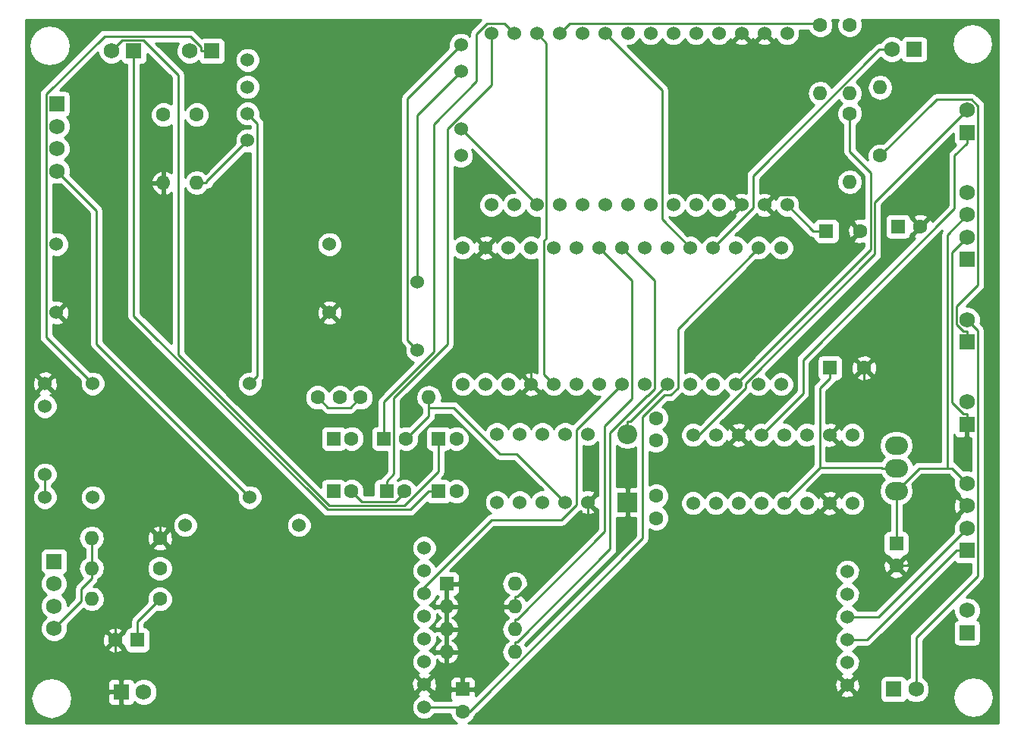
<source format=gbr>
G04 #@! TF.FileFunction,Copper,L2,Bot,Signal*
%FSLAX46Y46*%
G04 Gerber Fmt 4.6, Leading zero omitted, Abs format (unit mm)*
G04 Created by KiCad (PCBNEW 4.0.6+dfsg1-1) date Mon Jan 15 11:50:26 2018*
%MOMM*%
%LPD*%
G01*
G04 APERTURE LIST*
%ADD10C,0.100000*%
%ADD11R,2.200000X2.200000*%
%ADD12O,2.200000X2.200000*%
%ADD13R,1.600000X1.600000*%
%ADD14C,1.600000*%
%ADD15O,2.540000X2.032000*%
%ADD16O,1.600000X1.600000*%
%ADD17R,1.750000X1.750000*%
%ADD18C,1.750000*%
%ADD19C,1.524000*%
%ADD20C,0.250000*%
%ADD21C,0.254000*%
G04 APERTURE END LIST*
D10*
D11*
X156200000Y-118700000D03*
D12*
X156200000Y-111080000D03*
D13*
X101500000Y-134100000D03*
D14*
X99000000Y-134100000D03*
D13*
X186200000Y-123300000D03*
D14*
X186200000Y-125800000D03*
D15*
X186200000Y-114900000D03*
X186200000Y-117440000D03*
X186200000Y-112360000D03*
D14*
X184400000Y-80000000D03*
D16*
X184400000Y-72380000D03*
D14*
X181000000Y-65400000D03*
D16*
X181000000Y-73020000D03*
D14*
X104400000Y-75400000D03*
D16*
X104400000Y-83020000D03*
D14*
X104000000Y-129500000D03*
D16*
X96380000Y-129500000D03*
D14*
X104000000Y-126100000D03*
D16*
X96380000Y-126100000D03*
D14*
X104000000Y-122700000D03*
D16*
X96380000Y-122700000D03*
D14*
X108100000Y-75400000D03*
D16*
X108100000Y-83020000D03*
D14*
X181000000Y-75300000D03*
D16*
X181000000Y-82920000D03*
D14*
X177700000Y-65400000D03*
D16*
X177700000Y-73020000D03*
D17*
X92200000Y-125300000D03*
D18*
X92200000Y-127800000D03*
X92200000Y-130300000D03*
X92200000Y-132800000D03*
D17*
X185900000Y-139600000D03*
D18*
X188400000Y-139600000D03*
D17*
X109800000Y-68300000D03*
D18*
X107300000Y-68300000D03*
D17*
X194100000Y-110000000D03*
D18*
X194100000Y-107500000D03*
D19*
X173670000Y-111190000D03*
X176210000Y-111190000D03*
X178750000Y-111190000D03*
X181290000Y-111190000D03*
X171130000Y-111190000D03*
X168590000Y-111190000D03*
X166050000Y-111190000D03*
X163510000Y-111190000D03*
X181290000Y-118810000D03*
X178750000Y-118810000D03*
X176210000Y-118810000D03*
X173670000Y-118810000D03*
X171130000Y-118810000D03*
X168590000Y-118810000D03*
X166050000Y-118810000D03*
X163510000Y-118810000D03*
D17*
X194100000Y-100800000D03*
D18*
X194100000Y-98300000D03*
D14*
X126400000Y-107000000D03*
D16*
X134020000Y-107000000D03*
D13*
X136000000Y-127800000D03*
D16*
X143620000Y-135420000D03*
X136000000Y-130340000D03*
X143620000Y-132880000D03*
X136000000Y-132880000D03*
X143620000Y-130340000D03*
X136000000Y-135420000D03*
X143620000Y-127800000D03*
D19*
X146700000Y-111090000D03*
X149240000Y-111090000D03*
X151780000Y-111090000D03*
X144160000Y-111090000D03*
X141620000Y-111090000D03*
X146700000Y-118710000D03*
X149240000Y-118710000D03*
X151780000Y-118710000D03*
X144160000Y-118710000D03*
X141620000Y-118710000D03*
D17*
X188200000Y-68100000D03*
D18*
X185700000Y-68100000D03*
D17*
X99700000Y-139900000D03*
D18*
X102200000Y-139900000D03*
D17*
X101100000Y-68300000D03*
D18*
X98600000Y-68300000D03*
D17*
X194100000Y-77400000D03*
D18*
X194100000Y-74900000D03*
D17*
X194100000Y-91600000D03*
D18*
X194100000Y-89100000D03*
X194100000Y-86600000D03*
X194100000Y-84100000D03*
D13*
X123400000Y-111600000D03*
D14*
X125400000Y-111600000D03*
X159400000Y-111800000D03*
X159400000Y-109300000D03*
X124100000Y-107000000D03*
X121600000Y-107000000D03*
X159400000Y-118000000D03*
X159400000Y-120500000D03*
D17*
X92500000Y-74200000D03*
D18*
X92500000Y-76700000D03*
X92500000Y-79200000D03*
X92500000Y-81700000D03*
D17*
X194100000Y-124100000D03*
D18*
X194100000Y-121600000D03*
X194100000Y-119100000D03*
X194100000Y-116600000D03*
D13*
X178800000Y-103700000D03*
D14*
X182600000Y-103700000D03*
D13*
X178400000Y-88400000D03*
D14*
X182200000Y-88400000D03*
D13*
X137800000Y-139600000D03*
D14*
X137800000Y-142100000D03*
D13*
X123400000Y-117500000D03*
D14*
X125400000Y-117500000D03*
D13*
X186400000Y-87900000D03*
D14*
X188900000Y-87900000D03*
D13*
X129000000Y-111600000D03*
D14*
X131500000Y-111600000D03*
D13*
X135100000Y-117500000D03*
D14*
X137100000Y-117500000D03*
D13*
X135100000Y-111600000D03*
D14*
X137100000Y-111600000D03*
D13*
X129300000Y-117500000D03*
D14*
X131300000Y-117500000D03*
D17*
X194100000Y-133300000D03*
D18*
X194100000Y-130800000D03*
D19*
X113800000Y-78300000D03*
X113800000Y-75300000D03*
X113800000Y-72300000D03*
X113800000Y-69300000D03*
X137600000Y-67600000D03*
X137600000Y-70600000D03*
X137600000Y-77000000D03*
X137600000Y-80000000D03*
X122940000Y-97510000D03*
X122940000Y-89890000D03*
X92460000Y-97510000D03*
X92460000Y-89890000D03*
X91170000Y-115610000D03*
X91170000Y-107990000D03*
X91170000Y-105450000D03*
X91170000Y-118150000D03*
X114030000Y-105450000D03*
X114030000Y-118150000D03*
X96504000Y-118150000D03*
X96504000Y-105450000D03*
X140990000Y-66298500D03*
X143530000Y-66298500D03*
X146070000Y-66298500D03*
X148610000Y-66298500D03*
X151150000Y-66298500D03*
X153690000Y-66298500D03*
X156230000Y-66298500D03*
X158770000Y-66298500D03*
X174010000Y-66298500D03*
X171470000Y-66298500D03*
X168930000Y-66298500D03*
X166390000Y-66298500D03*
X163850000Y-66298500D03*
X161310000Y-66298500D03*
X161310000Y-85501500D03*
X163850000Y-85501500D03*
X166390000Y-85501500D03*
X168930000Y-85501500D03*
X171470000Y-85501500D03*
X174010000Y-85501500D03*
X158770000Y-85501500D03*
X156230000Y-85501500D03*
X153690000Y-85501500D03*
X151150000Y-85501500D03*
X148610000Y-85501500D03*
X146070000Y-85501500D03*
X143530000Y-85501500D03*
X140990000Y-85501500D03*
X153060000Y-105520000D03*
X150520000Y-105520000D03*
X147980000Y-105520000D03*
X145440000Y-105520000D03*
X142900000Y-105520000D03*
X140360000Y-105520000D03*
X137820000Y-105520000D03*
X155600000Y-105520000D03*
X158140000Y-105520000D03*
X160680000Y-105520000D03*
X163220000Y-105520000D03*
X165760000Y-105520000D03*
X168300000Y-105520000D03*
X170840000Y-105520000D03*
X173380000Y-105520000D03*
X173380000Y-90280000D03*
X170840000Y-90280000D03*
X168300000Y-90280000D03*
X165760000Y-90280000D03*
X163220000Y-90280000D03*
X160680000Y-90280000D03*
X158140000Y-90280000D03*
X155600000Y-90280000D03*
X153060000Y-90280000D03*
X150520000Y-90280000D03*
X147980000Y-90280000D03*
X145440000Y-90280000D03*
X142900000Y-90280000D03*
X140360000Y-90280000D03*
X137820000Y-90280000D03*
X132740000Y-94090000D03*
X132740000Y-101710000D03*
X180734000Y-134070000D03*
X180734000Y-136610000D03*
X180734000Y-139150000D03*
X180734000Y-131530000D03*
X180734000Y-128990000D03*
X180734000Y-126450000D03*
X106830000Y-121270000D03*
X119530000Y-121270000D03*
X133500000Y-141590000D03*
X133500000Y-139050000D03*
X133500000Y-136510000D03*
X133500000Y-133970000D03*
X133500000Y-131430000D03*
X133500000Y-128890000D03*
X133500000Y-126350000D03*
X133500000Y-123810000D03*
D20*
X156545300Y-109654700D02*
X156200000Y-109654700D01*
X160680000Y-105520000D02*
X156545300Y-109654700D01*
X156200000Y-111080000D02*
X156200000Y-109654700D01*
X136000000Y-130340000D02*
X136000000Y-127800000D01*
X137800000Y-139600000D02*
X137800000Y-138474700D01*
X135937700Y-136612300D02*
X137800000Y-138474700D01*
X136000000Y-136550000D02*
X135937700Y-136612300D01*
X136000000Y-135420000D02*
X136000000Y-136550000D01*
X135937700Y-136612300D02*
X133500000Y-139050000D01*
X151780000Y-121336000D02*
X151780000Y-118710000D01*
X143901300Y-129214700D02*
X151780000Y-121336000D01*
X143620000Y-129214700D02*
X143901300Y-129214700D01*
X143620000Y-130340000D02*
X143620000Y-129214700D01*
X145440000Y-95360000D02*
X145440000Y-105520000D01*
X140360000Y-90280000D02*
X145440000Y-95360000D01*
X182600000Y-107340000D02*
X182600000Y-103700000D01*
X178750000Y-111190000D02*
X182600000Y-107340000D01*
X136000000Y-135420000D02*
X136000000Y-134294700D01*
X136000000Y-130340000D02*
X136000000Y-132880000D01*
X136000000Y-132880000D02*
X136000000Y-134294700D01*
X187400000Y-125800000D02*
X186200000Y-125800000D01*
X194100000Y-119100000D02*
X187400000Y-125800000D01*
X185740000Y-125800000D02*
X178750000Y-118810000D01*
X186200000Y-125800000D02*
X185740000Y-125800000D01*
X192400500Y-90799500D02*
X194100000Y-89100000D01*
X192400500Y-107550300D02*
X192400500Y-90799500D01*
X193649900Y-108799700D02*
X192400500Y-107550300D01*
X194100000Y-108799700D02*
X193649900Y-108799700D01*
X194100000Y-110000000D02*
X194100000Y-108799700D01*
X99000000Y-137999700D02*
X99700000Y-138699700D01*
X99000000Y-134100000D02*
X99000000Y-137999700D01*
X99700000Y-139900000D02*
X99700000Y-138699700D01*
X172570500Y-84401000D02*
X171470000Y-85501500D01*
X178201000Y-84401000D02*
X172570500Y-84401000D01*
X182200000Y-88400000D02*
X178201000Y-84401000D01*
X104000000Y-118280000D02*
X91170000Y-105450000D01*
X104000000Y-122700000D02*
X104000000Y-118280000D01*
X99000000Y-127700000D02*
X99000000Y-134100000D01*
X104000000Y-122700000D02*
X99000000Y-127700000D01*
X101500000Y-132000000D02*
X101500000Y-134100000D01*
X104000000Y-129500000D02*
X101500000Y-132000000D01*
X176908500Y-88400000D02*
X174010000Y-85501500D01*
X178400000Y-88400000D02*
X176908500Y-88400000D01*
X186200000Y-117440000D02*
X186200000Y-123300000D01*
X191893000Y-88807000D02*
X194100000Y-86600000D01*
X191893000Y-114885200D02*
X191893000Y-88807000D01*
X192385200Y-114885200D02*
X191893000Y-114885200D01*
X194100000Y-116600000D02*
X192385200Y-114885200D01*
X188754800Y-114885200D02*
X186200000Y-117440000D01*
X191893000Y-114885200D02*
X188754800Y-114885200D01*
X137290000Y-141590000D02*
X137800000Y-142100000D01*
X133500000Y-141590000D02*
X137290000Y-141590000D01*
X138535300Y-142100000D02*
X137800000Y-142100000D01*
X157885200Y-122750100D02*
X138535300Y-142100000D01*
X157885200Y-109178100D02*
X157885200Y-122750100D01*
X160320200Y-106743100D02*
X157885200Y-109178100D01*
X160999400Y-106743100D02*
X160320200Y-106743100D01*
X161814300Y-105928200D02*
X160999400Y-106743100D01*
X161814300Y-99305700D02*
X161814300Y-105928200D01*
X170840000Y-90280000D02*
X161814300Y-99305700D01*
X126525400Y-118625400D02*
X125400000Y-117500000D01*
X130293900Y-118625400D02*
X126525400Y-118625400D01*
X131300000Y-117619300D02*
X130293900Y-118625400D01*
X131300000Y-117500000D02*
X131300000Y-117619300D01*
X129000000Y-107477100D02*
X129000000Y-111600000D01*
X134563300Y-101913800D02*
X129000000Y-107477100D01*
X134563300Y-76485200D02*
X134563300Y-101913800D01*
X139361100Y-71687400D02*
X134563300Y-76485200D01*
X139361100Y-66375700D02*
X139361100Y-71687400D01*
X140525800Y-65211000D02*
X139361100Y-66375700D01*
X142442500Y-65211000D02*
X140525800Y-65211000D01*
X143530000Y-66298500D02*
X142442500Y-65211000D01*
X134020000Y-107000000D02*
X134020000Y-108125300D01*
X136782600Y-108125300D02*
X134020000Y-108125300D01*
X141943500Y-113286200D02*
X136782600Y-108125300D01*
X143816200Y-113286200D02*
X141943500Y-113286200D01*
X149240000Y-118710000D02*
X143816200Y-113286200D01*
X134020000Y-109080000D02*
X134020000Y-108125300D01*
X131500000Y-111600000D02*
X134020000Y-109080000D01*
X135100000Y-117500000D02*
X133974700Y-117500000D01*
X131948600Y-119526100D02*
X133974700Y-117500000D01*
X122720800Y-119526100D02*
X131948600Y-119526100D01*
X101100000Y-97905300D02*
X122720800Y-119526100D01*
X101100000Y-68300000D02*
X101100000Y-97905300D01*
X99800400Y-67099600D02*
X98600000Y-68300000D01*
X102168100Y-67099600D02*
X99800400Y-67099600D01*
X106018700Y-70950200D02*
X102168100Y-67099600D01*
X106018700Y-102187100D02*
X106018700Y-70950200D01*
X122907400Y-119075800D02*
X106018700Y-102187100D01*
X131315800Y-119075800D02*
X122907400Y-119075800D01*
X135100000Y-115291600D02*
X131315800Y-119075800D01*
X135100000Y-111600000D02*
X135100000Y-115291600D01*
X194100000Y-124100000D02*
X192899700Y-124100000D01*
X182929700Y-134070000D02*
X180734000Y-134070000D01*
X192899700Y-124100000D02*
X182929700Y-134070000D01*
X159249500Y-93929500D02*
X155600000Y-90280000D01*
X159249500Y-106039500D02*
X159249500Y-93929500D01*
X158458500Y-106830500D02*
X159249500Y-106039500D01*
X158367100Y-106830500D02*
X158458500Y-106830500D01*
X154267700Y-110929900D02*
X158367100Y-106830500D01*
X154267700Y-123928300D02*
X154267700Y-110929900D01*
X143901300Y-134294700D02*
X154267700Y-123928300D01*
X143620000Y-134294700D02*
X143901300Y-134294700D01*
X143620000Y-135420000D02*
X143620000Y-134294700D01*
X143620000Y-132880000D02*
X143620000Y-131754700D01*
X184170000Y-131530000D02*
X180734000Y-131530000D01*
X194100000Y-121600000D02*
X184170000Y-131530000D01*
X143901300Y-131754700D02*
X143620000Y-131754700D01*
X153675400Y-121980600D02*
X143901300Y-131754700D01*
X153675400Y-110161800D02*
X153675400Y-121980600D01*
X156694800Y-107142400D02*
X153675400Y-110161800D01*
X156694800Y-93914800D02*
X156694800Y-107142400D01*
X153060000Y-90280000D02*
X156694800Y-93914800D01*
X147157700Y-67386200D02*
X146070000Y-66298500D01*
X147157700Y-89192300D02*
X147157700Y-67386200D01*
X146854000Y-89496000D02*
X147157700Y-89192300D01*
X146854000Y-104394000D02*
X146854000Y-89496000D01*
X147980000Y-105520000D02*
X146854000Y-104394000D01*
X177493000Y-65193000D02*
X177700000Y-65400000D01*
X149715500Y-65193000D02*
X177493000Y-65193000D01*
X148610000Y-66298500D02*
X149715500Y-65193000D01*
X184328400Y-68100000D02*
X185700000Y-68100000D01*
X170200000Y-82228400D02*
X184328400Y-68100000D01*
X170200000Y-85840000D02*
X170200000Y-82228400D01*
X165760000Y-90280000D02*
X170200000Y-85840000D01*
X188400000Y-133833700D02*
X188400000Y-139600000D01*
X195300400Y-126933300D02*
X188400000Y-133833700D01*
X195300400Y-99500400D02*
X195300400Y-126933300D01*
X194100000Y-98300000D02*
X195300400Y-99500400D01*
X183373900Y-90446100D02*
X168300000Y-105520000D01*
X183373900Y-81893800D02*
X183373900Y-90446100D01*
X181000000Y-79519900D02*
X183373900Y-81893800D01*
X181000000Y-75300000D02*
X181000000Y-79519900D01*
X150510000Y-110610000D02*
X155600000Y-105520000D01*
X150510000Y-119016000D02*
X150510000Y-110610000D01*
X148827200Y-120698800D02*
X150510000Y-119016000D01*
X141002000Y-120698800D02*
X148827200Y-120698800D01*
X133500000Y-128200800D02*
X141002000Y-120698800D01*
X133500000Y-128890000D02*
X133500000Y-128200800D01*
X96380000Y-122700000D02*
X96380000Y-126100000D01*
X95254700Y-128350600D02*
X96380000Y-127225300D01*
X95254700Y-129745300D02*
X95254700Y-128350600D01*
X92200000Y-132800000D02*
X95254700Y-129745300D01*
X96380000Y-126100000D02*
X96380000Y-127225300D01*
X194100000Y-77400000D02*
X194100000Y-78600300D01*
X175782100Y-106537900D02*
X171130000Y-111190000D01*
X175782100Y-102803000D02*
X175782100Y-106537900D01*
X192713100Y-85872000D02*
X175782100Y-102803000D01*
X192713100Y-79987200D02*
X192713100Y-85872000D01*
X194100000Y-78600300D02*
X192713100Y-79987200D01*
X183824300Y-85175700D02*
X194100000Y-74900000D01*
X183824300Y-90997900D02*
X183824300Y-85175700D01*
X169410700Y-105411500D02*
X183824300Y-90997900D01*
X169410700Y-105947200D02*
X169410700Y-105411500D01*
X164167900Y-111190000D02*
X169410700Y-105947200D01*
X163510000Y-111190000D02*
X164167900Y-111190000D01*
X146070000Y-85470000D02*
X146070000Y-85501500D01*
X137600000Y-77000000D02*
X146070000Y-85470000D01*
X160040000Y-72648500D02*
X153690000Y-66298500D01*
X160040000Y-87100000D02*
X160040000Y-72648500D01*
X163220000Y-90280000D02*
X160040000Y-87100000D01*
X108599700Y-67849900D02*
X108599700Y-68300000D01*
X107379500Y-66629700D02*
X108599700Y-67849900D01*
X97806100Y-66629700D02*
X107379500Y-66629700D01*
X91299600Y-73136200D02*
X97806100Y-66629700D01*
X91299600Y-100245600D02*
X91299600Y-73136200D01*
X96504000Y-105450000D02*
X91299600Y-100245600D01*
X109800000Y-68300000D02*
X108599700Y-68300000D01*
X131618700Y-100588700D02*
X132740000Y-101710000D01*
X131618700Y-73581300D02*
X131618700Y-100588700D01*
X137600000Y-67600000D02*
X131618700Y-73581300D01*
X132740000Y-75460000D02*
X137600000Y-70600000D01*
X132740000Y-94090000D02*
X132740000Y-75460000D01*
X91170000Y-118150000D02*
X91170000Y-115610000D01*
X178800000Y-103700000D02*
X178800000Y-104825300D01*
X186200000Y-114900000D02*
X184604700Y-114900000D01*
X184539700Y-114835000D02*
X184604700Y-114900000D01*
X177645000Y-114835000D02*
X184539700Y-114835000D01*
X173670000Y-118810000D02*
X177645000Y-114835000D01*
X177645000Y-105980300D02*
X178800000Y-104825300D01*
X177645000Y-114835000D02*
X177645000Y-105980300D01*
X125241200Y-108158800D02*
X126400000Y-107000000D01*
X122758800Y-108158800D02*
X125241200Y-108158800D01*
X121600000Y-107000000D02*
X122758800Y-108158800D01*
X129300000Y-117500000D02*
X129300000Y-116374700D01*
X140990000Y-72072200D02*
X140990000Y-66298500D01*
X136098700Y-76963500D02*
X140990000Y-72072200D01*
X136098700Y-101053900D02*
X136098700Y-76963500D01*
X130125400Y-107027200D02*
X136098700Y-101053900D01*
X130125400Y-115549300D02*
X130125400Y-107027200D01*
X129300000Y-116374700D02*
X130125400Y-115549300D01*
X114893400Y-104586600D02*
X114030000Y-105450000D01*
X114893400Y-76393400D02*
X114893400Y-104586600D01*
X113800000Y-75300000D02*
X114893400Y-76393400D01*
X109225300Y-82874700D02*
X109225300Y-83020000D01*
X113800000Y-78300000D02*
X109225300Y-82874700D01*
X108100000Y-83020000D02*
X109225300Y-83020000D01*
X96913000Y-101033000D02*
X114030000Y-118150000D01*
X96913000Y-86113000D02*
X96913000Y-101033000D01*
X92500000Y-81700000D02*
X96913000Y-86113000D01*
X190706600Y-73693400D02*
X184400000Y-80000000D01*
X194593400Y-73693400D02*
X190706600Y-73693400D01*
X195326500Y-74426500D02*
X194593400Y-73693400D01*
X195326500Y-94397700D02*
X195326500Y-74426500D01*
X192884300Y-96839900D02*
X195326500Y-94397700D01*
X192884300Y-98834100D02*
X192884300Y-96839900D01*
X193649900Y-99599700D02*
X192884300Y-98834100D01*
X194100000Y-99599700D02*
X193649900Y-99599700D01*
X194100000Y-100800000D02*
X194100000Y-99599700D01*
D21*
G36*
X179565250Y-65113309D02*
X179564752Y-65684187D01*
X179782757Y-66211800D01*
X180186077Y-66615824D01*
X180713309Y-66834750D01*
X181284187Y-66835248D01*
X181811800Y-66617243D01*
X182215824Y-66213923D01*
X182434750Y-65686691D01*
X182435248Y-65115813D01*
X182308889Y-64810000D01*
X197590000Y-64810000D01*
X197590000Y-143390000D01*
X138435714Y-143390000D01*
X138611800Y-143317243D01*
X139015824Y-142913923D01*
X139171792Y-142538310D01*
X141579889Y-140130213D01*
X179933392Y-140130213D01*
X180002857Y-140372397D01*
X180526302Y-140559144D01*
X181081368Y-140531362D01*
X181465143Y-140372397D01*
X181534608Y-140130213D01*
X180734000Y-139329605D01*
X179933392Y-140130213D01*
X141579889Y-140130213D01*
X142767800Y-138942302D01*
X179324856Y-138942302D01*
X179352638Y-139497368D01*
X179511603Y-139881143D01*
X179753787Y-139950608D01*
X180554395Y-139150000D01*
X180913605Y-139150000D01*
X181714213Y-139950608D01*
X181956397Y-139881143D01*
X182143144Y-139357698D01*
X182115362Y-138802632D01*
X181956397Y-138418857D01*
X181714213Y-138349392D01*
X180913605Y-139150000D01*
X180554395Y-139150000D01*
X179753787Y-138349392D01*
X179511603Y-138418857D01*
X179324856Y-138942302D01*
X142767800Y-138942302D01*
X158422601Y-123287501D01*
X158587348Y-123040939D01*
X158645200Y-122750100D01*
X158645200Y-121740374D01*
X159113309Y-121934750D01*
X159684187Y-121935248D01*
X160211800Y-121717243D01*
X160615824Y-121313923D01*
X160834750Y-120786691D01*
X160835248Y-120215813D01*
X160617243Y-119688200D01*
X160213923Y-119284176D01*
X160132069Y-119250187D01*
X160211800Y-119217243D01*
X160615824Y-118813923D01*
X160834750Y-118286691D01*
X160835248Y-117715813D01*
X160617243Y-117188200D01*
X160213923Y-116784176D01*
X159686691Y-116565250D01*
X159115813Y-116564752D01*
X158645200Y-116759205D01*
X158645200Y-113040374D01*
X159113309Y-113234750D01*
X159684187Y-113235248D01*
X160211800Y-113017243D01*
X160615824Y-112613923D01*
X160834750Y-112086691D01*
X160835248Y-111515813D01*
X160617243Y-110988200D01*
X160213923Y-110584176D01*
X160132069Y-110550187D01*
X160211800Y-110517243D01*
X160615824Y-110113923D01*
X160834750Y-109586691D01*
X160835248Y-109015813D01*
X160617243Y-108488200D01*
X160213923Y-108084176D01*
X160100870Y-108037232D01*
X160635002Y-107503100D01*
X160999400Y-107503100D01*
X161290239Y-107445248D01*
X161536801Y-107280501D01*
X162270789Y-106546513D01*
X162427630Y-106703629D01*
X162940900Y-106916757D01*
X163496661Y-106917242D01*
X164010303Y-106705010D01*
X164403629Y-106312370D01*
X164489949Y-106104488D01*
X164574990Y-106310303D01*
X164967630Y-106703629D01*
X165480900Y-106916757D01*
X166036661Y-106917242D01*
X166550303Y-106705010D01*
X166943629Y-106312370D01*
X167029949Y-106104488D01*
X167114990Y-106310303D01*
X167507630Y-106703629D01*
X167558391Y-106724707D01*
X164284251Y-109998847D01*
X163789100Y-109793243D01*
X163233339Y-109792758D01*
X162719697Y-110004990D01*
X162326371Y-110397630D01*
X162113243Y-110910900D01*
X162112758Y-111466661D01*
X162324990Y-111980303D01*
X162717630Y-112373629D01*
X163230900Y-112586757D01*
X163786661Y-112587242D01*
X164300303Y-112375010D01*
X164693629Y-111982370D01*
X164779949Y-111774488D01*
X164864990Y-111980303D01*
X165257630Y-112373629D01*
X165770900Y-112586757D01*
X166326661Y-112587242D01*
X166840303Y-112375010D01*
X167045457Y-112170213D01*
X167789392Y-112170213D01*
X167858857Y-112412397D01*
X168382302Y-112599144D01*
X168937368Y-112571362D01*
X169321143Y-112412397D01*
X169390608Y-112170213D01*
X168590000Y-111369605D01*
X167789392Y-112170213D01*
X167045457Y-112170213D01*
X167233629Y-111982370D01*
X167313395Y-111790273D01*
X167367603Y-111921143D01*
X167609787Y-111990608D01*
X168410395Y-111190000D01*
X167609787Y-110389392D01*
X167367603Y-110458857D01*
X167317491Y-110599318D01*
X167235010Y-110399697D01*
X167045432Y-110209787D01*
X167789392Y-110209787D01*
X168590000Y-111010395D01*
X169390608Y-110209787D01*
X169321143Y-109967603D01*
X168797698Y-109780856D01*
X168242632Y-109808638D01*
X167858857Y-109967603D01*
X167789392Y-110209787D01*
X167045432Y-110209787D01*
X166842370Y-110006371D01*
X166548398Y-109884304D01*
X169888491Y-106544211D01*
X170047630Y-106703629D01*
X170560900Y-106916757D01*
X171116661Y-106917242D01*
X171630303Y-106705010D01*
X172023629Y-106312370D01*
X172109949Y-106104488D01*
X172194990Y-106310303D01*
X172587630Y-106703629D01*
X173100900Y-106916757D01*
X173656661Y-106917242D01*
X174170303Y-106705010D01*
X174563629Y-106312370D01*
X174776757Y-105799100D01*
X174777242Y-105243339D01*
X174565010Y-104729697D01*
X174172370Y-104336371D01*
X173659100Y-104123243D01*
X173103339Y-104122758D01*
X172589697Y-104334990D01*
X172196371Y-104727630D01*
X172110051Y-104935512D01*
X172025010Y-104729697D01*
X171632370Y-104336371D01*
X171581680Y-104315322D01*
X184361701Y-91535301D01*
X184526448Y-91288739D01*
X184584300Y-90997900D01*
X184584300Y-87100000D01*
X184952560Y-87100000D01*
X184952560Y-88700000D01*
X184996838Y-88935317D01*
X185135910Y-89151441D01*
X185348110Y-89296431D01*
X185600000Y-89347440D01*
X187200000Y-89347440D01*
X187435317Y-89303162D01*
X187651441Y-89164090D01*
X187796431Y-88951890D01*
X187844646Y-88713799D01*
X187892255Y-88728139D01*
X188720395Y-87900000D01*
X187892255Y-87071861D01*
X187844833Y-87086145D01*
X187808351Y-86892255D01*
X188071861Y-86892255D01*
X188900000Y-87720395D01*
X189728139Y-86892255D01*
X189654005Y-86646136D01*
X189116777Y-86453035D01*
X188546546Y-86480222D01*
X188145995Y-86646136D01*
X188071861Y-86892255D01*
X187808351Y-86892255D01*
X187803162Y-86864683D01*
X187664090Y-86648559D01*
X187451890Y-86503569D01*
X187200000Y-86452560D01*
X185600000Y-86452560D01*
X185364683Y-86496838D01*
X185148559Y-86635910D01*
X185003569Y-86848110D01*
X184952560Y-87100000D01*
X184584300Y-87100000D01*
X184584300Y-85490502D01*
X192577560Y-77497242D01*
X192577560Y-78275000D01*
X192621838Y-78510317D01*
X192760910Y-78726441D01*
X192842981Y-78782517D01*
X192175699Y-79449799D01*
X192010952Y-79696361D01*
X191953100Y-79987200D01*
X191953100Y-85557198D01*
X190215500Y-87294798D01*
X190153864Y-87145995D01*
X189907745Y-87071861D01*
X189079605Y-87900000D01*
X189093748Y-87914142D01*
X188914142Y-88093748D01*
X188900000Y-88079605D01*
X188071861Y-88907745D01*
X188145995Y-89153864D01*
X188300793Y-89209505D01*
X175244699Y-102265599D01*
X175079952Y-102512161D01*
X175022100Y-102803000D01*
X175022100Y-106223098D01*
X171439381Y-109805817D01*
X171409100Y-109793243D01*
X170853339Y-109792758D01*
X170339697Y-110004990D01*
X169946371Y-110397630D01*
X169866605Y-110589727D01*
X169812397Y-110458857D01*
X169570213Y-110389392D01*
X168769605Y-111190000D01*
X169570213Y-111990608D01*
X169812397Y-111921143D01*
X169862509Y-111780682D01*
X169944990Y-111980303D01*
X170337630Y-112373629D01*
X170850900Y-112586757D01*
X171406661Y-112587242D01*
X171920303Y-112375010D01*
X172313629Y-111982370D01*
X172399949Y-111774488D01*
X172484990Y-111980303D01*
X172877630Y-112373629D01*
X173390900Y-112586757D01*
X173946661Y-112587242D01*
X174460303Y-112375010D01*
X174853629Y-111982370D01*
X174939949Y-111774488D01*
X175024990Y-111980303D01*
X175417630Y-112373629D01*
X175930900Y-112586757D01*
X176486661Y-112587242D01*
X176885000Y-112422652D01*
X176885000Y-114520198D01*
X173979381Y-117425817D01*
X173949100Y-117413243D01*
X173393339Y-117412758D01*
X172879697Y-117624990D01*
X172486371Y-118017630D01*
X172400051Y-118225512D01*
X172315010Y-118019697D01*
X171922370Y-117626371D01*
X171409100Y-117413243D01*
X170853339Y-117412758D01*
X170339697Y-117624990D01*
X169946371Y-118017630D01*
X169860051Y-118225512D01*
X169775010Y-118019697D01*
X169382370Y-117626371D01*
X168869100Y-117413243D01*
X168313339Y-117412758D01*
X167799697Y-117624990D01*
X167406371Y-118017630D01*
X167320051Y-118225512D01*
X167235010Y-118019697D01*
X166842370Y-117626371D01*
X166329100Y-117413243D01*
X165773339Y-117412758D01*
X165259697Y-117624990D01*
X164866371Y-118017630D01*
X164780051Y-118225512D01*
X164695010Y-118019697D01*
X164302370Y-117626371D01*
X163789100Y-117413243D01*
X163233339Y-117412758D01*
X162719697Y-117624990D01*
X162326371Y-118017630D01*
X162113243Y-118530900D01*
X162112758Y-119086661D01*
X162324990Y-119600303D01*
X162717630Y-119993629D01*
X163230900Y-120206757D01*
X163786661Y-120207242D01*
X164300303Y-119995010D01*
X164693629Y-119602370D01*
X164779949Y-119394488D01*
X164864990Y-119600303D01*
X165257630Y-119993629D01*
X165770900Y-120206757D01*
X166326661Y-120207242D01*
X166840303Y-119995010D01*
X167233629Y-119602370D01*
X167319949Y-119394488D01*
X167404990Y-119600303D01*
X167797630Y-119993629D01*
X168310900Y-120206757D01*
X168866661Y-120207242D01*
X169380303Y-119995010D01*
X169773629Y-119602370D01*
X169859949Y-119394488D01*
X169944990Y-119600303D01*
X170337630Y-119993629D01*
X170850900Y-120206757D01*
X171406661Y-120207242D01*
X171920303Y-119995010D01*
X172313629Y-119602370D01*
X172399949Y-119394488D01*
X172484990Y-119600303D01*
X172877630Y-119993629D01*
X173390900Y-120206757D01*
X173946661Y-120207242D01*
X174460303Y-119995010D01*
X174853629Y-119602370D01*
X174939949Y-119394488D01*
X175024990Y-119600303D01*
X175417630Y-119993629D01*
X175930900Y-120206757D01*
X176486661Y-120207242D01*
X177000303Y-119995010D01*
X177205457Y-119790213D01*
X177949392Y-119790213D01*
X178018857Y-120032397D01*
X178542302Y-120219144D01*
X179097368Y-120191362D01*
X179481143Y-120032397D01*
X179550608Y-119790213D01*
X178750000Y-118989605D01*
X177949392Y-119790213D01*
X177205457Y-119790213D01*
X177393629Y-119602370D01*
X177473395Y-119410273D01*
X177527603Y-119541143D01*
X177769787Y-119610608D01*
X178570395Y-118810000D01*
X178929605Y-118810000D01*
X179730213Y-119610608D01*
X179972397Y-119541143D01*
X180022509Y-119400682D01*
X180104990Y-119600303D01*
X180497630Y-119993629D01*
X181010900Y-120206757D01*
X181566661Y-120207242D01*
X182080303Y-119995010D01*
X182473629Y-119602370D01*
X182686757Y-119089100D01*
X182687242Y-118533339D01*
X182475010Y-118019697D01*
X182082370Y-117626371D01*
X181569100Y-117413243D01*
X181013339Y-117412758D01*
X180499697Y-117624990D01*
X180106371Y-118017630D01*
X180026605Y-118209727D01*
X179972397Y-118078857D01*
X179730213Y-118009392D01*
X178929605Y-118810000D01*
X178570395Y-118810000D01*
X177769787Y-118009392D01*
X177527603Y-118078857D01*
X177477491Y-118219318D01*
X177395010Y-118019697D01*
X177205432Y-117829787D01*
X177949392Y-117829787D01*
X178750000Y-118630395D01*
X179550608Y-117829787D01*
X179481143Y-117587603D01*
X178957698Y-117400856D01*
X178402632Y-117428638D01*
X178018857Y-117587603D01*
X177949392Y-117829787D01*
X177205432Y-117829787D01*
X177002370Y-117626371D01*
X176489100Y-117413243D01*
X176141862Y-117412940D01*
X177959802Y-115595000D01*
X184303163Y-115595000D01*
X184313861Y-115602148D01*
X184448209Y-115628872D01*
X184741246Y-116067433D01*
X184894748Y-116170000D01*
X184741246Y-116272567D01*
X184383354Y-116808190D01*
X184257679Y-117440000D01*
X184383354Y-118071810D01*
X184741246Y-118607433D01*
X185276869Y-118965325D01*
X185440000Y-118997774D01*
X185440000Y-121852560D01*
X185400000Y-121852560D01*
X185164683Y-121896838D01*
X184948559Y-122035910D01*
X184803569Y-122248110D01*
X184752560Y-122500000D01*
X184752560Y-124100000D01*
X184796838Y-124335317D01*
X184935910Y-124551441D01*
X185148110Y-124696431D01*
X185386201Y-124744646D01*
X185371861Y-124792255D01*
X186200000Y-125620395D01*
X187028139Y-124792255D01*
X187013855Y-124744833D01*
X187235317Y-124703162D01*
X187451441Y-124564090D01*
X187596431Y-124351890D01*
X187647440Y-124100000D01*
X187647440Y-122500000D01*
X187603162Y-122264683D01*
X187464090Y-122048559D01*
X187251890Y-121903569D01*
X187000000Y-121852560D01*
X186960000Y-121852560D01*
X186960000Y-118997774D01*
X187123131Y-118965325D01*
X187272819Y-118865306D01*
X192578410Y-118865306D01*
X192604421Y-119465458D01*
X192784047Y-119899116D01*
X193037940Y-119982455D01*
X193920395Y-119100000D01*
X193037940Y-118217545D01*
X192784047Y-118300884D01*
X192578410Y-118865306D01*
X187272819Y-118865306D01*
X187658754Y-118607433D01*
X188016646Y-118071810D01*
X188142321Y-117440000D01*
X188016646Y-116808190D01*
X187972573Y-116742229D01*
X189069602Y-115645200D01*
X192070398Y-115645200D01*
X192629361Y-116204163D01*
X192590262Y-116298325D01*
X192589738Y-116899040D01*
X192819138Y-117454229D01*
X193243537Y-117879370D01*
X193266469Y-117888892D01*
X193217545Y-118037940D01*
X194100000Y-118920395D01*
X194114143Y-118906253D01*
X194293748Y-119085858D01*
X194279605Y-119100000D01*
X194293748Y-119114143D01*
X194114143Y-119293748D01*
X194100000Y-119279605D01*
X193217545Y-120162060D01*
X193266318Y-120310648D01*
X193245771Y-120319138D01*
X192820630Y-120743537D01*
X192590262Y-121298325D01*
X192589738Y-121899040D01*
X192629625Y-121995573D01*
X183855198Y-130770000D01*
X181931531Y-130770000D01*
X181919010Y-130739697D01*
X181526370Y-130346371D01*
X181318488Y-130260051D01*
X181524303Y-130175010D01*
X181917629Y-129782370D01*
X182130757Y-129269100D01*
X182131242Y-128713339D01*
X181919010Y-128199697D01*
X181526370Y-127806371D01*
X181318488Y-127720051D01*
X181524303Y-127635010D01*
X181917629Y-127242370D01*
X182098100Y-126807745D01*
X185371861Y-126807745D01*
X185445995Y-127053864D01*
X185983223Y-127246965D01*
X186553454Y-127219778D01*
X186954005Y-127053864D01*
X187028139Y-126807745D01*
X186200000Y-125979605D01*
X185371861Y-126807745D01*
X182098100Y-126807745D01*
X182130757Y-126729100D01*
X182131242Y-126173339D01*
X181919010Y-125659697D01*
X181842670Y-125583223D01*
X184753035Y-125583223D01*
X184780222Y-126153454D01*
X184946136Y-126554005D01*
X185192255Y-126628139D01*
X186020395Y-125800000D01*
X186379605Y-125800000D01*
X187207745Y-126628139D01*
X187453864Y-126554005D01*
X187646965Y-126016777D01*
X187619778Y-125446546D01*
X187453864Y-125045995D01*
X187207745Y-124971861D01*
X186379605Y-125800000D01*
X186020395Y-125800000D01*
X185192255Y-124971861D01*
X184946136Y-125045995D01*
X184753035Y-125583223D01*
X181842670Y-125583223D01*
X181526370Y-125266371D01*
X181013100Y-125053243D01*
X180457339Y-125052758D01*
X179943697Y-125264990D01*
X179550371Y-125657630D01*
X179337243Y-126170900D01*
X179336758Y-126726661D01*
X179548990Y-127240303D01*
X179941630Y-127633629D01*
X180149512Y-127719949D01*
X179943697Y-127804990D01*
X179550371Y-128197630D01*
X179337243Y-128710900D01*
X179336758Y-129266661D01*
X179548990Y-129780303D01*
X179941630Y-130173629D01*
X180149512Y-130259949D01*
X179943697Y-130344990D01*
X179550371Y-130737630D01*
X179337243Y-131250900D01*
X179336758Y-131806661D01*
X179548990Y-132320303D01*
X179941630Y-132713629D01*
X180149512Y-132799949D01*
X179943697Y-132884990D01*
X179550371Y-133277630D01*
X179337243Y-133790900D01*
X179336758Y-134346661D01*
X179548990Y-134860303D01*
X179941630Y-135253629D01*
X180149512Y-135339949D01*
X179943697Y-135424990D01*
X179550371Y-135817630D01*
X179337243Y-136330900D01*
X179336758Y-136886661D01*
X179548990Y-137400303D01*
X179941630Y-137793629D01*
X180133727Y-137873395D01*
X180002857Y-137927603D01*
X179933392Y-138169787D01*
X180734000Y-138970395D01*
X181534608Y-138169787D01*
X181465143Y-137927603D01*
X181324682Y-137877491D01*
X181524303Y-137795010D01*
X181917629Y-137402370D01*
X182130757Y-136889100D01*
X182131242Y-136333339D01*
X181919010Y-135819697D01*
X181526370Y-135426371D01*
X181318488Y-135340051D01*
X181524303Y-135255010D01*
X181917629Y-134862370D01*
X181931070Y-134830000D01*
X182929700Y-134830000D01*
X183220539Y-134772148D01*
X183467101Y-134607401D01*
X192716726Y-125357776D01*
X192760910Y-125426441D01*
X192973110Y-125571431D01*
X193225000Y-125622440D01*
X194540400Y-125622440D01*
X194540400Y-126618498D01*
X187862599Y-133296299D01*
X187697852Y-133542861D01*
X187640000Y-133833700D01*
X187640000Y-138280203D01*
X187545771Y-138319138D01*
X187376897Y-138487717D01*
X187239090Y-138273559D01*
X187026890Y-138128569D01*
X186775000Y-138077560D01*
X185025000Y-138077560D01*
X184789683Y-138121838D01*
X184573559Y-138260910D01*
X184428569Y-138473110D01*
X184377560Y-138725000D01*
X184377560Y-140475000D01*
X184421838Y-140710317D01*
X184560910Y-140926441D01*
X184773110Y-141071431D01*
X185025000Y-141122440D01*
X186775000Y-141122440D01*
X187010317Y-141078162D01*
X187226441Y-140939090D01*
X187371431Y-140726890D01*
X187374786Y-140710324D01*
X187543537Y-140879370D01*
X188098325Y-141109738D01*
X188699040Y-141110262D01*
X189254229Y-140880862D01*
X189635756Y-140500000D01*
X192490000Y-140500000D01*
X192665838Y-141383999D01*
X193166583Y-142133417D01*
X193916001Y-142634162D01*
X194800000Y-142810000D01*
X195683999Y-142634162D01*
X196433417Y-142133417D01*
X196934162Y-141383999D01*
X197110000Y-140500000D01*
X196934162Y-139616001D01*
X196433417Y-138866583D01*
X195683999Y-138365838D01*
X194800000Y-138190000D01*
X193916001Y-138365838D01*
X193166583Y-138866583D01*
X192665838Y-139616001D01*
X192490000Y-140500000D01*
X189635756Y-140500000D01*
X189679370Y-140456463D01*
X189909738Y-139901675D01*
X189910262Y-139300960D01*
X189680862Y-138745771D01*
X189256463Y-138320630D01*
X189160000Y-138280575D01*
X189160000Y-134148502D01*
X192590070Y-130718432D01*
X192589738Y-131099040D01*
X192819138Y-131654229D01*
X192987717Y-131823103D01*
X192773559Y-131960910D01*
X192628569Y-132173110D01*
X192577560Y-132425000D01*
X192577560Y-134175000D01*
X192621838Y-134410317D01*
X192760910Y-134626441D01*
X192973110Y-134771431D01*
X193225000Y-134822440D01*
X194975000Y-134822440D01*
X195210317Y-134778162D01*
X195426441Y-134639090D01*
X195571431Y-134426890D01*
X195622440Y-134175000D01*
X195622440Y-132425000D01*
X195578162Y-132189683D01*
X195439090Y-131973559D01*
X195226890Y-131828569D01*
X195210324Y-131825214D01*
X195379370Y-131656463D01*
X195609738Y-131101675D01*
X195610262Y-130500960D01*
X195380862Y-129945771D01*
X194956463Y-129520630D01*
X194401675Y-129290262D01*
X194018574Y-129289928D01*
X195837801Y-127470701D01*
X196002548Y-127224140D01*
X196060400Y-126933300D01*
X196060400Y-99500400D01*
X196002548Y-99209561D01*
X195837801Y-98962999D01*
X195570639Y-98695837D01*
X195609738Y-98601675D01*
X195610262Y-98000960D01*
X195380862Y-97445771D01*
X194956463Y-97020630D01*
X194401675Y-96790262D01*
X194009082Y-96789920D01*
X195863901Y-94935101D01*
X196028648Y-94688540D01*
X196086500Y-94397700D01*
X196086500Y-74426500D01*
X196028648Y-74135661D01*
X195863901Y-73889099D01*
X195130801Y-73155999D01*
X194884239Y-72991252D01*
X194593400Y-72933400D01*
X190706600Y-72933400D01*
X190415760Y-72991252D01*
X190169199Y-73155999D01*
X184738454Y-78586744D01*
X184686691Y-78565250D01*
X184115813Y-78564752D01*
X183588200Y-78782757D01*
X183184176Y-79186077D01*
X182965250Y-79713309D01*
X182964752Y-80284187D01*
X183053235Y-80498333D01*
X181760000Y-79205098D01*
X181760000Y-76538646D01*
X181811800Y-76517243D01*
X182215824Y-76113923D01*
X182434750Y-75586691D01*
X182435248Y-75015813D01*
X182217243Y-74488200D01*
X181881464Y-74151835D01*
X182014698Y-74062811D01*
X182325767Y-73597264D01*
X182435000Y-73048113D01*
X182435000Y-72991887D01*
X182325767Y-72442736D01*
X182265064Y-72351887D01*
X182965000Y-72351887D01*
X182965000Y-72408113D01*
X183074233Y-72957264D01*
X183385302Y-73422811D01*
X183850849Y-73733880D01*
X184400000Y-73843113D01*
X184949151Y-73733880D01*
X185414698Y-73422811D01*
X185725767Y-72957264D01*
X185835000Y-72408113D01*
X185835000Y-72351887D01*
X185725767Y-71802736D01*
X185414698Y-71337189D01*
X184949151Y-71026120D01*
X184400000Y-70916887D01*
X183850849Y-71026120D01*
X183385302Y-71337189D01*
X183074233Y-71802736D01*
X182965000Y-72351887D01*
X182265064Y-72351887D01*
X182014698Y-71977189D01*
X181721753Y-71781449D01*
X184483999Y-69019203D01*
X184843537Y-69379370D01*
X185398325Y-69609738D01*
X185999040Y-69610262D01*
X186554229Y-69380862D01*
X186723103Y-69212283D01*
X186860910Y-69426441D01*
X187073110Y-69571431D01*
X187325000Y-69622440D01*
X189075000Y-69622440D01*
X189310317Y-69578162D01*
X189526441Y-69439090D01*
X189671431Y-69226890D01*
X189722440Y-68975000D01*
X189722440Y-67500000D01*
X192390000Y-67500000D01*
X192565838Y-68383999D01*
X193066583Y-69133417D01*
X193816001Y-69634162D01*
X194700000Y-69810000D01*
X195583999Y-69634162D01*
X196333417Y-69133417D01*
X196834162Y-68383999D01*
X197010000Y-67500000D01*
X196834162Y-66616001D01*
X196333417Y-65866583D01*
X195583999Y-65365838D01*
X194700000Y-65190000D01*
X193816001Y-65365838D01*
X193066583Y-65866583D01*
X192565838Y-66616001D01*
X192390000Y-67500000D01*
X189722440Y-67500000D01*
X189722440Y-67225000D01*
X189678162Y-66989683D01*
X189539090Y-66773559D01*
X189326890Y-66628569D01*
X189075000Y-66577560D01*
X187325000Y-66577560D01*
X187089683Y-66621838D01*
X186873559Y-66760910D01*
X186728569Y-66973110D01*
X186725214Y-66989676D01*
X186556463Y-66820630D01*
X186001675Y-66590262D01*
X185400960Y-66589738D01*
X184845771Y-66819138D01*
X184420630Y-67243537D01*
X184380575Y-67340000D01*
X184328400Y-67340000D01*
X184037561Y-67397852D01*
X183790999Y-67562599D01*
X178979742Y-72373856D01*
X178714698Y-71977189D01*
X178249151Y-71666120D01*
X177700000Y-71556887D01*
X177150849Y-71666120D01*
X176685302Y-71977189D01*
X176374233Y-72442736D01*
X176265000Y-72991887D01*
X176265000Y-73048113D01*
X176374233Y-73597264D01*
X176685302Y-74062811D01*
X177048264Y-74305334D01*
X169662599Y-81690999D01*
X169497852Y-81937561D01*
X169440000Y-82228400D01*
X169440000Y-84200207D01*
X169137698Y-84092356D01*
X168582632Y-84120138D01*
X168198857Y-84279103D01*
X168129392Y-84521287D01*
X168930000Y-85321895D01*
X168944143Y-85307753D01*
X169123748Y-85487358D01*
X169109605Y-85501500D01*
X169123748Y-85515643D01*
X168944143Y-85695248D01*
X168930000Y-85681105D01*
X168129392Y-86481713D01*
X168198857Y-86723897D01*
X168230140Y-86735058D01*
X166069381Y-88895817D01*
X166039100Y-88883243D01*
X165483339Y-88882758D01*
X164969697Y-89094990D01*
X164576371Y-89487630D01*
X164490051Y-89695512D01*
X164405010Y-89489697D01*
X164012370Y-89096371D01*
X163499100Y-88883243D01*
X162943339Y-88882758D01*
X162910945Y-88896143D01*
X160829381Y-86814579D01*
X161030900Y-86898257D01*
X161586661Y-86898742D01*
X162100303Y-86686510D01*
X162493629Y-86293870D01*
X162579949Y-86085988D01*
X162664990Y-86291803D01*
X163057630Y-86685129D01*
X163570900Y-86898257D01*
X164126661Y-86898742D01*
X164640303Y-86686510D01*
X165033629Y-86293870D01*
X165119949Y-86085988D01*
X165204990Y-86291803D01*
X165597630Y-86685129D01*
X166110900Y-86898257D01*
X166666661Y-86898742D01*
X167180303Y-86686510D01*
X167573629Y-86293870D01*
X167653395Y-86101773D01*
X167707603Y-86232643D01*
X167949787Y-86302108D01*
X168750395Y-85501500D01*
X167949787Y-84700892D01*
X167707603Y-84770357D01*
X167657491Y-84910818D01*
X167575010Y-84711197D01*
X167182370Y-84317871D01*
X166669100Y-84104743D01*
X166113339Y-84104258D01*
X165599697Y-84316490D01*
X165206371Y-84709130D01*
X165120051Y-84917012D01*
X165035010Y-84711197D01*
X164642370Y-84317871D01*
X164129100Y-84104743D01*
X163573339Y-84104258D01*
X163059697Y-84316490D01*
X162666371Y-84709130D01*
X162580051Y-84917012D01*
X162495010Y-84711197D01*
X162102370Y-84317871D01*
X161589100Y-84104743D01*
X161033339Y-84104258D01*
X160800000Y-84200671D01*
X160800000Y-72648500D01*
X160742148Y-72357661D01*
X160577401Y-72111099D01*
X156161743Y-67695441D01*
X156506661Y-67695742D01*
X157020303Y-67483510D01*
X157413629Y-67090870D01*
X157499949Y-66882988D01*
X157584990Y-67088803D01*
X157977630Y-67482129D01*
X158490900Y-67695257D01*
X159046661Y-67695742D01*
X159560303Y-67483510D01*
X159953629Y-67090870D01*
X160039949Y-66882988D01*
X160124990Y-67088803D01*
X160517630Y-67482129D01*
X161030900Y-67695257D01*
X161586661Y-67695742D01*
X162100303Y-67483510D01*
X162493629Y-67090870D01*
X162579949Y-66882988D01*
X162664990Y-67088803D01*
X163057630Y-67482129D01*
X163570900Y-67695257D01*
X164126661Y-67695742D01*
X164640303Y-67483510D01*
X165033629Y-67090870D01*
X165119949Y-66882988D01*
X165204990Y-67088803D01*
X165597630Y-67482129D01*
X166110900Y-67695257D01*
X166666661Y-67695742D01*
X167180303Y-67483510D01*
X167385457Y-67278713D01*
X168129392Y-67278713D01*
X168198857Y-67520897D01*
X168722302Y-67707644D01*
X169277368Y-67679862D01*
X169661143Y-67520897D01*
X169730608Y-67278713D01*
X170669392Y-67278713D01*
X170738857Y-67520897D01*
X171262302Y-67707644D01*
X171817368Y-67679862D01*
X172201143Y-67520897D01*
X172270608Y-67278713D01*
X171470000Y-66478105D01*
X170669392Y-67278713D01*
X169730608Y-67278713D01*
X168930000Y-66478105D01*
X168129392Y-67278713D01*
X167385457Y-67278713D01*
X167573629Y-67090870D01*
X167653395Y-66898773D01*
X167707603Y-67029643D01*
X167949787Y-67099108D01*
X168750395Y-66298500D01*
X168736253Y-66284358D01*
X168915858Y-66104753D01*
X168930000Y-66118895D01*
X168944143Y-66104753D01*
X169123748Y-66284358D01*
X169109605Y-66298500D01*
X169910213Y-67099108D01*
X170152397Y-67029643D01*
X170196453Y-66906156D01*
X170247603Y-67029643D01*
X170489787Y-67099108D01*
X171290395Y-66298500D01*
X171276253Y-66284358D01*
X171455858Y-66104753D01*
X171470000Y-66118895D01*
X171484143Y-66104753D01*
X171663748Y-66284358D01*
X171649605Y-66298500D01*
X172450213Y-67099108D01*
X172692397Y-67029643D01*
X172742509Y-66889182D01*
X172824990Y-67088803D01*
X173217630Y-67482129D01*
X173730900Y-67695257D01*
X174286661Y-67695742D01*
X174800303Y-67483510D01*
X175193629Y-67090870D01*
X175406757Y-66577600D01*
X175407242Y-66021839D01*
X175378798Y-65953000D01*
X176375823Y-65953000D01*
X176482757Y-66211800D01*
X176886077Y-66615824D01*
X177413309Y-66834750D01*
X177984187Y-66835248D01*
X178511800Y-66617243D01*
X178915824Y-66213923D01*
X179134750Y-65686691D01*
X179135248Y-65115813D01*
X179008889Y-64810000D01*
X179691195Y-64810000D01*
X179565250Y-65113309D01*
X179565250Y-65113309D01*
G37*
X179565250Y-65113309D02*
X179564752Y-65684187D01*
X179782757Y-66211800D01*
X180186077Y-66615824D01*
X180713309Y-66834750D01*
X181284187Y-66835248D01*
X181811800Y-66617243D01*
X182215824Y-66213923D01*
X182434750Y-65686691D01*
X182435248Y-65115813D01*
X182308889Y-64810000D01*
X197590000Y-64810000D01*
X197590000Y-143390000D01*
X138435714Y-143390000D01*
X138611800Y-143317243D01*
X139015824Y-142913923D01*
X139171792Y-142538310D01*
X141579889Y-140130213D01*
X179933392Y-140130213D01*
X180002857Y-140372397D01*
X180526302Y-140559144D01*
X181081368Y-140531362D01*
X181465143Y-140372397D01*
X181534608Y-140130213D01*
X180734000Y-139329605D01*
X179933392Y-140130213D01*
X141579889Y-140130213D01*
X142767800Y-138942302D01*
X179324856Y-138942302D01*
X179352638Y-139497368D01*
X179511603Y-139881143D01*
X179753787Y-139950608D01*
X180554395Y-139150000D01*
X180913605Y-139150000D01*
X181714213Y-139950608D01*
X181956397Y-139881143D01*
X182143144Y-139357698D01*
X182115362Y-138802632D01*
X181956397Y-138418857D01*
X181714213Y-138349392D01*
X180913605Y-139150000D01*
X180554395Y-139150000D01*
X179753787Y-138349392D01*
X179511603Y-138418857D01*
X179324856Y-138942302D01*
X142767800Y-138942302D01*
X158422601Y-123287501D01*
X158587348Y-123040939D01*
X158645200Y-122750100D01*
X158645200Y-121740374D01*
X159113309Y-121934750D01*
X159684187Y-121935248D01*
X160211800Y-121717243D01*
X160615824Y-121313923D01*
X160834750Y-120786691D01*
X160835248Y-120215813D01*
X160617243Y-119688200D01*
X160213923Y-119284176D01*
X160132069Y-119250187D01*
X160211800Y-119217243D01*
X160615824Y-118813923D01*
X160834750Y-118286691D01*
X160835248Y-117715813D01*
X160617243Y-117188200D01*
X160213923Y-116784176D01*
X159686691Y-116565250D01*
X159115813Y-116564752D01*
X158645200Y-116759205D01*
X158645200Y-113040374D01*
X159113309Y-113234750D01*
X159684187Y-113235248D01*
X160211800Y-113017243D01*
X160615824Y-112613923D01*
X160834750Y-112086691D01*
X160835248Y-111515813D01*
X160617243Y-110988200D01*
X160213923Y-110584176D01*
X160132069Y-110550187D01*
X160211800Y-110517243D01*
X160615824Y-110113923D01*
X160834750Y-109586691D01*
X160835248Y-109015813D01*
X160617243Y-108488200D01*
X160213923Y-108084176D01*
X160100870Y-108037232D01*
X160635002Y-107503100D01*
X160999400Y-107503100D01*
X161290239Y-107445248D01*
X161536801Y-107280501D01*
X162270789Y-106546513D01*
X162427630Y-106703629D01*
X162940900Y-106916757D01*
X163496661Y-106917242D01*
X164010303Y-106705010D01*
X164403629Y-106312370D01*
X164489949Y-106104488D01*
X164574990Y-106310303D01*
X164967630Y-106703629D01*
X165480900Y-106916757D01*
X166036661Y-106917242D01*
X166550303Y-106705010D01*
X166943629Y-106312370D01*
X167029949Y-106104488D01*
X167114990Y-106310303D01*
X167507630Y-106703629D01*
X167558391Y-106724707D01*
X164284251Y-109998847D01*
X163789100Y-109793243D01*
X163233339Y-109792758D01*
X162719697Y-110004990D01*
X162326371Y-110397630D01*
X162113243Y-110910900D01*
X162112758Y-111466661D01*
X162324990Y-111980303D01*
X162717630Y-112373629D01*
X163230900Y-112586757D01*
X163786661Y-112587242D01*
X164300303Y-112375010D01*
X164693629Y-111982370D01*
X164779949Y-111774488D01*
X164864990Y-111980303D01*
X165257630Y-112373629D01*
X165770900Y-112586757D01*
X166326661Y-112587242D01*
X166840303Y-112375010D01*
X167045457Y-112170213D01*
X167789392Y-112170213D01*
X167858857Y-112412397D01*
X168382302Y-112599144D01*
X168937368Y-112571362D01*
X169321143Y-112412397D01*
X169390608Y-112170213D01*
X168590000Y-111369605D01*
X167789392Y-112170213D01*
X167045457Y-112170213D01*
X167233629Y-111982370D01*
X167313395Y-111790273D01*
X167367603Y-111921143D01*
X167609787Y-111990608D01*
X168410395Y-111190000D01*
X167609787Y-110389392D01*
X167367603Y-110458857D01*
X167317491Y-110599318D01*
X167235010Y-110399697D01*
X167045432Y-110209787D01*
X167789392Y-110209787D01*
X168590000Y-111010395D01*
X169390608Y-110209787D01*
X169321143Y-109967603D01*
X168797698Y-109780856D01*
X168242632Y-109808638D01*
X167858857Y-109967603D01*
X167789392Y-110209787D01*
X167045432Y-110209787D01*
X166842370Y-110006371D01*
X166548398Y-109884304D01*
X169888491Y-106544211D01*
X170047630Y-106703629D01*
X170560900Y-106916757D01*
X171116661Y-106917242D01*
X171630303Y-106705010D01*
X172023629Y-106312370D01*
X172109949Y-106104488D01*
X172194990Y-106310303D01*
X172587630Y-106703629D01*
X173100900Y-106916757D01*
X173656661Y-106917242D01*
X174170303Y-106705010D01*
X174563629Y-106312370D01*
X174776757Y-105799100D01*
X174777242Y-105243339D01*
X174565010Y-104729697D01*
X174172370Y-104336371D01*
X173659100Y-104123243D01*
X173103339Y-104122758D01*
X172589697Y-104334990D01*
X172196371Y-104727630D01*
X172110051Y-104935512D01*
X172025010Y-104729697D01*
X171632370Y-104336371D01*
X171581680Y-104315322D01*
X184361701Y-91535301D01*
X184526448Y-91288739D01*
X184584300Y-90997900D01*
X184584300Y-87100000D01*
X184952560Y-87100000D01*
X184952560Y-88700000D01*
X184996838Y-88935317D01*
X185135910Y-89151441D01*
X185348110Y-89296431D01*
X185600000Y-89347440D01*
X187200000Y-89347440D01*
X187435317Y-89303162D01*
X187651441Y-89164090D01*
X187796431Y-88951890D01*
X187844646Y-88713799D01*
X187892255Y-88728139D01*
X188720395Y-87900000D01*
X187892255Y-87071861D01*
X187844833Y-87086145D01*
X187808351Y-86892255D01*
X188071861Y-86892255D01*
X188900000Y-87720395D01*
X189728139Y-86892255D01*
X189654005Y-86646136D01*
X189116777Y-86453035D01*
X188546546Y-86480222D01*
X188145995Y-86646136D01*
X188071861Y-86892255D01*
X187808351Y-86892255D01*
X187803162Y-86864683D01*
X187664090Y-86648559D01*
X187451890Y-86503569D01*
X187200000Y-86452560D01*
X185600000Y-86452560D01*
X185364683Y-86496838D01*
X185148559Y-86635910D01*
X185003569Y-86848110D01*
X184952560Y-87100000D01*
X184584300Y-87100000D01*
X184584300Y-85490502D01*
X192577560Y-77497242D01*
X192577560Y-78275000D01*
X192621838Y-78510317D01*
X192760910Y-78726441D01*
X192842981Y-78782517D01*
X192175699Y-79449799D01*
X192010952Y-79696361D01*
X191953100Y-79987200D01*
X191953100Y-85557198D01*
X190215500Y-87294798D01*
X190153864Y-87145995D01*
X189907745Y-87071861D01*
X189079605Y-87900000D01*
X189093748Y-87914142D01*
X188914142Y-88093748D01*
X188900000Y-88079605D01*
X188071861Y-88907745D01*
X188145995Y-89153864D01*
X188300793Y-89209505D01*
X175244699Y-102265599D01*
X175079952Y-102512161D01*
X175022100Y-102803000D01*
X175022100Y-106223098D01*
X171439381Y-109805817D01*
X171409100Y-109793243D01*
X170853339Y-109792758D01*
X170339697Y-110004990D01*
X169946371Y-110397630D01*
X169866605Y-110589727D01*
X169812397Y-110458857D01*
X169570213Y-110389392D01*
X168769605Y-111190000D01*
X169570213Y-111990608D01*
X169812397Y-111921143D01*
X169862509Y-111780682D01*
X169944990Y-111980303D01*
X170337630Y-112373629D01*
X170850900Y-112586757D01*
X171406661Y-112587242D01*
X171920303Y-112375010D01*
X172313629Y-111982370D01*
X172399949Y-111774488D01*
X172484990Y-111980303D01*
X172877630Y-112373629D01*
X173390900Y-112586757D01*
X173946661Y-112587242D01*
X174460303Y-112375010D01*
X174853629Y-111982370D01*
X174939949Y-111774488D01*
X175024990Y-111980303D01*
X175417630Y-112373629D01*
X175930900Y-112586757D01*
X176486661Y-112587242D01*
X176885000Y-112422652D01*
X176885000Y-114520198D01*
X173979381Y-117425817D01*
X173949100Y-117413243D01*
X173393339Y-117412758D01*
X172879697Y-117624990D01*
X172486371Y-118017630D01*
X172400051Y-118225512D01*
X172315010Y-118019697D01*
X171922370Y-117626371D01*
X171409100Y-117413243D01*
X170853339Y-117412758D01*
X170339697Y-117624990D01*
X169946371Y-118017630D01*
X169860051Y-118225512D01*
X169775010Y-118019697D01*
X169382370Y-117626371D01*
X168869100Y-117413243D01*
X168313339Y-117412758D01*
X167799697Y-117624990D01*
X167406371Y-118017630D01*
X167320051Y-118225512D01*
X167235010Y-118019697D01*
X166842370Y-117626371D01*
X166329100Y-117413243D01*
X165773339Y-117412758D01*
X165259697Y-117624990D01*
X164866371Y-118017630D01*
X164780051Y-118225512D01*
X164695010Y-118019697D01*
X164302370Y-117626371D01*
X163789100Y-117413243D01*
X163233339Y-117412758D01*
X162719697Y-117624990D01*
X162326371Y-118017630D01*
X162113243Y-118530900D01*
X162112758Y-119086661D01*
X162324990Y-119600303D01*
X162717630Y-119993629D01*
X163230900Y-120206757D01*
X163786661Y-120207242D01*
X164300303Y-119995010D01*
X164693629Y-119602370D01*
X164779949Y-119394488D01*
X164864990Y-119600303D01*
X165257630Y-119993629D01*
X165770900Y-120206757D01*
X166326661Y-120207242D01*
X166840303Y-119995010D01*
X167233629Y-119602370D01*
X167319949Y-119394488D01*
X167404990Y-119600303D01*
X167797630Y-119993629D01*
X168310900Y-120206757D01*
X168866661Y-120207242D01*
X169380303Y-119995010D01*
X169773629Y-119602370D01*
X169859949Y-119394488D01*
X169944990Y-119600303D01*
X170337630Y-119993629D01*
X170850900Y-120206757D01*
X171406661Y-120207242D01*
X171920303Y-119995010D01*
X172313629Y-119602370D01*
X172399949Y-119394488D01*
X172484990Y-119600303D01*
X172877630Y-119993629D01*
X173390900Y-120206757D01*
X173946661Y-120207242D01*
X174460303Y-119995010D01*
X174853629Y-119602370D01*
X174939949Y-119394488D01*
X175024990Y-119600303D01*
X175417630Y-119993629D01*
X175930900Y-120206757D01*
X176486661Y-120207242D01*
X177000303Y-119995010D01*
X177205457Y-119790213D01*
X177949392Y-119790213D01*
X178018857Y-120032397D01*
X178542302Y-120219144D01*
X179097368Y-120191362D01*
X179481143Y-120032397D01*
X179550608Y-119790213D01*
X178750000Y-118989605D01*
X177949392Y-119790213D01*
X177205457Y-119790213D01*
X177393629Y-119602370D01*
X177473395Y-119410273D01*
X177527603Y-119541143D01*
X177769787Y-119610608D01*
X178570395Y-118810000D01*
X178929605Y-118810000D01*
X179730213Y-119610608D01*
X179972397Y-119541143D01*
X180022509Y-119400682D01*
X180104990Y-119600303D01*
X180497630Y-119993629D01*
X181010900Y-120206757D01*
X181566661Y-120207242D01*
X182080303Y-119995010D01*
X182473629Y-119602370D01*
X182686757Y-119089100D01*
X182687242Y-118533339D01*
X182475010Y-118019697D01*
X182082370Y-117626371D01*
X181569100Y-117413243D01*
X181013339Y-117412758D01*
X180499697Y-117624990D01*
X180106371Y-118017630D01*
X180026605Y-118209727D01*
X179972397Y-118078857D01*
X179730213Y-118009392D01*
X178929605Y-118810000D01*
X178570395Y-118810000D01*
X177769787Y-118009392D01*
X177527603Y-118078857D01*
X177477491Y-118219318D01*
X177395010Y-118019697D01*
X177205432Y-117829787D01*
X177949392Y-117829787D01*
X178750000Y-118630395D01*
X179550608Y-117829787D01*
X179481143Y-117587603D01*
X178957698Y-117400856D01*
X178402632Y-117428638D01*
X178018857Y-117587603D01*
X177949392Y-117829787D01*
X177205432Y-117829787D01*
X177002370Y-117626371D01*
X176489100Y-117413243D01*
X176141862Y-117412940D01*
X177959802Y-115595000D01*
X184303163Y-115595000D01*
X184313861Y-115602148D01*
X184448209Y-115628872D01*
X184741246Y-116067433D01*
X184894748Y-116170000D01*
X184741246Y-116272567D01*
X184383354Y-116808190D01*
X184257679Y-117440000D01*
X184383354Y-118071810D01*
X184741246Y-118607433D01*
X185276869Y-118965325D01*
X185440000Y-118997774D01*
X185440000Y-121852560D01*
X185400000Y-121852560D01*
X185164683Y-121896838D01*
X184948559Y-122035910D01*
X184803569Y-122248110D01*
X184752560Y-122500000D01*
X184752560Y-124100000D01*
X184796838Y-124335317D01*
X184935910Y-124551441D01*
X185148110Y-124696431D01*
X185386201Y-124744646D01*
X185371861Y-124792255D01*
X186200000Y-125620395D01*
X187028139Y-124792255D01*
X187013855Y-124744833D01*
X187235317Y-124703162D01*
X187451441Y-124564090D01*
X187596431Y-124351890D01*
X187647440Y-124100000D01*
X187647440Y-122500000D01*
X187603162Y-122264683D01*
X187464090Y-122048559D01*
X187251890Y-121903569D01*
X187000000Y-121852560D01*
X186960000Y-121852560D01*
X186960000Y-118997774D01*
X187123131Y-118965325D01*
X187272819Y-118865306D01*
X192578410Y-118865306D01*
X192604421Y-119465458D01*
X192784047Y-119899116D01*
X193037940Y-119982455D01*
X193920395Y-119100000D01*
X193037940Y-118217545D01*
X192784047Y-118300884D01*
X192578410Y-118865306D01*
X187272819Y-118865306D01*
X187658754Y-118607433D01*
X188016646Y-118071810D01*
X188142321Y-117440000D01*
X188016646Y-116808190D01*
X187972573Y-116742229D01*
X189069602Y-115645200D01*
X192070398Y-115645200D01*
X192629361Y-116204163D01*
X192590262Y-116298325D01*
X192589738Y-116899040D01*
X192819138Y-117454229D01*
X193243537Y-117879370D01*
X193266469Y-117888892D01*
X193217545Y-118037940D01*
X194100000Y-118920395D01*
X194114143Y-118906253D01*
X194293748Y-119085858D01*
X194279605Y-119100000D01*
X194293748Y-119114143D01*
X194114143Y-119293748D01*
X194100000Y-119279605D01*
X193217545Y-120162060D01*
X193266318Y-120310648D01*
X193245771Y-120319138D01*
X192820630Y-120743537D01*
X192590262Y-121298325D01*
X192589738Y-121899040D01*
X192629625Y-121995573D01*
X183855198Y-130770000D01*
X181931531Y-130770000D01*
X181919010Y-130739697D01*
X181526370Y-130346371D01*
X181318488Y-130260051D01*
X181524303Y-130175010D01*
X181917629Y-129782370D01*
X182130757Y-129269100D01*
X182131242Y-128713339D01*
X181919010Y-128199697D01*
X181526370Y-127806371D01*
X181318488Y-127720051D01*
X181524303Y-127635010D01*
X181917629Y-127242370D01*
X182098100Y-126807745D01*
X185371861Y-126807745D01*
X185445995Y-127053864D01*
X185983223Y-127246965D01*
X186553454Y-127219778D01*
X186954005Y-127053864D01*
X187028139Y-126807745D01*
X186200000Y-125979605D01*
X185371861Y-126807745D01*
X182098100Y-126807745D01*
X182130757Y-126729100D01*
X182131242Y-126173339D01*
X181919010Y-125659697D01*
X181842670Y-125583223D01*
X184753035Y-125583223D01*
X184780222Y-126153454D01*
X184946136Y-126554005D01*
X185192255Y-126628139D01*
X186020395Y-125800000D01*
X186379605Y-125800000D01*
X187207745Y-126628139D01*
X187453864Y-126554005D01*
X187646965Y-126016777D01*
X187619778Y-125446546D01*
X187453864Y-125045995D01*
X187207745Y-124971861D01*
X186379605Y-125800000D01*
X186020395Y-125800000D01*
X185192255Y-124971861D01*
X184946136Y-125045995D01*
X184753035Y-125583223D01*
X181842670Y-125583223D01*
X181526370Y-125266371D01*
X181013100Y-125053243D01*
X180457339Y-125052758D01*
X179943697Y-125264990D01*
X179550371Y-125657630D01*
X179337243Y-126170900D01*
X179336758Y-126726661D01*
X179548990Y-127240303D01*
X179941630Y-127633629D01*
X180149512Y-127719949D01*
X179943697Y-127804990D01*
X179550371Y-128197630D01*
X179337243Y-128710900D01*
X179336758Y-129266661D01*
X179548990Y-129780303D01*
X179941630Y-130173629D01*
X180149512Y-130259949D01*
X179943697Y-130344990D01*
X179550371Y-130737630D01*
X179337243Y-131250900D01*
X179336758Y-131806661D01*
X179548990Y-132320303D01*
X179941630Y-132713629D01*
X180149512Y-132799949D01*
X179943697Y-132884990D01*
X179550371Y-133277630D01*
X179337243Y-133790900D01*
X179336758Y-134346661D01*
X179548990Y-134860303D01*
X179941630Y-135253629D01*
X180149512Y-135339949D01*
X179943697Y-135424990D01*
X179550371Y-135817630D01*
X179337243Y-136330900D01*
X179336758Y-136886661D01*
X179548990Y-137400303D01*
X179941630Y-137793629D01*
X180133727Y-137873395D01*
X180002857Y-137927603D01*
X179933392Y-138169787D01*
X180734000Y-138970395D01*
X181534608Y-138169787D01*
X181465143Y-137927603D01*
X181324682Y-137877491D01*
X181524303Y-137795010D01*
X181917629Y-137402370D01*
X182130757Y-136889100D01*
X182131242Y-136333339D01*
X181919010Y-135819697D01*
X181526370Y-135426371D01*
X181318488Y-135340051D01*
X181524303Y-135255010D01*
X181917629Y-134862370D01*
X181931070Y-134830000D01*
X182929700Y-134830000D01*
X183220539Y-134772148D01*
X183467101Y-134607401D01*
X192716726Y-125357776D01*
X192760910Y-125426441D01*
X192973110Y-125571431D01*
X193225000Y-125622440D01*
X194540400Y-125622440D01*
X194540400Y-126618498D01*
X187862599Y-133296299D01*
X187697852Y-133542861D01*
X187640000Y-133833700D01*
X187640000Y-138280203D01*
X187545771Y-138319138D01*
X187376897Y-138487717D01*
X187239090Y-138273559D01*
X187026890Y-138128569D01*
X186775000Y-138077560D01*
X185025000Y-138077560D01*
X184789683Y-138121838D01*
X184573559Y-138260910D01*
X184428569Y-138473110D01*
X184377560Y-138725000D01*
X184377560Y-140475000D01*
X184421838Y-140710317D01*
X184560910Y-140926441D01*
X184773110Y-141071431D01*
X185025000Y-141122440D01*
X186775000Y-141122440D01*
X187010317Y-141078162D01*
X187226441Y-140939090D01*
X187371431Y-140726890D01*
X187374786Y-140710324D01*
X187543537Y-140879370D01*
X188098325Y-141109738D01*
X188699040Y-141110262D01*
X189254229Y-140880862D01*
X189635756Y-140500000D01*
X192490000Y-140500000D01*
X192665838Y-141383999D01*
X193166583Y-142133417D01*
X193916001Y-142634162D01*
X194800000Y-142810000D01*
X195683999Y-142634162D01*
X196433417Y-142133417D01*
X196934162Y-141383999D01*
X197110000Y-140500000D01*
X196934162Y-139616001D01*
X196433417Y-138866583D01*
X195683999Y-138365838D01*
X194800000Y-138190000D01*
X193916001Y-138365838D01*
X193166583Y-138866583D01*
X192665838Y-139616001D01*
X192490000Y-140500000D01*
X189635756Y-140500000D01*
X189679370Y-140456463D01*
X189909738Y-139901675D01*
X189910262Y-139300960D01*
X189680862Y-138745771D01*
X189256463Y-138320630D01*
X189160000Y-138280575D01*
X189160000Y-134148502D01*
X192590070Y-130718432D01*
X192589738Y-131099040D01*
X192819138Y-131654229D01*
X192987717Y-131823103D01*
X192773559Y-131960910D01*
X192628569Y-132173110D01*
X192577560Y-132425000D01*
X192577560Y-134175000D01*
X192621838Y-134410317D01*
X192760910Y-134626441D01*
X192973110Y-134771431D01*
X193225000Y-134822440D01*
X194975000Y-134822440D01*
X195210317Y-134778162D01*
X195426441Y-134639090D01*
X195571431Y-134426890D01*
X195622440Y-134175000D01*
X195622440Y-132425000D01*
X195578162Y-132189683D01*
X195439090Y-131973559D01*
X195226890Y-131828569D01*
X195210324Y-131825214D01*
X195379370Y-131656463D01*
X195609738Y-131101675D01*
X195610262Y-130500960D01*
X195380862Y-129945771D01*
X194956463Y-129520630D01*
X194401675Y-129290262D01*
X194018574Y-129289928D01*
X195837801Y-127470701D01*
X196002548Y-127224140D01*
X196060400Y-126933300D01*
X196060400Y-99500400D01*
X196002548Y-99209561D01*
X195837801Y-98962999D01*
X195570639Y-98695837D01*
X195609738Y-98601675D01*
X195610262Y-98000960D01*
X195380862Y-97445771D01*
X194956463Y-97020630D01*
X194401675Y-96790262D01*
X194009082Y-96789920D01*
X195863901Y-94935101D01*
X196028648Y-94688540D01*
X196086500Y-94397700D01*
X196086500Y-74426500D01*
X196028648Y-74135661D01*
X195863901Y-73889099D01*
X195130801Y-73155999D01*
X194884239Y-72991252D01*
X194593400Y-72933400D01*
X190706600Y-72933400D01*
X190415760Y-72991252D01*
X190169199Y-73155999D01*
X184738454Y-78586744D01*
X184686691Y-78565250D01*
X184115813Y-78564752D01*
X183588200Y-78782757D01*
X183184176Y-79186077D01*
X182965250Y-79713309D01*
X182964752Y-80284187D01*
X183053235Y-80498333D01*
X181760000Y-79205098D01*
X181760000Y-76538646D01*
X181811800Y-76517243D01*
X182215824Y-76113923D01*
X182434750Y-75586691D01*
X182435248Y-75015813D01*
X182217243Y-74488200D01*
X181881464Y-74151835D01*
X182014698Y-74062811D01*
X182325767Y-73597264D01*
X182435000Y-73048113D01*
X182435000Y-72991887D01*
X182325767Y-72442736D01*
X182265064Y-72351887D01*
X182965000Y-72351887D01*
X182965000Y-72408113D01*
X183074233Y-72957264D01*
X183385302Y-73422811D01*
X183850849Y-73733880D01*
X184400000Y-73843113D01*
X184949151Y-73733880D01*
X185414698Y-73422811D01*
X185725767Y-72957264D01*
X185835000Y-72408113D01*
X185835000Y-72351887D01*
X185725767Y-71802736D01*
X185414698Y-71337189D01*
X184949151Y-71026120D01*
X184400000Y-70916887D01*
X183850849Y-71026120D01*
X183385302Y-71337189D01*
X183074233Y-71802736D01*
X182965000Y-72351887D01*
X182265064Y-72351887D01*
X182014698Y-71977189D01*
X181721753Y-71781449D01*
X184483999Y-69019203D01*
X184843537Y-69379370D01*
X185398325Y-69609738D01*
X185999040Y-69610262D01*
X186554229Y-69380862D01*
X186723103Y-69212283D01*
X186860910Y-69426441D01*
X187073110Y-69571431D01*
X187325000Y-69622440D01*
X189075000Y-69622440D01*
X189310317Y-69578162D01*
X189526441Y-69439090D01*
X189671431Y-69226890D01*
X189722440Y-68975000D01*
X189722440Y-67500000D01*
X192390000Y-67500000D01*
X192565838Y-68383999D01*
X193066583Y-69133417D01*
X193816001Y-69634162D01*
X194700000Y-69810000D01*
X195583999Y-69634162D01*
X196333417Y-69133417D01*
X196834162Y-68383999D01*
X197010000Y-67500000D01*
X196834162Y-66616001D01*
X196333417Y-65866583D01*
X195583999Y-65365838D01*
X194700000Y-65190000D01*
X193816001Y-65365838D01*
X193066583Y-65866583D01*
X192565838Y-66616001D01*
X192390000Y-67500000D01*
X189722440Y-67500000D01*
X189722440Y-67225000D01*
X189678162Y-66989683D01*
X189539090Y-66773559D01*
X189326890Y-66628569D01*
X189075000Y-66577560D01*
X187325000Y-66577560D01*
X187089683Y-66621838D01*
X186873559Y-66760910D01*
X186728569Y-66973110D01*
X186725214Y-66989676D01*
X186556463Y-66820630D01*
X186001675Y-66590262D01*
X185400960Y-66589738D01*
X184845771Y-66819138D01*
X184420630Y-67243537D01*
X184380575Y-67340000D01*
X184328400Y-67340000D01*
X184037561Y-67397852D01*
X183790999Y-67562599D01*
X178979742Y-72373856D01*
X178714698Y-71977189D01*
X178249151Y-71666120D01*
X177700000Y-71556887D01*
X177150849Y-71666120D01*
X176685302Y-71977189D01*
X176374233Y-72442736D01*
X176265000Y-72991887D01*
X176265000Y-73048113D01*
X176374233Y-73597264D01*
X176685302Y-74062811D01*
X177048264Y-74305334D01*
X169662599Y-81690999D01*
X169497852Y-81937561D01*
X169440000Y-82228400D01*
X169440000Y-84200207D01*
X169137698Y-84092356D01*
X168582632Y-84120138D01*
X168198857Y-84279103D01*
X168129392Y-84521287D01*
X168930000Y-85321895D01*
X168944143Y-85307753D01*
X169123748Y-85487358D01*
X169109605Y-85501500D01*
X169123748Y-85515643D01*
X168944143Y-85695248D01*
X168930000Y-85681105D01*
X168129392Y-86481713D01*
X168198857Y-86723897D01*
X168230140Y-86735058D01*
X166069381Y-88895817D01*
X166039100Y-88883243D01*
X165483339Y-88882758D01*
X164969697Y-89094990D01*
X164576371Y-89487630D01*
X164490051Y-89695512D01*
X164405010Y-89489697D01*
X164012370Y-89096371D01*
X163499100Y-88883243D01*
X162943339Y-88882758D01*
X162910945Y-88896143D01*
X160829381Y-86814579D01*
X161030900Y-86898257D01*
X161586661Y-86898742D01*
X162100303Y-86686510D01*
X162493629Y-86293870D01*
X162579949Y-86085988D01*
X162664990Y-86291803D01*
X163057630Y-86685129D01*
X163570900Y-86898257D01*
X164126661Y-86898742D01*
X164640303Y-86686510D01*
X165033629Y-86293870D01*
X165119949Y-86085988D01*
X165204990Y-86291803D01*
X165597630Y-86685129D01*
X166110900Y-86898257D01*
X166666661Y-86898742D01*
X167180303Y-86686510D01*
X167573629Y-86293870D01*
X167653395Y-86101773D01*
X167707603Y-86232643D01*
X167949787Y-86302108D01*
X168750395Y-85501500D01*
X167949787Y-84700892D01*
X167707603Y-84770357D01*
X167657491Y-84910818D01*
X167575010Y-84711197D01*
X167182370Y-84317871D01*
X166669100Y-84104743D01*
X166113339Y-84104258D01*
X165599697Y-84316490D01*
X165206371Y-84709130D01*
X165120051Y-84917012D01*
X165035010Y-84711197D01*
X164642370Y-84317871D01*
X164129100Y-84104743D01*
X163573339Y-84104258D01*
X163059697Y-84316490D01*
X162666371Y-84709130D01*
X162580051Y-84917012D01*
X162495010Y-84711197D01*
X162102370Y-84317871D01*
X161589100Y-84104743D01*
X161033339Y-84104258D01*
X160800000Y-84200671D01*
X160800000Y-72648500D01*
X160742148Y-72357661D01*
X160577401Y-72111099D01*
X156161743Y-67695441D01*
X156506661Y-67695742D01*
X157020303Y-67483510D01*
X157413629Y-67090870D01*
X157499949Y-66882988D01*
X157584990Y-67088803D01*
X157977630Y-67482129D01*
X158490900Y-67695257D01*
X159046661Y-67695742D01*
X159560303Y-67483510D01*
X159953629Y-67090870D01*
X160039949Y-66882988D01*
X160124990Y-67088803D01*
X160517630Y-67482129D01*
X161030900Y-67695257D01*
X161586661Y-67695742D01*
X162100303Y-67483510D01*
X162493629Y-67090870D01*
X162579949Y-66882988D01*
X162664990Y-67088803D01*
X163057630Y-67482129D01*
X163570900Y-67695257D01*
X164126661Y-67695742D01*
X164640303Y-67483510D01*
X165033629Y-67090870D01*
X165119949Y-66882988D01*
X165204990Y-67088803D01*
X165597630Y-67482129D01*
X166110900Y-67695257D01*
X166666661Y-67695742D01*
X167180303Y-67483510D01*
X167385457Y-67278713D01*
X168129392Y-67278713D01*
X168198857Y-67520897D01*
X168722302Y-67707644D01*
X169277368Y-67679862D01*
X169661143Y-67520897D01*
X169730608Y-67278713D01*
X170669392Y-67278713D01*
X170738857Y-67520897D01*
X171262302Y-67707644D01*
X171817368Y-67679862D01*
X172201143Y-67520897D01*
X172270608Y-67278713D01*
X171470000Y-66478105D01*
X170669392Y-67278713D01*
X169730608Y-67278713D01*
X168930000Y-66478105D01*
X168129392Y-67278713D01*
X167385457Y-67278713D01*
X167573629Y-67090870D01*
X167653395Y-66898773D01*
X167707603Y-67029643D01*
X167949787Y-67099108D01*
X168750395Y-66298500D01*
X168736253Y-66284358D01*
X168915858Y-66104753D01*
X168930000Y-66118895D01*
X168944143Y-66104753D01*
X169123748Y-66284358D01*
X169109605Y-66298500D01*
X169910213Y-67099108D01*
X170152397Y-67029643D01*
X170196453Y-66906156D01*
X170247603Y-67029643D01*
X170489787Y-67099108D01*
X171290395Y-66298500D01*
X171276253Y-66284358D01*
X171455858Y-66104753D01*
X171470000Y-66118895D01*
X171484143Y-66104753D01*
X171663748Y-66284358D01*
X171649605Y-66298500D01*
X172450213Y-67099108D01*
X172692397Y-67029643D01*
X172742509Y-66889182D01*
X172824990Y-67088803D01*
X173217630Y-67482129D01*
X173730900Y-67695257D01*
X174286661Y-67695742D01*
X174800303Y-67483510D01*
X175193629Y-67090870D01*
X175406757Y-66577600D01*
X175407242Y-66021839D01*
X175378798Y-65953000D01*
X176375823Y-65953000D01*
X176482757Y-66211800D01*
X176886077Y-66615824D01*
X177413309Y-66834750D01*
X177984187Y-66835248D01*
X178511800Y-66617243D01*
X178915824Y-66213923D01*
X179134750Y-65686691D01*
X179135248Y-65115813D01*
X179008889Y-64810000D01*
X179691195Y-64810000D01*
X179565250Y-65113309D01*
G36*
X138823699Y-65838299D02*
X138658952Y-66084861D01*
X138601100Y-66375700D01*
X138601100Y-66625466D01*
X138392370Y-66416371D01*
X137879100Y-66203243D01*
X137323339Y-66202758D01*
X136809697Y-66414990D01*
X136416371Y-66807630D01*
X136203243Y-67320900D01*
X136202758Y-67876661D01*
X136216143Y-67909055D01*
X131081299Y-73043899D01*
X130916552Y-73290461D01*
X130858700Y-73581300D01*
X130858700Y-100588700D01*
X130916552Y-100879539D01*
X131081299Y-101126101D01*
X131355817Y-101400619D01*
X131343243Y-101430900D01*
X131342758Y-101986661D01*
X131554990Y-102500303D01*
X131947630Y-102893629D01*
X132344058Y-103058240D01*
X128462599Y-106939699D01*
X128297852Y-107186261D01*
X128240000Y-107477100D01*
X128240000Y-110152560D01*
X128200000Y-110152560D01*
X127964683Y-110196838D01*
X127748559Y-110335910D01*
X127603569Y-110548110D01*
X127552560Y-110800000D01*
X127552560Y-112400000D01*
X127596838Y-112635317D01*
X127735910Y-112851441D01*
X127948110Y-112996431D01*
X128200000Y-113047440D01*
X129365400Y-113047440D01*
X129365400Y-115234498D01*
X128762599Y-115837299D01*
X128618767Y-116052560D01*
X128500000Y-116052560D01*
X128264683Y-116096838D01*
X128048559Y-116235910D01*
X127903569Y-116448110D01*
X127852560Y-116700000D01*
X127852560Y-117865400D01*
X126840202Y-117865400D01*
X126813256Y-117838454D01*
X126834750Y-117786691D01*
X126835248Y-117215813D01*
X126617243Y-116688200D01*
X126213923Y-116284176D01*
X125686691Y-116065250D01*
X125115813Y-116064752D01*
X124665534Y-116250803D01*
X124664090Y-116248559D01*
X124451890Y-116103569D01*
X124200000Y-116052560D01*
X122600000Y-116052560D01*
X122364683Y-116096838D01*
X122148559Y-116235910D01*
X122003569Y-116448110D01*
X121952560Y-116700000D01*
X121952560Y-117046158D01*
X115706402Y-110800000D01*
X121952560Y-110800000D01*
X121952560Y-112400000D01*
X121996838Y-112635317D01*
X122135910Y-112851441D01*
X122348110Y-112996431D01*
X122600000Y-113047440D01*
X124200000Y-113047440D01*
X124435317Y-113003162D01*
X124651441Y-112864090D01*
X124662685Y-112847634D01*
X125113309Y-113034750D01*
X125684187Y-113035248D01*
X126211800Y-112817243D01*
X126615824Y-112413923D01*
X126834750Y-111886691D01*
X126835248Y-111315813D01*
X126617243Y-110788200D01*
X126213923Y-110384176D01*
X125686691Y-110165250D01*
X125115813Y-110164752D01*
X124665534Y-110350803D01*
X124664090Y-110348559D01*
X124451890Y-110203569D01*
X124200000Y-110152560D01*
X122600000Y-110152560D01*
X122364683Y-110196838D01*
X122148559Y-110335910D01*
X122003569Y-110548110D01*
X121952560Y-110800000D01*
X115706402Y-110800000D01*
X112190589Y-107284187D01*
X120164752Y-107284187D01*
X120382757Y-107811800D01*
X120786077Y-108215824D01*
X121313309Y-108434750D01*
X121884187Y-108435248D01*
X121938149Y-108412951D01*
X122221399Y-108696201D01*
X122467961Y-108860948D01*
X122758800Y-108918800D01*
X125241200Y-108918800D01*
X125532039Y-108860948D01*
X125778601Y-108696201D01*
X126061546Y-108413256D01*
X126113309Y-108434750D01*
X126684187Y-108435248D01*
X127211800Y-108217243D01*
X127615824Y-107813923D01*
X127834750Y-107286691D01*
X127835248Y-106715813D01*
X127617243Y-106188200D01*
X127213923Y-105784176D01*
X126686691Y-105565250D01*
X126115813Y-105564752D01*
X125588200Y-105782757D01*
X125249764Y-106120603D01*
X124913923Y-105784176D01*
X124386691Y-105565250D01*
X123815813Y-105564752D01*
X123288200Y-105782757D01*
X122884176Y-106186077D01*
X122850187Y-106267931D01*
X122817243Y-106188200D01*
X122413923Y-105784176D01*
X121886691Y-105565250D01*
X121315813Y-105564752D01*
X120788200Y-105782757D01*
X120384176Y-106186077D01*
X120165250Y-106713309D01*
X120164752Y-107284187D01*
X112190589Y-107284187D01*
X106778700Y-101872298D01*
X106778700Y-83603949D01*
X107085302Y-84062811D01*
X107550849Y-84373880D01*
X108100000Y-84483113D01*
X108649151Y-84373880D01*
X109114698Y-84062811D01*
X109315679Y-83762022D01*
X109516139Y-83722148D01*
X109762701Y-83557401D01*
X109927448Y-83310839D01*
X109943212Y-83231590D01*
X113490619Y-79684183D01*
X113520900Y-79696757D01*
X114076661Y-79697242D01*
X114133400Y-79673798D01*
X114133400Y-104053090D01*
X113753339Y-104052758D01*
X113239697Y-104264990D01*
X112846371Y-104657630D01*
X112633243Y-105170900D01*
X112632758Y-105726661D01*
X112844990Y-106240303D01*
X113237630Y-106633629D01*
X113750900Y-106846757D01*
X114306661Y-106847242D01*
X114820303Y-106635010D01*
X115213629Y-106242370D01*
X115426757Y-105729100D01*
X115427242Y-105173339D01*
X115413857Y-105140945D01*
X115430801Y-105124001D01*
X115595548Y-104877439D01*
X115653400Y-104586600D01*
X115653400Y-98490213D01*
X122139392Y-98490213D01*
X122208857Y-98732397D01*
X122732302Y-98919144D01*
X123287368Y-98891362D01*
X123671143Y-98732397D01*
X123740608Y-98490213D01*
X122940000Y-97689605D01*
X122139392Y-98490213D01*
X115653400Y-98490213D01*
X115653400Y-97302302D01*
X121530856Y-97302302D01*
X121558638Y-97857368D01*
X121717603Y-98241143D01*
X121959787Y-98310608D01*
X122760395Y-97510000D01*
X123119605Y-97510000D01*
X123920213Y-98310608D01*
X124162397Y-98241143D01*
X124349144Y-97717698D01*
X124321362Y-97162632D01*
X124162397Y-96778857D01*
X123920213Y-96709392D01*
X123119605Y-97510000D01*
X122760395Y-97510000D01*
X121959787Y-96709392D01*
X121717603Y-96778857D01*
X121530856Y-97302302D01*
X115653400Y-97302302D01*
X115653400Y-96529787D01*
X122139392Y-96529787D01*
X122940000Y-97330395D01*
X123740608Y-96529787D01*
X123671143Y-96287603D01*
X123147698Y-96100856D01*
X122592632Y-96128638D01*
X122208857Y-96287603D01*
X122139392Y-96529787D01*
X115653400Y-96529787D01*
X115653400Y-90166661D01*
X121542758Y-90166661D01*
X121754990Y-90680303D01*
X122147630Y-91073629D01*
X122660900Y-91286757D01*
X123216661Y-91287242D01*
X123730303Y-91075010D01*
X124123629Y-90682370D01*
X124336757Y-90169100D01*
X124337242Y-89613339D01*
X124125010Y-89099697D01*
X123732370Y-88706371D01*
X123219100Y-88493243D01*
X122663339Y-88492758D01*
X122149697Y-88704990D01*
X121756371Y-89097630D01*
X121543243Y-89610900D01*
X121542758Y-90166661D01*
X115653400Y-90166661D01*
X115653400Y-76393400D01*
X115595548Y-76102561D01*
X115430801Y-75855999D01*
X115184183Y-75609381D01*
X115196757Y-75579100D01*
X115197242Y-75023339D01*
X114985010Y-74509697D01*
X114592370Y-74116371D01*
X114079100Y-73903243D01*
X113523339Y-73902758D01*
X113009697Y-74114990D01*
X112616371Y-74507630D01*
X112403243Y-75020900D01*
X112402758Y-75576661D01*
X112614990Y-76090303D01*
X113007630Y-76483629D01*
X113520900Y-76696757D01*
X114076661Y-76697242D01*
X114109055Y-76683857D01*
X114133400Y-76708202D01*
X114133400Y-76925790D01*
X114079100Y-76903243D01*
X113523339Y-76902758D01*
X113009697Y-77114990D01*
X112616371Y-77507630D01*
X112403243Y-78020900D01*
X112402758Y-78576661D01*
X112416143Y-78609055D01*
X109074721Y-81950477D01*
X108649151Y-81666120D01*
X108100000Y-81556887D01*
X107550849Y-81666120D01*
X107085302Y-81977189D01*
X106778700Y-82436051D01*
X106778700Y-75959963D01*
X106882757Y-76211800D01*
X107286077Y-76615824D01*
X107813309Y-76834750D01*
X108384187Y-76835248D01*
X108911800Y-76617243D01*
X109315824Y-76213923D01*
X109534750Y-75686691D01*
X109535248Y-75115813D01*
X109317243Y-74588200D01*
X108913923Y-74184176D01*
X108386691Y-73965250D01*
X107815813Y-73964752D01*
X107288200Y-74182757D01*
X106884176Y-74586077D01*
X106778700Y-74840091D01*
X106778700Y-72576661D01*
X112402758Y-72576661D01*
X112614990Y-73090303D01*
X113007630Y-73483629D01*
X113520900Y-73696757D01*
X114076661Y-73697242D01*
X114590303Y-73485010D01*
X114983629Y-73092370D01*
X115196757Y-72579100D01*
X115197242Y-72023339D01*
X114985010Y-71509697D01*
X114592370Y-71116371D01*
X114079100Y-70903243D01*
X113523339Y-70902758D01*
X113009697Y-71114990D01*
X112616371Y-71507630D01*
X112403243Y-72020900D01*
X112402758Y-72576661D01*
X106778700Y-72576661D01*
X106778700Y-70950200D01*
X106720848Y-70659361D01*
X106556101Y-70412799D01*
X103533002Y-67389700D01*
X106074561Y-67389700D01*
X106020630Y-67443537D01*
X105790262Y-67998325D01*
X105789738Y-68599040D01*
X106019138Y-69154229D01*
X106443537Y-69579370D01*
X106998325Y-69809738D01*
X107599040Y-69810262D01*
X108154229Y-69580862D01*
X108323103Y-69412283D01*
X108460910Y-69626441D01*
X108673110Y-69771431D01*
X108925000Y-69822440D01*
X110675000Y-69822440D01*
X110910317Y-69778162D01*
X111126441Y-69639090D01*
X111169096Y-69576661D01*
X112402758Y-69576661D01*
X112614990Y-70090303D01*
X113007630Y-70483629D01*
X113520900Y-70696757D01*
X114076661Y-70697242D01*
X114590303Y-70485010D01*
X114983629Y-70092370D01*
X115196757Y-69579100D01*
X115197242Y-69023339D01*
X114985010Y-68509697D01*
X114592370Y-68116371D01*
X114079100Y-67903243D01*
X113523339Y-67902758D01*
X113009697Y-68114990D01*
X112616371Y-68507630D01*
X112403243Y-69020900D01*
X112402758Y-69576661D01*
X111169096Y-69576661D01*
X111271431Y-69426890D01*
X111322440Y-69175000D01*
X111322440Y-67425000D01*
X111278162Y-67189683D01*
X111139090Y-66973559D01*
X110926890Y-66828569D01*
X110675000Y-66777560D01*
X108925000Y-66777560D01*
X108689683Y-66821838D01*
X108663371Y-66838769D01*
X107916901Y-66092299D01*
X107670339Y-65927552D01*
X107379500Y-65869700D01*
X97806100Y-65869700D01*
X97515261Y-65927552D01*
X97268699Y-66092299D01*
X90762199Y-72598799D01*
X90597452Y-72845361D01*
X90539600Y-73136200D01*
X90539600Y-100245600D01*
X90597452Y-100536439D01*
X90762199Y-100783001D01*
X95119817Y-105140619D01*
X95107243Y-105170900D01*
X95106758Y-105726661D01*
X95318990Y-106240303D01*
X95711630Y-106633629D01*
X96224900Y-106846757D01*
X96780661Y-106847242D01*
X97294303Y-106635010D01*
X97687629Y-106242370D01*
X97900757Y-105729100D01*
X97901242Y-105173339D01*
X97689010Y-104659697D01*
X97296370Y-104266371D01*
X96783100Y-104053243D01*
X96227339Y-104052758D01*
X96194945Y-104066143D01*
X92059600Y-99930798D01*
X92059600Y-98850395D01*
X92252302Y-98919144D01*
X92807368Y-98891362D01*
X93191143Y-98732397D01*
X93260608Y-98490213D01*
X92460000Y-97689605D01*
X92445858Y-97703748D01*
X92266253Y-97524143D01*
X92280395Y-97510000D01*
X92639605Y-97510000D01*
X93440213Y-98310608D01*
X93682397Y-98241143D01*
X93869144Y-97717698D01*
X93841362Y-97162632D01*
X93682397Y-96778857D01*
X93440213Y-96709392D01*
X92639605Y-97510000D01*
X92280395Y-97510000D01*
X92266253Y-97495858D01*
X92445858Y-97316253D01*
X92460000Y-97330395D01*
X93260608Y-96529787D01*
X93191143Y-96287603D01*
X92667698Y-96100856D01*
X92112632Y-96128638D01*
X92059600Y-96150605D01*
X92059600Y-91236389D01*
X92180900Y-91286757D01*
X92736661Y-91287242D01*
X93250303Y-91075010D01*
X93643629Y-90682370D01*
X93856757Y-90169100D01*
X93857242Y-89613339D01*
X93645010Y-89099697D01*
X93252370Y-88706371D01*
X92739100Y-88493243D01*
X92183339Y-88492758D01*
X92059600Y-88543886D01*
X92059600Y-83152134D01*
X92198325Y-83209738D01*
X92799040Y-83210262D01*
X92895573Y-83170375D01*
X96153000Y-86427802D01*
X96153000Y-101033000D01*
X96210852Y-101323839D01*
X96375599Y-101570401D01*
X112645817Y-117840619D01*
X112633243Y-117870900D01*
X112632758Y-118426661D01*
X112844990Y-118940303D01*
X113237630Y-119333629D01*
X113750900Y-119546757D01*
X114306661Y-119547242D01*
X114820303Y-119335010D01*
X115213629Y-118942370D01*
X115426757Y-118429100D01*
X115427242Y-117873339D01*
X115215010Y-117359697D01*
X114822370Y-116966371D01*
X114309100Y-116753243D01*
X113753339Y-116752758D01*
X113720945Y-116766143D01*
X97673000Y-100718198D01*
X97673000Y-86113000D01*
X97620460Y-85848868D01*
X97615148Y-85822160D01*
X97450401Y-85575599D01*
X93970639Y-82095837D01*
X94009738Y-82001675D01*
X94010262Y-81400960D01*
X93780862Y-80845771D01*
X93385464Y-80449682D01*
X93779370Y-80056463D01*
X94009738Y-79501675D01*
X94010262Y-78900960D01*
X93780862Y-78345771D01*
X93385464Y-77949682D01*
X93779370Y-77556463D01*
X94009738Y-77001675D01*
X94010262Y-76400960D01*
X93780862Y-75845771D01*
X93612283Y-75676897D01*
X93826441Y-75539090D01*
X93971431Y-75326890D01*
X94022440Y-75075000D01*
X94022440Y-73325000D01*
X93978162Y-73089683D01*
X93839090Y-72873559D01*
X93626890Y-72728569D01*
X93375000Y-72677560D01*
X92833042Y-72677560D01*
X97089894Y-68420708D01*
X97089738Y-68599040D01*
X97319138Y-69154229D01*
X97743537Y-69579370D01*
X98298325Y-69809738D01*
X98899040Y-69810262D01*
X99454229Y-69580862D01*
X99623103Y-69412283D01*
X99760910Y-69626441D01*
X99973110Y-69771431D01*
X100225000Y-69822440D01*
X100340000Y-69822440D01*
X100340000Y-97905300D01*
X100397852Y-98196139D01*
X100562599Y-98442701D01*
X122183399Y-120063501D01*
X122429961Y-120228248D01*
X122720800Y-120286100D01*
X131948600Y-120286100D01*
X132239439Y-120228248D01*
X132486001Y-120063501D01*
X133821091Y-118728411D01*
X133835910Y-118751441D01*
X134048110Y-118896431D01*
X134300000Y-118947440D01*
X135900000Y-118947440D01*
X136135317Y-118903162D01*
X136351441Y-118764090D01*
X136362685Y-118747634D01*
X136813309Y-118934750D01*
X137384187Y-118935248D01*
X137911800Y-118717243D01*
X138315824Y-118313923D01*
X138534750Y-117786691D01*
X138535248Y-117215813D01*
X138317243Y-116688200D01*
X137913923Y-116284176D01*
X137386691Y-116065250D01*
X136815813Y-116064752D01*
X136365534Y-116250803D01*
X136364090Y-116248559D01*
X136151890Y-116103569D01*
X135900000Y-116052560D01*
X135413842Y-116052560D01*
X135637401Y-115829001D01*
X135802148Y-115582439D01*
X135860000Y-115291600D01*
X135860000Y-113047440D01*
X135900000Y-113047440D01*
X136135317Y-113003162D01*
X136351441Y-112864090D01*
X136362685Y-112847634D01*
X136813309Y-113034750D01*
X137384187Y-113035248D01*
X137911800Y-112817243D01*
X138315824Y-112413923D01*
X138534750Y-111886691D01*
X138535248Y-111315813D01*
X138317243Y-110788200D01*
X137913923Y-110384176D01*
X137386691Y-110165250D01*
X136815813Y-110164752D01*
X136365534Y-110350803D01*
X136364090Y-110348559D01*
X136151890Y-110203569D01*
X135900000Y-110152560D01*
X134300000Y-110152560D01*
X134064683Y-110196838D01*
X133848559Y-110335910D01*
X133703569Y-110548110D01*
X133652560Y-110800000D01*
X133652560Y-112400000D01*
X133696838Y-112635317D01*
X133835910Y-112851441D01*
X134048110Y-112996431D01*
X134300000Y-113047440D01*
X134340000Y-113047440D01*
X134340000Y-114976798D01*
X132549801Y-116766997D01*
X132517243Y-116688200D01*
X132113923Y-116284176D01*
X131586691Y-116065250D01*
X131015813Y-116064752D01*
X130565534Y-116250803D01*
X130564090Y-116248559D01*
X130526576Y-116222926D01*
X130662801Y-116086701D01*
X130827548Y-115840139D01*
X130885400Y-115549300D01*
X130885400Y-112898590D01*
X131213309Y-113034750D01*
X131784187Y-113035248D01*
X132311800Y-112817243D01*
X132715824Y-112413923D01*
X132934750Y-111886691D01*
X132935248Y-111315813D01*
X132912951Y-111261851D01*
X134557401Y-109617401D01*
X134722148Y-109370840D01*
X134780000Y-109080000D01*
X134780000Y-108885300D01*
X136467798Y-108885300D01*
X141406099Y-113823601D01*
X141652661Y-113988348D01*
X141943500Y-114046200D01*
X143501398Y-114046200D01*
X146768257Y-117313059D01*
X146423339Y-117312758D01*
X145909697Y-117524990D01*
X145516371Y-117917630D01*
X145430051Y-118125512D01*
X145345010Y-117919697D01*
X144952370Y-117526371D01*
X144439100Y-117313243D01*
X143883339Y-117312758D01*
X143369697Y-117524990D01*
X142976371Y-117917630D01*
X142890051Y-118125512D01*
X142805010Y-117919697D01*
X142412370Y-117526371D01*
X141899100Y-117313243D01*
X141343339Y-117312758D01*
X140829697Y-117524990D01*
X140436371Y-117917630D01*
X140223243Y-118430900D01*
X140222758Y-118986661D01*
X140434990Y-119500303D01*
X140827630Y-119893629D01*
X140957656Y-119947621D01*
X140711161Y-119996652D01*
X140464599Y-120161399D01*
X134796492Y-125829506D01*
X134685010Y-125559697D01*
X134292370Y-125166371D01*
X134084488Y-125080051D01*
X134290303Y-124995010D01*
X134683629Y-124602370D01*
X134896757Y-124089100D01*
X134897242Y-123533339D01*
X134685010Y-123019697D01*
X134292370Y-122626371D01*
X133779100Y-122413243D01*
X133223339Y-122412758D01*
X132709697Y-122624990D01*
X132316371Y-123017630D01*
X132103243Y-123530900D01*
X132102758Y-124086661D01*
X132314990Y-124600303D01*
X132707630Y-124993629D01*
X132915512Y-125079949D01*
X132709697Y-125164990D01*
X132316371Y-125557630D01*
X132103243Y-126070900D01*
X132102758Y-126626661D01*
X132314990Y-127140303D01*
X132707630Y-127533629D01*
X132915512Y-127619949D01*
X132709697Y-127704990D01*
X132316371Y-128097630D01*
X132103243Y-128610900D01*
X132102758Y-129166661D01*
X132314990Y-129680303D01*
X132707630Y-130073629D01*
X132915512Y-130159949D01*
X132709697Y-130244990D01*
X132316371Y-130637630D01*
X132103243Y-131150900D01*
X132102758Y-131706661D01*
X132314990Y-132220303D01*
X132707630Y-132613629D01*
X132915512Y-132699949D01*
X132709697Y-132784990D01*
X132316371Y-133177630D01*
X132103243Y-133690900D01*
X132102758Y-134246661D01*
X132314990Y-134760303D01*
X132707630Y-135153629D01*
X132915512Y-135239949D01*
X132709697Y-135324990D01*
X132316371Y-135717630D01*
X132103243Y-136230900D01*
X132102758Y-136786661D01*
X132314990Y-137300303D01*
X132707630Y-137693629D01*
X132899727Y-137773395D01*
X132768857Y-137827603D01*
X132699392Y-138069787D01*
X133500000Y-138870395D01*
X134300608Y-138069787D01*
X134231143Y-137827603D01*
X134090682Y-137777491D01*
X134290303Y-137695010D01*
X134683629Y-137302370D01*
X134896757Y-136789100D01*
X134897185Y-136298972D01*
X135144866Y-136572389D01*
X135650959Y-136811914D01*
X135873000Y-136690629D01*
X135873000Y-135547000D01*
X136127000Y-135547000D01*
X136127000Y-136690629D01*
X136349041Y-136811914D01*
X136855134Y-136572389D01*
X137231041Y-136157423D01*
X137391904Y-135769039D01*
X137269915Y-135547000D01*
X136127000Y-135547000D01*
X135873000Y-135547000D01*
X134730085Y-135547000D01*
X134652885Y-135687516D01*
X134292370Y-135326371D01*
X134084488Y-135240051D01*
X134290303Y-135155010D01*
X134683629Y-134762370D01*
X134896757Y-134249100D01*
X134897185Y-133758972D01*
X135144866Y-134032389D01*
X135393367Y-134150000D01*
X135144866Y-134267611D01*
X134768959Y-134682577D01*
X134608096Y-135070961D01*
X134730085Y-135293000D01*
X135873000Y-135293000D01*
X135873000Y-133007000D01*
X136127000Y-133007000D01*
X136127000Y-135293000D01*
X137269915Y-135293000D01*
X137391904Y-135070961D01*
X137231041Y-134682577D01*
X136855134Y-134267611D01*
X136606633Y-134150000D01*
X136855134Y-134032389D01*
X137231041Y-133617423D01*
X137391904Y-133229039D01*
X137269915Y-133007000D01*
X136127000Y-133007000D01*
X135873000Y-133007000D01*
X134730085Y-133007000D01*
X134652885Y-133147516D01*
X134292370Y-132786371D01*
X134084488Y-132700051D01*
X134290303Y-132615010D01*
X134683629Y-132222370D01*
X134896757Y-131709100D01*
X134897185Y-131218972D01*
X135144866Y-131492389D01*
X135393367Y-131610000D01*
X135144866Y-131727611D01*
X134768959Y-132142577D01*
X134608096Y-132530961D01*
X134730085Y-132753000D01*
X135873000Y-132753000D01*
X135873000Y-130467000D01*
X136127000Y-130467000D01*
X136127000Y-132753000D01*
X137269915Y-132753000D01*
X137391904Y-132530961D01*
X137231041Y-132142577D01*
X136855134Y-131727611D01*
X136606633Y-131610000D01*
X136855134Y-131492389D01*
X137231041Y-131077423D01*
X137391904Y-130689039D01*
X137269915Y-130467000D01*
X136127000Y-130467000D01*
X135873000Y-130467000D01*
X134730085Y-130467000D01*
X134652885Y-130607516D01*
X134292370Y-130246371D01*
X134084488Y-130160051D01*
X134290303Y-130075010D01*
X134683629Y-129682370D01*
X134896757Y-129169100D01*
X134896763Y-129161714D01*
X135073691Y-129235000D01*
X135101938Y-129235000D01*
X134768959Y-129602577D01*
X134608096Y-129990961D01*
X134730085Y-130213000D01*
X135873000Y-130213000D01*
X135873000Y-127927000D01*
X136127000Y-127927000D01*
X136127000Y-130213000D01*
X137269915Y-130213000D01*
X137391904Y-129990961D01*
X137231041Y-129602577D01*
X136898062Y-129235000D01*
X136926309Y-129235000D01*
X137159698Y-129138327D01*
X137338327Y-128959699D01*
X137435000Y-128726310D01*
X137435000Y-128085750D01*
X137276250Y-127927000D01*
X136127000Y-127927000D01*
X135873000Y-127927000D01*
X135853000Y-127927000D01*
X135853000Y-127673000D01*
X135873000Y-127673000D01*
X135873000Y-127653000D01*
X136127000Y-127653000D01*
X136127000Y-127673000D01*
X137276250Y-127673000D01*
X137435000Y-127514250D01*
X137435000Y-126873690D01*
X137338327Y-126640301D01*
X137159698Y-126461673D01*
X136926309Y-126365000D01*
X136410602Y-126365000D01*
X141316802Y-121458800D01*
X148827200Y-121458800D01*
X149118039Y-121400948D01*
X149364601Y-121236201D01*
X150829979Y-119770823D01*
X150864382Y-119805226D01*
X150979393Y-119690215D01*
X151048857Y-119932397D01*
X151572302Y-120119144D01*
X152127368Y-120091362D01*
X152511143Y-119932397D01*
X152580608Y-119690213D01*
X151780000Y-118889605D01*
X151765858Y-118903748D01*
X151586253Y-118724143D01*
X151600395Y-118710000D01*
X151586253Y-118695858D01*
X151765858Y-118516253D01*
X151780000Y-118530395D01*
X152580608Y-117729787D01*
X152511143Y-117487603D01*
X151987698Y-117300856D01*
X151432632Y-117328638D01*
X151270000Y-117396002D01*
X151270000Y-112390879D01*
X151500900Y-112486757D01*
X152056661Y-112487242D01*
X152570303Y-112275010D01*
X152915400Y-111930515D01*
X152915400Y-117953904D01*
X152760213Y-117909392D01*
X151959605Y-118710000D01*
X152760213Y-119510608D01*
X152915400Y-119466096D01*
X152915400Y-121665798D01*
X144888407Y-129692791D01*
X144851041Y-129602577D01*
X144475134Y-129187611D01*
X144258297Y-129084986D01*
X144662811Y-128814698D01*
X144973880Y-128349151D01*
X145083113Y-127800000D01*
X144973880Y-127250849D01*
X144662811Y-126785302D01*
X144197264Y-126474233D01*
X143648113Y-126365000D01*
X143591887Y-126365000D01*
X143042736Y-126474233D01*
X142577189Y-126785302D01*
X142266120Y-127250849D01*
X142156887Y-127800000D01*
X142266120Y-128349151D01*
X142577189Y-128814698D01*
X142981703Y-129084986D01*
X142764866Y-129187611D01*
X142388959Y-129602577D01*
X142228096Y-129990961D01*
X142350085Y-130213000D01*
X143493000Y-130213000D01*
X143493000Y-130193000D01*
X143747000Y-130193000D01*
X143747000Y-130213000D01*
X143767000Y-130213000D01*
X143767000Y-130467000D01*
X143747000Y-130467000D01*
X143747000Y-130487000D01*
X143493000Y-130487000D01*
X143493000Y-130467000D01*
X142350085Y-130467000D01*
X142228096Y-130689039D01*
X142388959Y-131077423D01*
X142764866Y-131492389D01*
X142899502Y-131556110D01*
X142877978Y-131664321D01*
X142577189Y-131865302D01*
X142266120Y-132330849D01*
X142156887Y-132880000D01*
X142266120Y-133429151D01*
X142577189Y-133894698D01*
X142897053Y-134108424D01*
X142877978Y-134204321D01*
X142577189Y-134405302D01*
X142266120Y-134870849D01*
X142156887Y-135420000D01*
X142266120Y-135969151D01*
X142577189Y-136434698D01*
X142906057Y-136654441D01*
X139235000Y-140325498D01*
X139235000Y-139885750D01*
X139076250Y-139727000D01*
X137927000Y-139727000D01*
X137927000Y-139747000D01*
X137673000Y-139747000D01*
X137673000Y-139727000D01*
X136523750Y-139727000D01*
X136365000Y-139885750D01*
X136365000Y-140526309D01*
X136461673Y-140759698D01*
X136531975Y-140830000D01*
X134697531Y-140830000D01*
X134685010Y-140799697D01*
X134292370Y-140406371D01*
X134100273Y-140326605D01*
X134231143Y-140272397D01*
X134300608Y-140030213D01*
X133500000Y-139229605D01*
X132699392Y-140030213D01*
X132768857Y-140272397D01*
X132909318Y-140322509D01*
X132709697Y-140404990D01*
X132316371Y-140797630D01*
X132103243Y-141310900D01*
X132102758Y-141866661D01*
X132314990Y-142380303D01*
X132707630Y-142773629D01*
X133220900Y-142986757D01*
X133776661Y-142987242D01*
X134290303Y-142775010D01*
X134683629Y-142382370D01*
X134697070Y-142350000D01*
X136364782Y-142350000D01*
X136364752Y-142384187D01*
X136582757Y-142911800D01*
X136986077Y-143315824D01*
X137164713Y-143390000D01*
X89010000Y-143390000D01*
X89010000Y-140600000D01*
X89590000Y-140600000D01*
X89765838Y-141483999D01*
X90266583Y-142233417D01*
X91016001Y-142734162D01*
X91900000Y-142910000D01*
X92783999Y-142734162D01*
X93533417Y-142233417D01*
X94034162Y-141483999D01*
X94210000Y-140600000D01*
X94127601Y-140185750D01*
X98190000Y-140185750D01*
X98190000Y-140901310D01*
X98286673Y-141134699D01*
X98465302Y-141313327D01*
X98698691Y-141410000D01*
X99414250Y-141410000D01*
X99573000Y-141251250D01*
X99573000Y-140027000D01*
X98348750Y-140027000D01*
X98190000Y-140185750D01*
X94127601Y-140185750D01*
X94034162Y-139716001D01*
X93533417Y-138966583D01*
X93431808Y-138898690D01*
X98190000Y-138898690D01*
X98190000Y-139614250D01*
X98348750Y-139773000D01*
X99573000Y-139773000D01*
X99573000Y-138548750D01*
X99827000Y-138548750D01*
X99827000Y-139773000D01*
X99847000Y-139773000D01*
X99847000Y-140027000D01*
X99827000Y-140027000D01*
X99827000Y-141251250D01*
X99985750Y-141410000D01*
X100701309Y-141410000D01*
X100934698Y-141313327D01*
X101113327Y-141134699D01*
X101167760Y-141003286D01*
X101343537Y-141179370D01*
X101898325Y-141409738D01*
X102499040Y-141410262D01*
X103054229Y-141180862D01*
X103479370Y-140756463D01*
X103709738Y-140201675D01*
X103710262Y-139600960D01*
X103480862Y-139045771D01*
X103277749Y-138842302D01*
X132090856Y-138842302D01*
X132118638Y-139397368D01*
X132277603Y-139781143D01*
X132519787Y-139850608D01*
X133320395Y-139050000D01*
X133679605Y-139050000D01*
X134480213Y-139850608D01*
X134722397Y-139781143D01*
X134909144Y-139257698D01*
X134881362Y-138702632D01*
X134869375Y-138673691D01*
X136365000Y-138673691D01*
X136365000Y-139314250D01*
X136523750Y-139473000D01*
X137673000Y-139473000D01*
X137673000Y-138323750D01*
X137927000Y-138323750D01*
X137927000Y-139473000D01*
X139076250Y-139473000D01*
X139235000Y-139314250D01*
X139235000Y-138673691D01*
X139138327Y-138440302D01*
X138959699Y-138261673D01*
X138726310Y-138165000D01*
X138085750Y-138165000D01*
X137927000Y-138323750D01*
X137673000Y-138323750D01*
X137514250Y-138165000D01*
X136873690Y-138165000D01*
X136640301Y-138261673D01*
X136461673Y-138440302D01*
X136365000Y-138673691D01*
X134869375Y-138673691D01*
X134722397Y-138318857D01*
X134480213Y-138249392D01*
X133679605Y-139050000D01*
X133320395Y-139050000D01*
X132519787Y-138249392D01*
X132277603Y-138318857D01*
X132090856Y-138842302D01*
X103277749Y-138842302D01*
X103056463Y-138620630D01*
X102501675Y-138390262D01*
X101900960Y-138389738D01*
X101345771Y-138619138D01*
X101167797Y-138796802D01*
X101113327Y-138665301D01*
X100934698Y-138486673D01*
X100701309Y-138390000D01*
X99985750Y-138390000D01*
X99827000Y-138548750D01*
X99573000Y-138548750D01*
X99414250Y-138390000D01*
X98698691Y-138390000D01*
X98465302Y-138486673D01*
X98286673Y-138665301D01*
X98190000Y-138898690D01*
X93431808Y-138898690D01*
X92783999Y-138465838D01*
X91900000Y-138290000D01*
X91016001Y-138465838D01*
X90266583Y-138966583D01*
X89765838Y-139716001D01*
X89590000Y-140600000D01*
X89010000Y-140600000D01*
X89010000Y-135107745D01*
X98171861Y-135107745D01*
X98245995Y-135353864D01*
X98783223Y-135546965D01*
X99353454Y-135519778D01*
X99754005Y-135353864D01*
X99828139Y-135107745D01*
X99000000Y-134279605D01*
X98171861Y-135107745D01*
X89010000Y-135107745D01*
X89010000Y-124425000D01*
X90677560Y-124425000D01*
X90677560Y-126175000D01*
X90721838Y-126410317D01*
X90860910Y-126626441D01*
X91073110Y-126771431D01*
X91089676Y-126774786D01*
X90920630Y-126943537D01*
X90690262Y-127498325D01*
X90689738Y-128099040D01*
X90919138Y-128654229D01*
X91314536Y-129050318D01*
X90920630Y-129443537D01*
X90690262Y-129998325D01*
X90689738Y-130599040D01*
X90919138Y-131154229D01*
X91314536Y-131550318D01*
X90920630Y-131943537D01*
X90690262Y-132498325D01*
X90689738Y-133099040D01*
X90919138Y-133654229D01*
X91343537Y-134079370D01*
X91898325Y-134309738D01*
X92499040Y-134310262D01*
X93054229Y-134080862D01*
X93252213Y-133883223D01*
X97553035Y-133883223D01*
X97580222Y-134453454D01*
X97746136Y-134854005D01*
X97992255Y-134928139D01*
X98820395Y-134100000D01*
X99179605Y-134100000D01*
X100007745Y-134928139D01*
X100055167Y-134913855D01*
X100096838Y-135135317D01*
X100235910Y-135351441D01*
X100448110Y-135496431D01*
X100700000Y-135547440D01*
X102300000Y-135547440D01*
X102535317Y-135503162D01*
X102751441Y-135364090D01*
X102896431Y-135151890D01*
X102947440Y-134900000D01*
X102947440Y-133300000D01*
X102903162Y-133064683D01*
X102764090Y-132848559D01*
X102551890Y-132703569D01*
X102300000Y-132652560D01*
X102260000Y-132652560D01*
X102260000Y-132314802D01*
X103661546Y-130913256D01*
X103713309Y-130934750D01*
X104284187Y-130935248D01*
X104811800Y-130717243D01*
X105215824Y-130313923D01*
X105434750Y-129786691D01*
X105435248Y-129215813D01*
X105217243Y-128688200D01*
X104813923Y-128284176D01*
X104286691Y-128065250D01*
X103715813Y-128064752D01*
X103188200Y-128282757D01*
X102784176Y-128686077D01*
X102565250Y-129213309D01*
X102564752Y-129784187D01*
X102587049Y-129838149D01*
X100962599Y-131462599D01*
X100797852Y-131709161D01*
X100740000Y-132000000D01*
X100740000Y-132652560D01*
X100700000Y-132652560D01*
X100464683Y-132696838D01*
X100248559Y-132835910D01*
X100103569Y-133048110D01*
X100055354Y-133286201D01*
X100007745Y-133271861D01*
X99179605Y-134100000D01*
X98820395Y-134100000D01*
X97992255Y-133271861D01*
X97746136Y-133345995D01*
X97553035Y-133883223D01*
X93252213Y-133883223D01*
X93479370Y-133656463D01*
X93709738Y-133101675D01*
X93709746Y-133092255D01*
X98171861Y-133092255D01*
X99000000Y-133920395D01*
X99828139Y-133092255D01*
X99754005Y-132846136D01*
X99216777Y-132653035D01*
X98646546Y-132680222D01*
X98245995Y-132846136D01*
X98171861Y-133092255D01*
X93709746Y-133092255D01*
X93710262Y-132500960D01*
X93670375Y-132404427D01*
X95470817Y-130603985D01*
X95802736Y-130825767D01*
X96351887Y-130935000D01*
X96408113Y-130935000D01*
X96957264Y-130825767D01*
X97422811Y-130514698D01*
X97733880Y-130049151D01*
X97843113Y-129500000D01*
X97733880Y-128950849D01*
X97422811Y-128485302D01*
X96957264Y-128174233D01*
X96580760Y-128099342D01*
X96917401Y-127762701D01*
X97082148Y-127516139D01*
X97122022Y-127315679D01*
X97422811Y-127114698D01*
X97733880Y-126649151D01*
X97786584Y-126384187D01*
X102564752Y-126384187D01*
X102782757Y-126911800D01*
X103186077Y-127315824D01*
X103713309Y-127534750D01*
X104284187Y-127535248D01*
X104811800Y-127317243D01*
X105215824Y-126913923D01*
X105434750Y-126386691D01*
X105435248Y-125815813D01*
X105217243Y-125288200D01*
X104813923Y-124884176D01*
X104286691Y-124665250D01*
X103715813Y-124664752D01*
X103188200Y-124882757D01*
X102784176Y-125286077D01*
X102565250Y-125813309D01*
X102564752Y-126384187D01*
X97786584Y-126384187D01*
X97843113Y-126100000D01*
X97733880Y-125550849D01*
X97422811Y-125085302D01*
X97140000Y-124896333D01*
X97140000Y-123903667D01*
X97422811Y-123714698D01*
X97427456Y-123707745D01*
X103171861Y-123707745D01*
X103245995Y-123953864D01*
X103783223Y-124146965D01*
X104353454Y-124119778D01*
X104754005Y-123953864D01*
X104828139Y-123707745D01*
X104000000Y-122879605D01*
X103171861Y-123707745D01*
X97427456Y-123707745D01*
X97733880Y-123249151D01*
X97843113Y-122700000D01*
X97799994Y-122483223D01*
X102553035Y-122483223D01*
X102580222Y-123053454D01*
X102746136Y-123454005D01*
X102992255Y-123528139D01*
X103820395Y-122700000D01*
X104179605Y-122700000D01*
X105007745Y-123528139D01*
X105253864Y-123454005D01*
X105446965Y-122916777D01*
X105419778Y-122346546D01*
X105253864Y-121945995D01*
X105007745Y-121871861D01*
X104179605Y-122700000D01*
X103820395Y-122700000D01*
X102992255Y-121871861D01*
X102746136Y-121945995D01*
X102553035Y-122483223D01*
X97799994Y-122483223D01*
X97733880Y-122150849D01*
X97427457Y-121692255D01*
X103171861Y-121692255D01*
X104000000Y-122520395D01*
X104828139Y-121692255D01*
X104784285Y-121546661D01*
X105432758Y-121546661D01*
X105644990Y-122060303D01*
X106037630Y-122453629D01*
X106550900Y-122666757D01*
X107106661Y-122667242D01*
X107620303Y-122455010D01*
X108013629Y-122062370D01*
X108226757Y-121549100D01*
X108226759Y-121546661D01*
X118132758Y-121546661D01*
X118344990Y-122060303D01*
X118737630Y-122453629D01*
X119250900Y-122666757D01*
X119806661Y-122667242D01*
X120320303Y-122455010D01*
X120713629Y-122062370D01*
X120926757Y-121549100D01*
X120927242Y-120993339D01*
X120715010Y-120479697D01*
X120322370Y-120086371D01*
X119809100Y-119873243D01*
X119253339Y-119872758D01*
X118739697Y-120084990D01*
X118346371Y-120477630D01*
X118133243Y-120990900D01*
X118132758Y-121546661D01*
X108226759Y-121546661D01*
X108227242Y-120993339D01*
X108015010Y-120479697D01*
X107622370Y-120086371D01*
X107109100Y-119873243D01*
X106553339Y-119872758D01*
X106039697Y-120084990D01*
X105646371Y-120477630D01*
X105433243Y-120990900D01*
X105432758Y-121546661D01*
X104784285Y-121546661D01*
X104754005Y-121446136D01*
X104216777Y-121253035D01*
X103646546Y-121280222D01*
X103245995Y-121446136D01*
X103171861Y-121692255D01*
X97427457Y-121692255D01*
X97422811Y-121685302D01*
X96957264Y-121374233D01*
X96408113Y-121265000D01*
X96351887Y-121265000D01*
X95802736Y-121374233D01*
X95337189Y-121685302D01*
X95026120Y-122150849D01*
X94916887Y-122700000D01*
X95026120Y-123249151D01*
X95337189Y-123714698D01*
X95620000Y-123903667D01*
X95620000Y-124896333D01*
X95337189Y-125085302D01*
X95026120Y-125550849D01*
X94916887Y-126100000D01*
X95026120Y-126649151D01*
X95337189Y-127114698D01*
X95384313Y-127146185D01*
X94717299Y-127813199D01*
X94552552Y-128059761D01*
X94494700Y-128350600D01*
X94494700Y-129430498D01*
X93710075Y-130215123D01*
X93710262Y-130000960D01*
X93480862Y-129445771D01*
X93085464Y-129049682D01*
X93479370Y-128656463D01*
X93709738Y-128101675D01*
X93710262Y-127500960D01*
X93480862Y-126945771D01*
X93312283Y-126776897D01*
X93526441Y-126639090D01*
X93671431Y-126426890D01*
X93722440Y-126175000D01*
X93722440Y-124425000D01*
X93678162Y-124189683D01*
X93539090Y-123973559D01*
X93326890Y-123828569D01*
X93075000Y-123777560D01*
X91325000Y-123777560D01*
X91089683Y-123821838D01*
X90873559Y-123960910D01*
X90728569Y-124173110D01*
X90677560Y-124425000D01*
X89010000Y-124425000D01*
X89010000Y-115886661D01*
X89772758Y-115886661D01*
X89984990Y-116400303D01*
X90377630Y-116793629D01*
X90410000Y-116807070D01*
X90410000Y-116952469D01*
X90379697Y-116964990D01*
X89986371Y-117357630D01*
X89773243Y-117870900D01*
X89772758Y-118426661D01*
X89984990Y-118940303D01*
X90377630Y-119333629D01*
X90890900Y-119546757D01*
X91446661Y-119547242D01*
X91960303Y-119335010D01*
X92353629Y-118942370D01*
X92566757Y-118429100D01*
X92566759Y-118426661D01*
X95106758Y-118426661D01*
X95318990Y-118940303D01*
X95711630Y-119333629D01*
X96224900Y-119546757D01*
X96780661Y-119547242D01*
X97294303Y-119335010D01*
X97687629Y-118942370D01*
X97900757Y-118429100D01*
X97901242Y-117873339D01*
X97689010Y-117359697D01*
X97296370Y-116966371D01*
X96783100Y-116753243D01*
X96227339Y-116752758D01*
X95713697Y-116964990D01*
X95320371Y-117357630D01*
X95107243Y-117870900D01*
X95106758Y-118426661D01*
X92566759Y-118426661D01*
X92567242Y-117873339D01*
X92355010Y-117359697D01*
X91962370Y-116966371D01*
X91930000Y-116952930D01*
X91930000Y-116807531D01*
X91960303Y-116795010D01*
X92353629Y-116402370D01*
X92566757Y-115889100D01*
X92567242Y-115333339D01*
X92355010Y-114819697D01*
X91962370Y-114426371D01*
X91449100Y-114213243D01*
X90893339Y-114212758D01*
X90379697Y-114424990D01*
X89986371Y-114817630D01*
X89773243Y-115330900D01*
X89772758Y-115886661D01*
X89010000Y-115886661D01*
X89010000Y-108266661D01*
X89772758Y-108266661D01*
X89984990Y-108780303D01*
X90377630Y-109173629D01*
X90890900Y-109386757D01*
X91446661Y-109387242D01*
X91960303Y-109175010D01*
X92353629Y-108782370D01*
X92566757Y-108269100D01*
X92567242Y-107713339D01*
X92355010Y-107199697D01*
X91962370Y-106806371D01*
X91770273Y-106726605D01*
X91901143Y-106672397D01*
X91970608Y-106430213D01*
X91170000Y-105629605D01*
X90369392Y-106430213D01*
X90438857Y-106672397D01*
X90579318Y-106722509D01*
X90379697Y-106804990D01*
X89986371Y-107197630D01*
X89773243Y-107710900D01*
X89772758Y-108266661D01*
X89010000Y-108266661D01*
X89010000Y-105242302D01*
X89760856Y-105242302D01*
X89788638Y-105797368D01*
X89947603Y-106181143D01*
X90189787Y-106250608D01*
X90990395Y-105450000D01*
X91349605Y-105450000D01*
X92150213Y-106250608D01*
X92392397Y-106181143D01*
X92579144Y-105657698D01*
X92551362Y-105102632D01*
X92392397Y-104718857D01*
X92150213Y-104649392D01*
X91349605Y-105450000D01*
X90990395Y-105450000D01*
X90189787Y-104649392D01*
X89947603Y-104718857D01*
X89760856Y-105242302D01*
X89010000Y-105242302D01*
X89010000Y-104469787D01*
X90369392Y-104469787D01*
X91170000Y-105270395D01*
X91970608Y-104469787D01*
X91901143Y-104227603D01*
X91377698Y-104040856D01*
X90822632Y-104068638D01*
X90438857Y-104227603D01*
X90369392Y-104469787D01*
X89010000Y-104469787D01*
X89010000Y-67700000D01*
X89390000Y-67700000D01*
X89565838Y-68583999D01*
X90066583Y-69333417D01*
X90816001Y-69834162D01*
X91700000Y-70010000D01*
X92583999Y-69834162D01*
X93333417Y-69333417D01*
X93834162Y-68583999D01*
X94010000Y-67700000D01*
X93834162Y-66816001D01*
X93333417Y-66066583D01*
X92583999Y-65565838D01*
X91700000Y-65390000D01*
X90816001Y-65565838D01*
X90066583Y-66066583D01*
X89565838Y-66816001D01*
X89390000Y-67700000D01*
X89010000Y-67700000D01*
X89010000Y-64810000D01*
X139851998Y-64810000D01*
X138823699Y-65838299D01*
X138823699Y-65838299D01*
G37*
X138823699Y-65838299D02*
X138658952Y-66084861D01*
X138601100Y-66375700D01*
X138601100Y-66625466D01*
X138392370Y-66416371D01*
X137879100Y-66203243D01*
X137323339Y-66202758D01*
X136809697Y-66414990D01*
X136416371Y-66807630D01*
X136203243Y-67320900D01*
X136202758Y-67876661D01*
X136216143Y-67909055D01*
X131081299Y-73043899D01*
X130916552Y-73290461D01*
X130858700Y-73581300D01*
X130858700Y-100588700D01*
X130916552Y-100879539D01*
X131081299Y-101126101D01*
X131355817Y-101400619D01*
X131343243Y-101430900D01*
X131342758Y-101986661D01*
X131554990Y-102500303D01*
X131947630Y-102893629D01*
X132344058Y-103058240D01*
X128462599Y-106939699D01*
X128297852Y-107186261D01*
X128240000Y-107477100D01*
X128240000Y-110152560D01*
X128200000Y-110152560D01*
X127964683Y-110196838D01*
X127748559Y-110335910D01*
X127603569Y-110548110D01*
X127552560Y-110800000D01*
X127552560Y-112400000D01*
X127596838Y-112635317D01*
X127735910Y-112851441D01*
X127948110Y-112996431D01*
X128200000Y-113047440D01*
X129365400Y-113047440D01*
X129365400Y-115234498D01*
X128762599Y-115837299D01*
X128618767Y-116052560D01*
X128500000Y-116052560D01*
X128264683Y-116096838D01*
X128048559Y-116235910D01*
X127903569Y-116448110D01*
X127852560Y-116700000D01*
X127852560Y-117865400D01*
X126840202Y-117865400D01*
X126813256Y-117838454D01*
X126834750Y-117786691D01*
X126835248Y-117215813D01*
X126617243Y-116688200D01*
X126213923Y-116284176D01*
X125686691Y-116065250D01*
X125115813Y-116064752D01*
X124665534Y-116250803D01*
X124664090Y-116248559D01*
X124451890Y-116103569D01*
X124200000Y-116052560D01*
X122600000Y-116052560D01*
X122364683Y-116096838D01*
X122148559Y-116235910D01*
X122003569Y-116448110D01*
X121952560Y-116700000D01*
X121952560Y-117046158D01*
X115706402Y-110800000D01*
X121952560Y-110800000D01*
X121952560Y-112400000D01*
X121996838Y-112635317D01*
X122135910Y-112851441D01*
X122348110Y-112996431D01*
X122600000Y-113047440D01*
X124200000Y-113047440D01*
X124435317Y-113003162D01*
X124651441Y-112864090D01*
X124662685Y-112847634D01*
X125113309Y-113034750D01*
X125684187Y-113035248D01*
X126211800Y-112817243D01*
X126615824Y-112413923D01*
X126834750Y-111886691D01*
X126835248Y-111315813D01*
X126617243Y-110788200D01*
X126213923Y-110384176D01*
X125686691Y-110165250D01*
X125115813Y-110164752D01*
X124665534Y-110350803D01*
X124664090Y-110348559D01*
X124451890Y-110203569D01*
X124200000Y-110152560D01*
X122600000Y-110152560D01*
X122364683Y-110196838D01*
X122148559Y-110335910D01*
X122003569Y-110548110D01*
X121952560Y-110800000D01*
X115706402Y-110800000D01*
X112190589Y-107284187D01*
X120164752Y-107284187D01*
X120382757Y-107811800D01*
X120786077Y-108215824D01*
X121313309Y-108434750D01*
X121884187Y-108435248D01*
X121938149Y-108412951D01*
X122221399Y-108696201D01*
X122467961Y-108860948D01*
X122758800Y-108918800D01*
X125241200Y-108918800D01*
X125532039Y-108860948D01*
X125778601Y-108696201D01*
X126061546Y-108413256D01*
X126113309Y-108434750D01*
X126684187Y-108435248D01*
X127211800Y-108217243D01*
X127615824Y-107813923D01*
X127834750Y-107286691D01*
X127835248Y-106715813D01*
X127617243Y-106188200D01*
X127213923Y-105784176D01*
X126686691Y-105565250D01*
X126115813Y-105564752D01*
X125588200Y-105782757D01*
X125249764Y-106120603D01*
X124913923Y-105784176D01*
X124386691Y-105565250D01*
X123815813Y-105564752D01*
X123288200Y-105782757D01*
X122884176Y-106186077D01*
X122850187Y-106267931D01*
X122817243Y-106188200D01*
X122413923Y-105784176D01*
X121886691Y-105565250D01*
X121315813Y-105564752D01*
X120788200Y-105782757D01*
X120384176Y-106186077D01*
X120165250Y-106713309D01*
X120164752Y-107284187D01*
X112190589Y-107284187D01*
X106778700Y-101872298D01*
X106778700Y-83603949D01*
X107085302Y-84062811D01*
X107550849Y-84373880D01*
X108100000Y-84483113D01*
X108649151Y-84373880D01*
X109114698Y-84062811D01*
X109315679Y-83762022D01*
X109516139Y-83722148D01*
X109762701Y-83557401D01*
X109927448Y-83310839D01*
X109943212Y-83231590D01*
X113490619Y-79684183D01*
X113520900Y-79696757D01*
X114076661Y-79697242D01*
X114133400Y-79673798D01*
X114133400Y-104053090D01*
X113753339Y-104052758D01*
X113239697Y-104264990D01*
X112846371Y-104657630D01*
X112633243Y-105170900D01*
X112632758Y-105726661D01*
X112844990Y-106240303D01*
X113237630Y-106633629D01*
X113750900Y-106846757D01*
X114306661Y-106847242D01*
X114820303Y-106635010D01*
X115213629Y-106242370D01*
X115426757Y-105729100D01*
X115427242Y-105173339D01*
X115413857Y-105140945D01*
X115430801Y-105124001D01*
X115595548Y-104877439D01*
X115653400Y-104586600D01*
X115653400Y-98490213D01*
X122139392Y-98490213D01*
X122208857Y-98732397D01*
X122732302Y-98919144D01*
X123287368Y-98891362D01*
X123671143Y-98732397D01*
X123740608Y-98490213D01*
X122940000Y-97689605D01*
X122139392Y-98490213D01*
X115653400Y-98490213D01*
X115653400Y-97302302D01*
X121530856Y-97302302D01*
X121558638Y-97857368D01*
X121717603Y-98241143D01*
X121959787Y-98310608D01*
X122760395Y-97510000D01*
X123119605Y-97510000D01*
X123920213Y-98310608D01*
X124162397Y-98241143D01*
X124349144Y-97717698D01*
X124321362Y-97162632D01*
X124162397Y-96778857D01*
X123920213Y-96709392D01*
X123119605Y-97510000D01*
X122760395Y-97510000D01*
X121959787Y-96709392D01*
X121717603Y-96778857D01*
X121530856Y-97302302D01*
X115653400Y-97302302D01*
X115653400Y-96529787D01*
X122139392Y-96529787D01*
X122940000Y-97330395D01*
X123740608Y-96529787D01*
X123671143Y-96287603D01*
X123147698Y-96100856D01*
X122592632Y-96128638D01*
X122208857Y-96287603D01*
X122139392Y-96529787D01*
X115653400Y-96529787D01*
X115653400Y-90166661D01*
X121542758Y-90166661D01*
X121754990Y-90680303D01*
X122147630Y-91073629D01*
X122660900Y-91286757D01*
X123216661Y-91287242D01*
X123730303Y-91075010D01*
X124123629Y-90682370D01*
X124336757Y-90169100D01*
X124337242Y-89613339D01*
X124125010Y-89099697D01*
X123732370Y-88706371D01*
X123219100Y-88493243D01*
X122663339Y-88492758D01*
X122149697Y-88704990D01*
X121756371Y-89097630D01*
X121543243Y-89610900D01*
X121542758Y-90166661D01*
X115653400Y-90166661D01*
X115653400Y-76393400D01*
X115595548Y-76102561D01*
X115430801Y-75855999D01*
X115184183Y-75609381D01*
X115196757Y-75579100D01*
X115197242Y-75023339D01*
X114985010Y-74509697D01*
X114592370Y-74116371D01*
X114079100Y-73903243D01*
X113523339Y-73902758D01*
X113009697Y-74114990D01*
X112616371Y-74507630D01*
X112403243Y-75020900D01*
X112402758Y-75576661D01*
X112614990Y-76090303D01*
X113007630Y-76483629D01*
X113520900Y-76696757D01*
X114076661Y-76697242D01*
X114109055Y-76683857D01*
X114133400Y-76708202D01*
X114133400Y-76925790D01*
X114079100Y-76903243D01*
X113523339Y-76902758D01*
X113009697Y-77114990D01*
X112616371Y-77507630D01*
X112403243Y-78020900D01*
X112402758Y-78576661D01*
X112416143Y-78609055D01*
X109074721Y-81950477D01*
X108649151Y-81666120D01*
X108100000Y-81556887D01*
X107550849Y-81666120D01*
X107085302Y-81977189D01*
X106778700Y-82436051D01*
X106778700Y-75959963D01*
X106882757Y-76211800D01*
X107286077Y-76615824D01*
X107813309Y-76834750D01*
X108384187Y-76835248D01*
X108911800Y-76617243D01*
X109315824Y-76213923D01*
X109534750Y-75686691D01*
X109535248Y-75115813D01*
X109317243Y-74588200D01*
X108913923Y-74184176D01*
X108386691Y-73965250D01*
X107815813Y-73964752D01*
X107288200Y-74182757D01*
X106884176Y-74586077D01*
X106778700Y-74840091D01*
X106778700Y-72576661D01*
X112402758Y-72576661D01*
X112614990Y-73090303D01*
X113007630Y-73483629D01*
X113520900Y-73696757D01*
X114076661Y-73697242D01*
X114590303Y-73485010D01*
X114983629Y-73092370D01*
X115196757Y-72579100D01*
X115197242Y-72023339D01*
X114985010Y-71509697D01*
X114592370Y-71116371D01*
X114079100Y-70903243D01*
X113523339Y-70902758D01*
X113009697Y-71114990D01*
X112616371Y-71507630D01*
X112403243Y-72020900D01*
X112402758Y-72576661D01*
X106778700Y-72576661D01*
X106778700Y-70950200D01*
X106720848Y-70659361D01*
X106556101Y-70412799D01*
X103533002Y-67389700D01*
X106074561Y-67389700D01*
X106020630Y-67443537D01*
X105790262Y-67998325D01*
X105789738Y-68599040D01*
X106019138Y-69154229D01*
X106443537Y-69579370D01*
X106998325Y-69809738D01*
X107599040Y-69810262D01*
X108154229Y-69580862D01*
X108323103Y-69412283D01*
X108460910Y-69626441D01*
X108673110Y-69771431D01*
X108925000Y-69822440D01*
X110675000Y-69822440D01*
X110910317Y-69778162D01*
X111126441Y-69639090D01*
X111169096Y-69576661D01*
X112402758Y-69576661D01*
X112614990Y-70090303D01*
X113007630Y-70483629D01*
X113520900Y-70696757D01*
X114076661Y-70697242D01*
X114590303Y-70485010D01*
X114983629Y-70092370D01*
X115196757Y-69579100D01*
X115197242Y-69023339D01*
X114985010Y-68509697D01*
X114592370Y-68116371D01*
X114079100Y-67903243D01*
X113523339Y-67902758D01*
X113009697Y-68114990D01*
X112616371Y-68507630D01*
X112403243Y-69020900D01*
X112402758Y-69576661D01*
X111169096Y-69576661D01*
X111271431Y-69426890D01*
X111322440Y-69175000D01*
X111322440Y-67425000D01*
X111278162Y-67189683D01*
X111139090Y-66973559D01*
X110926890Y-66828569D01*
X110675000Y-66777560D01*
X108925000Y-66777560D01*
X108689683Y-66821838D01*
X108663371Y-66838769D01*
X107916901Y-66092299D01*
X107670339Y-65927552D01*
X107379500Y-65869700D01*
X97806100Y-65869700D01*
X97515261Y-65927552D01*
X97268699Y-66092299D01*
X90762199Y-72598799D01*
X90597452Y-72845361D01*
X90539600Y-73136200D01*
X90539600Y-100245600D01*
X90597452Y-100536439D01*
X90762199Y-100783001D01*
X95119817Y-105140619D01*
X95107243Y-105170900D01*
X95106758Y-105726661D01*
X95318990Y-106240303D01*
X95711630Y-106633629D01*
X96224900Y-106846757D01*
X96780661Y-106847242D01*
X97294303Y-106635010D01*
X97687629Y-106242370D01*
X97900757Y-105729100D01*
X97901242Y-105173339D01*
X97689010Y-104659697D01*
X97296370Y-104266371D01*
X96783100Y-104053243D01*
X96227339Y-104052758D01*
X96194945Y-104066143D01*
X92059600Y-99930798D01*
X92059600Y-98850395D01*
X92252302Y-98919144D01*
X92807368Y-98891362D01*
X93191143Y-98732397D01*
X93260608Y-98490213D01*
X92460000Y-97689605D01*
X92445858Y-97703748D01*
X92266253Y-97524143D01*
X92280395Y-97510000D01*
X92639605Y-97510000D01*
X93440213Y-98310608D01*
X93682397Y-98241143D01*
X93869144Y-97717698D01*
X93841362Y-97162632D01*
X93682397Y-96778857D01*
X93440213Y-96709392D01*
X92639605Y-97510000D01*
X92280395Y-97510000D01*
X92266253Y-97495858D01*
X92445858Y-97316253D01*
X92460000Y-97330395D01*
X93260608Y-96529787D01*
X93191143Y-96287603D01*
X92667698Y-96100856D01*
X92112632Y-96128638D01*
X92059600Y-96150605D01*
X92059600Y-91236389D01*
X92180900Y-91286757D01*
X92736661Y-91287242D01*
X93250303Y-91075010D01*
X93643629Y-90682370D01*
X93856757Y-90169100D01*
X93857242Y-89613339D01*
X93645010Y-89099697D01*
X93252370Y-88706371D01*
X92739100Y-88493243D01*
X92183339Y-88492758D01*
X92059600Y-88543886D01*
X92059600Y-83152134D01*
X92198325Y-83209738D01*
X92799040Y-83210262D01*
X92895573Y-83170375D01*
X96153000Y-86427802D01*
X96153000Y-101033000D01*
X96210852Y-101323839D01*
X96375599Y-101570401D01*
X112645817Y-117840619D01*
X112633243Y-117870900D01*
X112632758Y-118426661D01*
X112844990Y-118940303D01*
X113237630Y-119333629D01*
X113750900Y-119546757D01*
X114306661Y-119547242D01*
X114820303Y-119335010D01*
X115213629Y-118942370D01*
X115426757Y-118429100D01*
X115427242Y-117873339D01*
X115215010Y-117359697D01*
X114822370Y-116966371D01*
X114309100Y-116753243D01*
X113753339Y-116752758D01*
X113720945Y-116766143D01*
X97673000Y-100718198D01*
X97673000Y-86113000D01*
X97620460Y-85848868D01*
X97615148Y-85822160D01*
X97450401Y-85575599D01*
X93970639Y-82095837D01*
X94009738Y-82001675D01*
X94010262Y-81400960D01*
X93780862Y-80845771D01*
X93385464Y-80449682D01*
X93779370Y-80056463D01*
X94009738Y-79501675D01*
X94010262Y-78900960D01*
X93780862Y-78345771D01*
X93385464Y-77949682D01*
X93779370Y-77556463D01*
X94009738Y-77001675D01*
X94010262Y-76400960D01*
X93780862Y-75845771D01*
X93612283Y-75676897D01*
X93826441Y-75539090D01*
X93971431Y-75326890D01*
X94022440Y-75075000D01*
X94022440Y-73325000D01*
X93978162Y-73089683D01*
X93839090Y-72873559D01*
X93626890Y-72728569D01*
X93375000Y-72677560D01*
X92833042Y-72677560D01*
X97089894Y-68420708D01*
X97089738Y-68599040D01*
X97319138Y-69154229D01*
X97743537Y-69579370D01*
X98298325Y-69809738D01*
X98899040Y-69810262D01*
X99454229Y-69580862D01*
X99623103Y-69412283D01*
X99760910Y-69626441D01*
X99973110Y-69771431D01*
X100225000Y-69822440D01*
X100340000Y-69822440D01*
X100340000Y-97905300D01*
X100397852Y-98196139D01*
X100562599Y-98442701D01*
X122183399Y-120063501D01*
X122429961Y-120228248D01*
X122720800Y-120286100D01*
X131948600Y-120286100D01*
X132239439Y-120228248D01*
X132486001Y-120063501D01*
X133821091Y-118728411D01*
X133835910Y-118751441D01*
X134048110Y-118896431D01*
X134300000Y-118947440D01*
X135900000Y-118947440D01*
X136135317Y-118903162D01*
X136351441Y-118764090D01*
X136362685Y-118747634D01*
X136813309Y-118934750D01*
X137384187Y-118935248D01*
X137911800Y-118717243D01*
X138315824Y-118313923D01*
X138534750Y-117786691D01*
X138535248Y-117215813D01*
X138317243Y-116688200D01*
X137913923Y-116284176D01*
X137386691Y-116065250D01*
X136815813Y-116064752D01*
X136365534Y-116250803D01*
X136364090Y-116248559D01*
X136151890Y-116103569D01*
X135900000Y-116052560D01*
X135413842Y-116052560D01*
X135637401Y-115829001D01*
X135802148Y-115582439D01*
X135860000Y-115291600D01*
X135860000Y-113047440D01*
X135900000Y-113047440D01*
X136135317Y-113003162D01*
X136351441Y-112864090D01*
X136362685Y-112847634D01*
X136813309Y-113034750D01*
X137384187Y-113035248D01*
X137911800Y-112817243D01*
X138315824Y-112413923D01*
X138534750Y-111886691D01*
X138535248Y-111315813D01*
X138317243Y-110788200D01*
X137913923Y-110384176D01*
X137386691Y-110165250D01*
X136815813Y-110164752D01*
X136365534Y-110350803D01*
X136364090Y-110348559D01*
X136151890Y-110203569D01*
X135900000Y-110152560D01*
X134300000Y-110152560D01*
X134064683Y-110196838D01*
X133848559Y-110335910D01*
X133703569Y-110548110D01*
X133652560Y-110800000D01*
X133652560Y-112400000D01*
X133696838Y-112635317D01*
X133835910Y-112851441D01*
X134048110Y-112996431D01*
X134300000Y-113047440D01*
X134340000Y-113047440D01*
X134340000Y-114976798D01*
X132549801Y-116766997D01*
X132517243Y-116688200D01*
X132113923Y-116284176D01*
X131586691Y-116065250D01*
X131015813Y-116064752D01*
X130565534Y-116250803D01*
X130564090Y-116248559D01*
X130526576Y-116222926D01*
X130662801Y-116086701D01*
X130827548Y-115840139D01*
X130885400Y-115549300D01*
X130885400Y-112898590D01*
X131213309Y-113034750D01*
X131784187Y-113035248D01*
X132311800Y-112817243D01*
X132715824Y-112413923D01*
X132934750Y-111886691D01*
X132935248Y-111315813D01*
X132912951Y-111261851D01*
X134557401Y-109617401D01*
X134722148Y-109370840D01*
X134780000Y-109080000D01*
X134780000Y-108885300D01*
X136467798Y-108885300D01*
X141406099Y-113823601D01*
X141652661Y-113988348D01*
X141943500Y-114046200D01*
X143501398Y-114046200D01*
X146768257Y-117313059D01*
X146423339Y-117312758D01*
X145909697Y-117524990D01*
X145516371Y-117917630D01*
X145430051Y-118125512D01*
X145345010Y-117919697D01*
X144952370Y-117526371D01*
X144439100Y-117313243D01*
X143883339Y-117312758D01*
X143369697Y-117524990D01*
X142976371Y-117917630D01*
X142890051Y-118125512D01*
X142805010Y-117919697D01*
X142412370Y-117526371D01*
X141899100Y-117313243D01*
X141343339Y-117312758D01*
X140829697Y-117524990D01*
X140436371Y-117917630D01*
X140223243Y-118430900D01*
X140222758Y-118986661D01*
X140434990Y-119500303D01*
X140827630Y-119893629D01*
X140957656Y-119947621D01*
X140711161Y-119996652D01*
X140464599Y-120161399D01*
X134796492Y-125829506D01*
X134685010Y-125559697D01*
X134292370Y-125166371D01*
X134084488Y-125080051D01*
X134290303Y-124995010D01*
X134683629Y-124602370D01*
X134896757Y-124089100D01*
X134897242Y-123533339D01*
X134685010Y-123019697D01*
X134292370Y-122626371D01*
X133779100Y-122413243D01*
X133223339Y-122412758D01*
X132709697Y-122624990D01*
X132316371Y-123017630D01*
X132103243Y-123530900D01*
X132102758Y-124086661D01*
X132314990Y-124600303D01*
X132707630Y-124993629D01*
X132915512Y-125079949D01*
X132709697Y-125164990D01*
X132316371Y-125557630D01*
X132103243Y-126070900D01*
X132102758Y-126626661D01*
X132314990Y-127140303D01*
X132707630Y-127533629D01*
X132915512Y-127619949D01*
X132709697Y-127704990D01*
X132316371Y-128097630D01*
X132103243Y-128610900D01*
X132102758Y-129166661D01*
X132314990Y-129680303D01*
X132707630Y-130073629D01*
X132915512Y-130159949D01*
X132709697Y-130244990D01*
X132316371Y-130637630D01*
X132103243Y-131150900D01*
X132102758Y-131706661D01*
X132314990Y-132220303D01*
X132707630Y-132613629D01*
X132915512Y-132699949D01*
X132709697Y-132784990D01*
X132316371Y-133177630D01*
X132103243Y-133690900D01*
X132102758Y-134246661D01*
X132314990Y-134760303D01*
X132707630Y-135153629D01*
X132915512Y-135239949D01*
X132709697Y-135324990D01*
X132316371Y-135717630D01*
X132103243Y-136230900D01*
X132102758Y-136786661D01*
X132314990Y-137300303D01*
X132707630Y-137693629D01*
X132899727Y-137773395D01*
X132768857Y-137827603D01*
X132699392Y-138069787D01*
X133500000Y-138870395D01*
X134300608Y-138069787D01*
X134231143Y-137827603D01*
X134090682Y-137777491D01*
X134290303Y-137695010D01*
X134683629Y-137302370D01*
X134896757Y-136789100D01*
X134897185Y-136298972D01*
X135144866Y-136572389D01*
X135650959Y-136811914D01*
X135873000Y-136690629D01*
X135873000Y-135547000D01*
X136127000Y-135547000D01*
X136127000Y-136690629D01*
X136349041Y-136811914D01*
X136855134Y-136572389D01*
X137231041Y-136157423D01*
X137391904Y-135769039D01*
X137269915Y-135547000D01*
X136127000Y-135547000D01*
X135873000Y-135547000D01*
X134730085Y-135547000D01*
X134652885Y-135687516D01*
X134292370Y-135326371D01*
X134084488Y-135240051D01*
X134290303Y-135155010D01*
X134683629Y-134762370D01*
X134896757Y-134249100D01*
X134897185Y-133758972D01*
X135144866Y-134032389D01*
X135393367Y-134150000D01*
X135144866Y-134267611D01*
X134768959Y-134682577D01*
X134608096Y-135070961D01*
X134730085Y-135293000D01*
X135873000Y-135293000D01*
X135873000Y-133007000D01*
X136127000Y-133007000D01*
X136127000Y-135293000D01*
X137269915Y-135293000D01*
X137391904Y-135070961D01*
X137231041Y-134682577D01*
X136855134Y-134267611D01*
X136606633Y-134150000D01*
X136855134Y-134032389D01*
X137231041Y-133617423D01*
X137391904Y-133229039D01*
X137269915Y-133007000D01*
X136127000Y-133007000D01*
X135873000Y-133007000D01*
X134730085Y-133007000D01*
X134652885Y-133147516D01*
X134292370Y-132786371D01*
X134084488Y-132700051D01*
X134290303Y-132615010D01*
X134683629Y-132222370D01*
X134896757Y-131709100D01*
X134897185Y-131218972D01*
X135144866Y-131492389D01*
X135393367Y-131610000D01*
X135144866Y-131727611D01*
X134768959Y-132142577D01*
X134608096Y-132530961D01*
X134730085Y-132753000D01*
X135873000Y-132753000D01*
X135873000Y-130467000D01*
X136127000Y-130467000D01*
X136127000Y-132753000D01*
X137269915Y-132753000D01*
X137391904Y-132530961D01*
X137231041Y-132142577D01*
X136855134Y-131727611D01*
X136606633Y-131610000D01*
X136855134Y-131492389D01*
X137231041Y-131077423D01*
X137391904Y-130689039D01*
X137269915Y-130467000D01*
X136127000Y-130467000D01*
X135873000Y-130467000D01*
X134730085Y-130467000D01*
X134652885Y-130607516D01*
X134292370Y-130246371D01*
X134084488Y-130160051D01*
X134290303Y-130075010D01*
X134683629Y-129682370D01*
X134896757Y-129169100D01*
X134896763Y-129161714D01*
X135073691Y-129235000D01*
X135101938Y-129235000D01*
X134768959Y-129602577D01*
X134608096Y-129990961D01*
X134730085Y-130213000D01*
X135873000Y-130213000D01*
X135873000Y-127927000D01*
X136127000Y-127927000D01*
X136127000Y-130213000D01*
X137269915Y-130213000D01*
X137391904Y-129990961D01*
X137231041Y-129602577D01*
X136898062Y-129235000D01*
X136926309Y-129235000D01*
X137159698Y-129138327D01*
X137338327Y-128959699D01*
X137435000Y-128726310D01*
X137435000Y-128085750D01*
X137276250Y-127927000D01*
X136127000Y-127927000D01*
X135873000Y-127927000D01*
X135853000Y-127927000D01*
X135853000Y-127673000D01*
X135873000Y-127673000D01*
X135873000Y-127653000D01*
X136127000Y-127653000D01*
X136127000Y-127673000D01*
X137276250Y-127673000D01*
X137435000Y-127514250D01*
X137435000Y-126873690D01*
X137338327Y-126640301D01*
X137159698Y-126461673D01*
X136926309Y-126365000D01*
X136410602Y-126365000D01*
X141316802Y-121458800D01*
X148827200Y-121458800D01*
X149118039Y-121400948D01*
X149364601Y-121236201D01*
X150829979Y-119770823D01*
X150864382Y-119805226D01*
X150979393Y-119690215D01*
X151048857Y-119932397D01*
X151572302Y-120119144D01*
X152127368Y-120091362D01*
X152511143Y-119932397D01*
X152580608Y-119690213D01*
X151780000Y-118889605D01*
X151765858Y-118903748D01*
X151586253Y-118724143D01*
X151600395Y-118710000D01*
X151586253Y-118695858D01*
X151765858Y-118516253D01*
X151780000Y-118530395D01*
X152580608Y-117729787D01*
X152511143Y-117487603D01*
X151987698Y-117300856D01*
X151432632Y-117328638D01*
X151270000Y-117396002D01*
X151270000Y-112390879D01*
X151500900Y-112486757D01*
X152056661Y-112487242D01*
X152570303Y-112275010D01*
X152915400Y-111930515D01*
X152915400Y-117953904D01*
X152760213Y-117909392D01*
X151959605Y-118710000D01*
X152760213Y-119510608D01*
X152915400Y-119466096D01*
X152915400Y-121665798D01*
X144888407Y-129692791D01*
X144851041Y-129602577D01*
X144475134Y-129187611D01*
X144258297Y-129084986D01*
X144662811Y-128814698D01*
X144973880Y-128349151D01*
X145083113Y-127800000D01*
X144973880Y-127250849D01*
X144662811Y-126785302D01*
X144197264Y-126474233D01*
X143648113Y-126365000D01*
X143591887Y-126365000D01*
X143042736Y-126474233D01*
X142577189Y-126785302D01*
X142266120Y-127250849D01*
X142156887Y-127800000D01*
X142266120Y-128349151D01*
X142577189Y-128814698D01*
X142981703Y-129084986D01*
X142764866Y-129187611D01*
X142388959Y-129602577D01*
X142228096Y-129990961D01*
X142350085Y-130213000D01*
X143493000Y-130213000D01*
X143493000Y-130193000D01*
X143747000Y-130193000D01*
X143747000Y-130213000D01*
X143767000Y-130213000D01*
X143767000Y-130467000D01*
X143747000Y-130467000D01*
X143747000Y-130487000D01*
X143493000Y-130487000D01*
X143493000Y-130467000D01*
X142350085Y-130467000D01*
X142228096Y-130689039D01*
X142388959Y-131077423D01*
X142764866Y-131492389D01*
X142899502Y-131556110D01*
X142877978Y-131664321D01*
X142577189Y-131865302D01*
X142266120Y-132330849D01*
X142156887Y-132880000D01*
X142266120Y-133429151D01*
X142577189Y-133894698D01*
X142897053Y-134108424D01*
X142877978Y-134204321D01*
X142577189Y-134405302D01*
X142266120Y-134870849D01*
X142156887Y-135420000D01*
X142266120Y-135969151D01*
X142577189Y-136434698D01*
X142906057Y-136654441D01*
X139235000Y-140325498D01*
X139235000Y-139885750D01*
X139076250Y-139727000D01*
X137927000Y-139727000D01*
X137927000Y-139747000D01*
X137673000Y-139747000D01*
X137673000Y-139727000D01*
X136523750Y-139727000D01*
X136365000Y-139885750D01*
X136365000Y-140526309D01*
X136461673Y-140759698D01*
X136531975Y-140830000D01*
X134697531Y-140830000D01*
X134685010Y-140799697D01*
X134292370Y-140406371D01*
X134100273Y-140326605D01*
X134231143Y-140272397D01*
X134300608Y-140030213D01*
X133500000Y-139229605D01*
X132699392Y-140030213D01*
X132768857Y-140272397D01*
X132909318Y-140322509D01*
X132709697Y-140404990D01*
X132316371Y-140797630D01*
X132103243Y-141310900D01*
X132102758Y-141866661D01*
X132314990Y-142380303D01*
X132707630Y-142773629D01*
X133220900Y-142986757D01*
X133776661Y-142987242D01*
X134290303Y-142775010D01*
X134683629Y-142382370D01*
X134697070Y-142350000D01*
X136364782Y-142350000D01*
X136364752Y-142384187D01*
X136582757Y-142911800D01*
X136986077Y-143315824D01*
X137164713Y-143390000D01*
X89010000Y-143390000D01*
X89010000Y-140600000D01*
X89590000Y-140600000D01*
X89765838Y-141483999D01*
X90266583Y-142233417D01*
X91016001Y-142734162D01*
X91900000Y-142910000D01*
X92783999Y-142734162D01*
X93533417Y-142233417D01*
X94034162Y-141483999D01*
X94210000Y-140600000D01*
X94127601Y-140185750D01*
X98190000Y-140185750D01*
X98190000Y-140901310D01*
X98286673Y-141134699D01*
X98465302Y-141313327D01*
X98698691Y-141410000D01*
X99414250Y-141410000D01*
X99573000Y-141251250D01*
X99573000Y-140027000D01*
X98348750Y-140027000D01*
X98190000Y-140185750D01*
X94127601Y-140185750D01*
X94034162Y-139716001D01*
X93533417Y-138966583D01*
X93431808Y-138898690D01*
X98190000Y-138898690D01*
X98190000Y-139614250D01*
X98348750Y-139773000D01*
X99573000Y-139773000D01*
X99573000Y-138548750D01*
X99827000Y-138548750D01*
X99827000Y-139773000D01*
X99847000Y-139773000D01*
X99847000Y-140027000D01*
X99827000Y-140027000D01*
X99827000Y-141251250D01*
X99985750Y-141410000D01*
X100701309Y-141410000D01*
X100934698Y-141313327D01*
X101113327Y-141134699D01*
X101167760Y-141003286D01*
X101343537Y-141179370D01*
X101898325Y-141409738D01*
X102499040Y-141410262D01*
X103054229Y-141180862D01*
X103479370Y-140756463D01*
X103709738Y-140201675D01*
X103710262Y-139600960D01*
X103480862Y-139045771D01*
X103277749Y-138842302D01*
X132090856Y-138842302D01*
X132118638Y-139397368D01*
X132277603Y-139781143D01*
X132519787Y-139850608D01*
X133320395Y-139050000D01*
X133679605Y-139050000D01*
X134480213Y-139850608D01*
X134722397Y-139781143D01*
X134909144Y-139257698D01*
X134881362Y-138702632D01*
X134869375Y-138673691D01*
X136365000Y-138673691D01*
X136365000Y-139314250D01*
X136523750Y-139473000D01*
X137673000Y-139473000D01*
X137673000Y-138323750D01*
X137927000Y-138323750D01*
X137927000Y-139473000D01*
X139076250Y-139473000D01*
X139235000Y-139314250D01*
X139235000Y-138673691D01*
X139138327Y-138440302D01*
X138959699Y-138261673D01*
X138726310Y-138165000D01*
X138085750Y-138165000D01*
X137927000Y-138323750D01*
X137673000Y-138323750D01*
X137514250Y-138165000D01*
X136873690Y-138165000D01*
X136640301Y-138261673D01*
X136461673Y-138440302D01*
X136365000Y-138673691D01*
X134869375Y-138673691D01*
X134722397Y-138318857D01*
X134480213Y-138249392D01*
X133679605Y-139050000D01*
X133320395Y-139050000D01*
X132519787Y-138249392D01*
X132277603Y-138318857D01*
X132090856Y-138842302D01*
X103277749Y-138842302D01*
X103056463Y-138620630D01*
X102501675Y-138390262D01*
X101900960Y-138389738D01*
X101345771Y-138619138D01*
X101167797Y-138796802D01*
X101113327Y-138665301D01*
X100934698Y-138486673D01*
X100701309Y-138390000D01*
X99985750Y-138390000D01*
X99827000Y-138548750D01*
X99573000Y-138548750D01*
X99414250Y-138390000D01*
X98698691Y-138390000D01*
X98465302Y-138486673D01*
X98286673Y-138665301D01*
X98190000Y-138898690D01*
X93431808Y-138898690D01*
X92783999Y-138465838D01*
X91900000Y-138290000D01*
X91016001Y-138465838D01*
X90266583Y-138966583D01*
X89765838Y-139716001D01*
X89590000Y-140600000D01*
X89010000Y-140600000D01*
X89010000Y-135107745D01*
X98171861Y-135107745D01*
X98245995Y-135353864D01*
X98783223Y-135546965D01*
X99353454Y-135519778D01*
X99754005Y-135353864D01*
X99828139Y-135107745D01*
X99000000Y-134279605D01*
X98171861Y-135107745D01*
X89010000Y-135107745D01*
X89010000Y-124425000D01*
X90677560Y-124425000D01*
X90677560Y-126175000D01*
X90721838Y-126410317D01*
X90860910Y-126626441D01*
X91073110Y-126771431D01*
X91089676Y-126774786D01*
X90920630Y-126943537D01*
X90690262Y-127498325D01*
X90689738Y-128099040D01*
X90919138Y-128654229D01*
X91314536Y-129050318D01*
X90920630Y-129443537D01*
X90690262Y-129998325D01*
X90689738Y-130599040D01*
X90919138Y-131154229D01*
X91314536Y-131550318D01*
X90920630Y-131943537D01*
X90690262Y-132498325D01*
X90689738Y-133099040D01*
X90919138Y-133654229D01*
X91343537Y-134079370D01*
X91898325Y-134309738D01*
X92499040Y-134310262D01*
X93054229Y-134080862D01*
X93252213Y-133883223D01*
X97553035Y-133883223D01*
X97580222Y-134453454D01*
X97746136Y-134854005D01*
X97992255Y-134928139D01*
X98820395Y-134100000D01*
X99179605Y-134100000D01*
X100007745Y-134928139D01*
X100055167Y-134913855D01*
X100096838Y-135135317D01*
X100235910Y-135351441D01*
X100448110Y-135496431D01*
X100700000Y-135547440D01*
X102300000Y-135547440D01*
X102535317Y-135503162D01*
X102751441Y-135364090D01*
X102896431Y-135151890D01*
X102947440Y-134900000D01*
X102947440Y-133300000D01*
X102903162Y-133064683D01*
X102764090Y-132848559D01*
X102551890Y-132703569D01*
X102300000Y-132652560D01*
X102260000Y-132652560D01*
X102260000Y-132314802D01*
X103661546Y-130913256D01*
X103713309Y-130934750D01*
X104284187Y-130935248D01*
X104811800Y-130717243D01*
X105215824Y-130313923D01*
X105434750Y-129786691D01*
X105435248Y-129215813D01*
X105217243Y-128688200D01*
X104813923Y-128284176D01*
X104286691Y-128065250D01*
X103715813Y-128064752D01*
X103188200Y-128282757D01*
X102784176Y-128686077D01*
X102565250Y-129213309D01*
X102564752Y-129784187D01*
X102587049Y-129838149D01*
X100962599Y-131462599D01*
X100797852Y-131709161D01*
X100740000Y-132000000D01*
X100740000Y-132652560D01*
X100700000Y-132652560D01*
X100464683Y-132696838D01*
X100248559Y-132835910D01*
X100103569Y-133048110D01*
X100055354Y-133286201D01*
X100007745Y-133271861D01*
X99179605Y-134100000D01*
X98820395Y-134100000D01*
X97992255Y-133271861D01*
X97746136Y-133345995D01*
X97553035Y-133883223D01*
X93252213Y-133883223D01*
X93479370Y-133656463D01*
X93709738Y-133101675D01*
X93709746Y-133092255D01*
X98171861Y-133092255D01*
X99000000Y-133920395D01*
X99828139Y-133092255D01*
X99754005Y-132846136D01*
X99216777Y-132653035D01*
X98646546Y-132680222D01*
X98245995Y-132846136D01*
X98171861Y-133092255D01*
X93709746Y-133092255D01*
X93710262Y-132500960D01*
X93670375Y-132404427D01*
X95470817Y-130603985D01*
X95802736Y-130825767D01*
X96351887Y-130935000D01*
X96408113Y-130935000D01*
X96957264Y-130825767D01*
X97422811Y-130514698D01*
X97733880Y-130049151D01*
X97843113Y-129500000D01*
X97733880Y-128950849D01*
X97422811Y-128485302D01*
X96957264Y-128174233D01*
X96580760Y-128099342D01*
X96917401Y-127762701D01*
X97082148Y-127516139D01*
X97122022Y-127315679D01*
X97422811Y-127114698D01*
X97733880Y-126649151D01*
X97786584Y-126384187D01*
X102564752Y-126384187D01*
X102782757Y-126911800D01*
X103186077Y-127315824D01*
X103713309Y-127534750D01*
X104284187Y-127535248D01*
X104811800Y-127317243D01*
X105215824Y-126913923D01*
X105434750Y-126386691D01*
X105435248Y-125815813D01*
X105217243Y-125288200D01*
X104813923Y-124884176D01*
X104286691Y-124665250D01*
X103715813Y-124664752D01*
X103188200Y-124882757D01*
X102784176Y-125286077D01*
X102565250Y-125813309D01*
X102564752Y-126384187D01*
X97786584Y-126384187D01*
X97843113Y-126100000D01*
X97733880Y-125550849D01*
X97422811Y-125085302D01*
X97140000Y-124896333D01*
X97140000Y-123903667D01*
X97422811Y-123714698D01*
X97427456Y-123707745D01*
X103171861Y-123707745D01*
X103245995Y-123953864D01*
X103783223Y-124146965D01*
X104353454Y-124119778D01*
X104754005Y-123953864D01*
X104828139Y-123707745D01*
X104000000Y-122879605D01*
X103171861Y-123707745D01*
X97427456Y-123707745D01*
X97733880Y-123249151D01*
X97843113Y-122700000D01*
X97799994Y-122483223D01*
X102553035Y-122483223D01*
X102580222Y-123053454D01*
X102746136Y-123454005D01*
X102992255Y-123528139D01*
X103820395Y-122700000D01*
X104179605Y-122700000D01*
X105007745Y-123528139D01*
X105253864Y-123454005D01*
X105446965Y-122916777D01*
X105419778Y-122346546D01*
X105253864Y-121945995D01*
X105007745Y-121871861D01*
X104179605Y-122700000D01*
X103820395Y-122700000D01*
X102992255Y-121871861D01*
X102746136Y-121945995D01*
X102553035Y-122483223D01*
X97799994Y-122483223D01*
X97733880Y-122150849D01*
X97427457Y-121692255D01*
X103171861Y-121692255D01*
X104000000Y-122520395D01*
X104828139Y-121692255D01*
X104784285Y-121546661D01*
X105432758Y-121546661D01*
X105644990Y-122060303D01*
X106037630Y-122453629D01*
X106550900Y-122666757D01*
X107106661Y-122667242D01*
X107620303Y-122455010D01*
X108013629Y-122062370D01*
X108226757Y-121549100D01*
X108226759Y-121546661D01*
X118132758Y-121546661D01*
X118344990Y-122060303D01*
X118737630Y-122453629D01*
X119250900Y-122666757D01*
X119806661Y-122667242D01*
X120320303Y-122455010D01*
X120713629Y-122062370D01*
X120926757Y-121549100D01*
X120927242Y-120993339D01*
X120715010Y-120479697D01*
X120322370Y-120086371D01*
X119809100Y-119873243D01*
X119253339Y-119872758D01*
X118739697Y-120084990D01*
X118346371Y-120477630D01*
X118133243Y-120990900D01*
X118132758Y-121546661D01*
X108226759Y-121546661D01*
X108227242Y-120993339D01*
X108015010Y-120479697D01*
X107622370Y-120086371D01*
X107109100Y-119873243D01*
X106553339Y-119872758D01*
X106039697Y-120084990D01*
X105646371Y-120477630D01*
X105433243Y-120990900D01*
X105432758Y-121546661D01*
X104784285Y-121546661D01*
X104754005Y-121446136D01*
X104216777Y-121253035D01*
X103646546Y-121280222D01*
X103245995Y-121446136D01*
X103171861Y-121692255D01*
X97427457Y-121692255D01*
X97422811Y-121685302D01*
X96957264Y-121374233D01*
X96408113Y-121265000D01*
X96351887Y-121265000D01*
X95802736Y-121374233D01*
X95337189Y-121685302D01*
X95026120Y-122150849D01*
X94916887Y-122700000D01*
X95026120Y-123249151D01*
X95337189Y-123714698D01*
X95620000Y-123903667D01*
X95620000Y-124896333D01*
X95337189Y-125085302D01*
X95026120Y-125550849D01*
X94916887Y-126100000D01*
X95026120Y-126649151D01*
X95337189Y-127114698D01*
X95384313Y-127146185D01*
X94717299Y-127813199D01*
X94552552Y-128059761D01*
X94494700Y-128350600D01*
X94494700Y-129430498D01*
X93710075Y-130215123D01*
X93710262Y-130000960D01*
X93480862Y-129445771D01*
X93085464Y-129049682D01*
X93479370Y-128656463D01*
X93709738Y-128101675D01*
X93710262Y-127500960D01*
X93480862Y-126945771D01*
X93312283Y-126776897D01*
X93526441Y-126639090D01*
X93671431Y-126426890D01*
X93722440Y-126175000D01*
X93722440Y-124425000D01*
X93678162Y-124189683D01*
X93539090Y-123973559D01*
X93326890Y-123828569D01*
X93075000Y-123777560D01*
X91325000Y-123777560D01*
X91089683Y-123821838D01*
X90873559Y-123960910D01*
X90728569Y-124173110D01*
X90677560Y-124425000D01*
X89010000Y-124425000D01*
X89010000Y-115886661D01*
X89772758Y-115886661D01*
X89984990Y-116400303D01*
X90377630Y-116793629D01*
X90410000Y-116807070D01*
X90410000Y-116952469D01*
X90379697Y-116964990D01*
X89986371Y-117357630D01*
X89773243Y-117870900D01*
X89772758Y-118426661D01*
X89984990Y-118940303D01*
X90377630Y-119333629D01*
X90890900Y-119546757D01*
X91446661Y-119547242D01*
X91960303Y-119335010D01*
X92353629Y-118942370D01*
X92566757Y-118429100D01*
X92566759Y-118426661D01*
X95106758Y-118426661D01*
X95318990Y-118940303D01*
X95711630Y-119333629D01*
X96224900Y-119546757D01*
X96780661Y-119547242D01*
X97294303Y-119335010D01*
X97687629Y-118942370D01*
X97900757Y-118429100D01*
X97901242Y-117873339D01*
X97689010Y-117359697D01*
X97296370Y-116966371D01*
X96783100Y-116753243D01*
X96227339Y-116752758D01*
X95713697Y-116964990D01*
X95320371Y-117357630D01*
X95107243Y-117870900D01*
X95106758Y-118426661D01*
X92566759Y-118426661D01*
X92567242Y-117873339D01*
X92355010Y-117359697D01*
X91962370Y-116966371D01*
X91930000Y-116952930D01*
X91930000Y-116807531D01*
X91960303Y-116795010D01*
X92353629Y-116402370D01*
X92566757Y-115889100D01*
X92567242Y-115333339D01*
X92355010Y-114819697D01*
X91962370Y-114426371D01*
X91449100Y-114213243D01*
X90893339Y-114212758D01*
X90379697Y-114424990D01*
X89986371Y-114817630D01*
X89773243Y-115330900D01*
X89772758Y-115886661D01*
X89010000Y-115886661D01*
X89010000Y-108266661D01*
X89772758Y-108266661D01*
X89984990Y-108780303D01*
X90377630Y-109173629D01*
X90890900Y-109386757D01*
X91446661Y-109387242D01*
X91960303Y-109175010D01*
X92353629Y-108782370D01*
X92566757Y-108269100D01*
X92567242Y-107713339D01*
X92355010Y-107199697D01*
X91962370Y-106806371D01*
X91770273Y-106726605D01*
X91901143Y-106672397D01*
X91970608Y-106430213D01*
X91170000Y-105629605D01*
X90369392Y-106430213D01*
X90438857Y-106672397D01*
X90579318Y-106722509D01*
X90379697Y-106804990D01*
X89986371Y-107197630D01*
X89773243Y-107710900D01*
X89772758Y-108266661D01*
X89010000Y-108266661D01*
X89010000Y-105242302D01*
X89760856Y-105242302D01*
X89788638Y-105797368D01*
X89947603Y-106181143D01*
X90189787Y-106250608D01*
X90990395Y-105450000D01*
X91349605Y-105450000D01*
X92150213Y-106250608D01*
X92392397Y-106181143D01*
X92579144Y-105657698D01*
X92551362Y-105102632D01*
X92392397Y-104718857D01*
X92150213Y-104649392D01*
X91349605Y-105450000D01*
X90990395Y-105450000D01*
X90189787Y-104649392D01*
X89947603Y-104718857D01*
X89760856Y-105242302D01*
X89010000Y-105242302D01*
X89010000Y-104469787D01*
X90369392Y-104469787D01*
X91170000Y-105270395D01*
X91970608Y-104469787D01*
X91901143Y-104227603D01*
X91377698Y-104040856D01*
X90822632Y-104068638D01*
X90438857Y-104227603D01*
X90369392Y-104469787D01*
X89010000Y-104469787D01*
X89010000Y-67700000D01*
X89390000Y-67700000D01*
X89565838Y-68583999D01*
X90066583Y-69333417D01*
X90816001Y-69834162D01*
X91700000Y-70010000D01*
X92583999Y-69834162D01*
X93333417Y-69333417D01*
X93834162Y-68583999D01*
X94010000Y-67700000D01*
X93834162Y-66816001D01*
X93333417Y-66066583D01*
X92583999Y-65565838D01*
X91700000Y-65390000D01*
X90816001Y-65565838D01*
X90066583Y-66066583D01*
X89565838Y-66816001D01*
X89390000Y-67700000D01*
X89010000Y-67700000D01*
X89010000Y-64810000D01*
X139851998Y-64810000D01*
X138823699Y-65838299D01*
G36*
X155536044Y-112716922D02*
X156200000Y-112848991D01*
X156863956Y-112716922D01*
X157125200Y-112542364D01*
X157125200Y-116965000D01*
X156485750Y-116965000D01*
X156327000Y-117123750D01*
X156327000Y-118573000D01*
X156347000Y-118573000D01*
X156347000Y-118827000D01*
X156327000Y-118827000D01*
X156327000Y-120276250D01*
X156485750Y-120435000D01*
X157125200Y-120435000D01*
X157125200Y-122435298D01*
X144860033Y-134700465D01*
X144743997Y-134526805D01*
X154805101Y-124465701D01*
X154969848Y-124219140D01*
X154993546Y-124100000D01*
X155027700Y-123928300D01*
X155027700Y-120435000D01*
X155914250Y-120435000D01*
X156073000Y-120276250D01*
X156073000Y-118827000D01*
X156053000Y-118827000D01*
X156053000Y-118573000D01*
X156073000Y-118573000D01*
X156073000Y-117123750D01*
X155914250Y-116965000D01*
X155027700Y-116965000D01*
X155027700Y-112377257D01*
X155536044Y-112716922D01*
X155536044Y-112716922D01*
G37*
X155536044Y-112716922D02*
X156200000Y-112848991D01*
X156863956Y-112716922D01*
X157125200Y-112542364D01*
X157125200Y-116965000D01*
X156485750Y-116965000D01*
X156327000Y-117123750D01*
X156327000Y-118573000D01*
X156347000Y-118573000D01*
X156347000Y-118827000D01*
X156327000Y-118827000D01*
X156327000Y-120276250D01*
X156485750Y-120435000D01*
X157125200Y-120435000D01*
X157125200Y-122435298D01*
X144860033Y-134700465D01*
X144743997Y-134526805D01*
X154805101Y-124465701D01*
X154969848Y-124219140D01*
X154993546Y-124100000D01*
X155027700Y-123928300D01*
X155027700Y-120435000D01*
X155914250Y-120435000D01*
X156073000Y-120276250D01*
X156073000Y-118827000D01*
X156053000Y-118827000D01*
X156053000Y-118573000D01*
X156073000Y-118573000D01*
X156073000Y-117123750D01*
X155914250Y-116965000D01*
X155027700Y-116965000D01*
X155027700Y-112377257D01*
X155536044Y-112716922D01*
G36*
X194227000Y-109873000D02*
X194247000Y-109873000D01*
X194247000Y-110127000D01*
X194227000Y-110127000D01*
X194227000Y-111351250D01*
X194385750Y-111510000D01*
X194540400Y-111510000D01*
X194540400Y-115147866D01*
X194401675Y-115090262D01*
X193800960Y-115089738D01*
X193704427Y-115129625D01*
X192922601Y-114347799D01*
X192676039Y-114183052D01*
X192653000Y-114178469D01*
X192653000Y-111153404D01*
X192686673Y-111234698D01*
X192865301Y-111413327D01*
X193098690Y-111510000D01*
X193814250Y-111510000D01*
X193973000Y-111351250D01*
X193973000Y-110127000D01*
X193953000Y-110127000D01*
X193953000Y-109873000D01*
X193973000Y-109873000D01*
X193973000Y-109853000D01*
X194227000Y-109853000D01*
X194227000Y-109873000D01*
X194227000Y-109873000D01*
G37*
X194227000Y-109873000D02*
X194247000Y-109873000D01*
X194247000Y-110127000D01*
X194227000Y-110127000D01*
X194227000Y-111351250D01*
X194385750Y-111510000D01*
X194540400Y-111510000D01*
X194540400Y-115147866D01*
X194401675Y-115090262D01*
X193800960Y-115089738D01*
X193704427Y-115129625D01*
X192922601Y-114347799D01*
X192676039Y-114183052D01*
X192653000Y-114178469D01*
X192653000Y-111153404D01*
X192686673Y-111234698D01*
X192865301Y-111413327D01*
X193098690Y-111510000D01*
X193814250Y-111510000D01*
X193973000Y-111351250D01*
X193973000Y-110127000D01*
X193953000Y-110127000D01*
X193953000Y-109873000D01*
X193973000Y-109873000D01*
X193973000Y-109853000D01*
X194227000Y-109853000D01*
X194227000Y-109873000D01*
G36*
X191190852Y-88516161D02*
X191133000Y-88807000D01*
X191133000Y-114125200D01*
X188754800Y-114125200D01*
X188463961Y-114183052D01*
X188217399Y-114347799D01*
X188063161Y-114502037D01*
X188016646Y-114268190D01*
X187658754Y-113732567D01*
X187505252Y-113630000D01*
X187658754Y-113527433D01*
X188016646Y-112991810D01*
X188142321Y-112360000D01*
X188016646Y-111728190D01*
X187658754Y-111192567D01*
X187123131Y-110834675D01*
X186491321Y-110709000D01*
X185908679Y-110709000D01*
X185276869Y-110834675D01*
X184741246Y-111192567D01*
X184383354Y-111728190D01*
X184257679Y-112360000D01*
X184383354Y-112991810D01*
X184741246Y-113527433D01*
X184894748Y-113630000D01*
X184741246Y-113732567D01*
X184512439Y-114075000D01*
X178405000Y-114075000D01*
X178405000Y-112550159D01*
X178542302Y-112599144D01*
X179097368Y-112571362D01*
X179481143Y-112412397D01*
X179550608Y-112170213D01*
X178750000Y-111369605D01*
X178735858Y-111383748D01*
X178556253Y-111204143D01*
X178570395Y-111190000D01*
X178929605Y-111190000D01*
X179730213Y-111990608D01*
X179972397Y-111921143D01*
X180022509Y-111780682D01*
X180104990Y-111980303D01*
X180497630Y-112373629D01*
X181010900Y-112586757D01*
X181566661Y-112587242D01*
X182080303Y-112375010D01*
X182473629Y-111982370D01*
X182686757Y-111469100D01*
X182687242Y-110913339D01*
X182475010Y-110399697D01*
X182082370Y-110006371D01*
X181569100Y-109793243D01*
X181013339Y-109792758D01*
X180499697Y-110004990D01*
X180106371Y-110397630D01*
X180026605Y-110589727D01*
X179972397Y-110458857D01*
X179730213Y-110389392D01*
X178929605Y-111190000D01*
X178570395Y-111190000D01*
X178556253Y-111175858D01*
X178735858Y-110996253D01*
X178750000Y-111010395D01*
X179550608Y-110209787D01*
X179481143Y-109967603D01*
X178957698Y-109780856D01*
X178405000Y-109808519D01*
X178405000Y-106295102D01*
X179337401Y-105362701D01*
X179481233Y-105147440D01*
X179600000Y-105147440D01*
X179835317Y-105103162D01*
X180051441Y-104964090D01*
X180196431Y-104751890D01*
X180205370Y-104707745D01*
X181771861Y-104707745D01*
X181845995Y-104953864D01*
X182383223Y-105146965D01*
X182953454Y-105119778D01*
X183354005Y-104953864D01*
X183428139Y-104707745D01*
X182600000Y-103879605D01*
X181771861Y-104707745D01*
X180205370Y-104707745D01*
X180247440Y-104500000D01*
X180247440Y-103483223D01*
X181153035Y-103483223D01*
X181180222Y-104053454D01*
X181346136Y-104454005D01*
X181592255Y-104528139D01*
X182420395Y-103700000D01*
X182779605Y-103700000D01*
X183607745Y-104528139D01*
X183853864Y-104454005D01*
X184046965Y-103916777D01*
X184019778Y-103346546D01*
X183853864Y-102945995D01*
X183607745Y-102871861D01*
X182779605Y-103700000D01*
X182420395Y-103700000D01*
X181592255Y-102871861D01*
X181346136Y-102945995D01*
X181153035Y-103483223D01*
X180247440Y-103483223D01*
X180247440Y-102900000D01*
X180208351Y-102692255D01*
X181771861Y-102692255D01*
X182600000Y-103520395D01*
X183428139Y-102692255D01*
X183354005Y-102446136D01*
X182816777Y-102253035D01*
X182246546Y-102280222D01*
X181845995Y-102446136D01*
X181771861Y-102692255D01*
X180208351Y-102692255D01*
X180203162Y-102664683D01*
X180064090Y-102448559D01*
X179851890Y-102303569D01*
X179600000Y-102252560D01*
X178000000Y-102252560D01*
X177764683Y-102296838D01*
X177548559Y-102435910D01*
X177403569Y-102648110D01*
X177352560Y-102900000D01*
X177352560Y-104500000D01*
X177396838Y-104735317D01*
X177535910Y-104951441D01*
X177573424Y-104977074D01*
X177107599Y-105442899D01*
X176942852Y-105689461D01*
X176885000Y-105980300D01*
X176885000Y-109957635D01*
X176489100Y-109793243D01*
X175933339Y-109792758D01*
X175419697Y-110004990D01*
X175026371Y-110397630D01*
X174940051Y-110605512D01*
X174855010Y-110399697D01*
X174462370Y-110006371D01*
X173949100Y-109793243D01*
X173601862Y-109792940D01*
X176319501Y-107075301D01*
X176484248Y-106828739D01*
X176542100Y-106537900D01*
X176542100Y-103117802D01*
X191285717Y-88374185D01*
X191190852Y-88516161D01*
X191190852Y-88516161D01*
G37*
X191190852Y-88516161D02*
X191133000Y-88807000D01*
X191133000Y-114125200D01*
X188754800Y-114125200D01*
X188463961Y-114183052D01*
X188217399Y-114347799D01*
X188063161Y-114502037D01*
X188016646Y-114268190D01*
X187658754Y-113732567D01*
X187505252Y-113630000D01*
X187658754Y-113527433D01*
X188016646Y-112991810D01*
X188142321Y-112360000D01*
X188016646Y-111728190D01*
X187658754Y-111192567D01*
X187123131Y-110834675D01*
X186491321Y-110709000D01*
X185908679Y-110709000D01*
X185276869Y-110834675D01*
X184741246Y-111192567D01*
X184383354Y-111728190D01*
X184257679Y-112360000D01*
X184383354Y-112991810D01*
X184741246Y-113527433D01*
X184894748Y-113630000D01*
X184741246Y-113732567D01*
X184512439Y-114075000D01*
X178405000Y-114075000D01*
X178405000Y-112550159D01*
X178542302Y-112599144D01*
X179097368Y-112571362D01*
X179481143Y-112412397D01*
X179550608Y-112170213D01*
X178750000Y-111369605D01*
X178735858Y-111383748D01*
X178556253Y-111204143D01*
X178570395Y-111190000D01*
X178929605Y-111190000D01*
X179730213Y-111990608D01*
X179972397Y-111921143D01*
X180022509Y-111780682D01*
X180104990Y-111980303D01*
X180497630Y-112373629D01*
X181010900Y-112586757D01*
X181566661Y-112587242D01*
X182080303Y-112375010D01*
X182473629Y-111982370D01*
X182686757Y-111469100D01*
X182687242Y-110913339D01*
X182475010Y-110399697D01*
X182082370Y-110006371D01*
X181569100Y-109793243D01*
X181013339Y-109792758D01*
X180499697Y-110004990D01*
X180106371Y-110397630D01*
X180026605Y-110589727D01*
X179972397Y-110458857D01*
X179730213Y-110389392D01*
X178929605Y-111190000D01*
X178570395Y-111190000D01*
X178556253Y-111175858D01*
X178735858Y-110996253D01*
X178750000Y-111010395D01*
X179550608Y-110209787D01*
X179481143Y-109967603D01*
X178957698Y-109780856D01*
X178405000Y-109808519D01*
X178405000Y-106295102D01*
X179337401Y-105362701D01*
X179481233Y-105147440D01*
X179600000Y-105147440D01*
X179835317Y-105103162D01*
X180051441Y-104964090D01*
X180196431Y-104751890D01*
X180205370Y-104707745D01*
X181771861Y-104707745D01*
X181845995Y-104953864D01*
X182383223Y-105146965D01*
X182953454Y-105119778D01*
X183354005Y-104953864D01*
X183428139Y-104707745D01*
X182600000Y-103879605D01*
X181771861Y-104707745D01*
X180205370Y-104707745D01*
X180247440Y-104500000D01*
X180247440Y-103483223D01*
X181153035Y-103483223D01*
X181180222Y-104053454D01*
X181346136Y-104454005D01*
X181592255Y-104528139D01*
X182420395Y-103700000D01*
X182779605Y-103700000D01*
X183607745Y-104528139D01*
X183853864Y-104454005D01*
X184046965Y-103916777D01*
X184019778Y-103346546D01*
X183853864Y-102945995D01*
X183607745Y-102871861D01*
X182779605Y-103700000D01*
X182420395Y-103700000D01*
X181592255Y-102871861D01*
X181346136Y-102945995D01*
X181153035Y-103483223D01*
X180247440Y-103483223D01*
X180247440Y-102900000D01*
X180208351Y-102692255D01*
X181771861Y-102692255D01*
X182600000Y-103520395D01*
X183428139Y-102692255D01*
X183354005Y-102446136D01*
X182816777Y-102253035D01*
X182246546Y-102280222D01*
X181845995Y-102446136D01*
X181771861Y-102692255D01*
X180208351Y-102692255D01*
X180203162Y-102664683D01*
X180064090Y-102448559D01*
X179851890Y-102303569D01*
X179600000Y-102252560D01*
X178000000Y-102252560D01*
X177764683Y-102296838D01*
X177548559Y-102435910D01*
X177403569Y-102648110D01*
X177352560Y-102900000D01*
X177352560Y-104500000D01*
X177396838Y-104735317D01*
X177535910Y-104951441D01*
X177573424Y-104977074D01*
X177107599Y-105442899D01*
X176942852Y-105689461D01*
X176885000Y-105980300D01*
X176885000Y-109957635D01*
X176489100Y-109793243D01*
X175933339Y-109792758D01*
X175419697Y-110004990D01*
X175026371Y-110397630D01*
X174940051Y-110605512D01*
X174855010Y-110399697D01*
X174462370Y-110006371D01*
X173949100Y-109793243D01*
X173601862Y-109792940D01*
X176319501Y-107075301D01*
X176484248Y-106828739D01*
X176542100Y-106537900D01*
X176542100Y-103117802D01*
X191285717Y-88374185D01*
X191190852Y-88516161D01*
G36*
X143629785Y-84104587D02*
X143253339Y-84104258D01*
X142739697Y-84316490D01*
X142346371Y-84709130D01*
X142260051Y-84917012D01*
X142175010Y-84711197D01*
X141782370Y-84317871D01*
X141269100Y-84104743D01*
X140713339Y-84104258D01*
X140199697Y-84316490D01*
X139806371Y-84709130D01*
X139593243Y-85222400D01*
X139592758Y-85778161D01*
X139804990Y-86291803D01*
X140197630Y-86685129D01*
X140710900Y-86898257D01*
X141266661Y-86898742D01*
X141780303Y-86686510D01*
X142173629Y-86293870D01*
X142259949Y-86085988D01*
X142344990Y-86291803D01*
X142737630Y-86685129D01*
X143250900Y-86898257D01*
X143806661Y-86898742D01*
X144320303Y-86686510D01*
X144713629Y-86293870D01*
X144799949Y-86085988D01*
X144884990Y-86291803D01*
X145277630Y-86685129D01*
X145790900Y-86898257D01*
X146346661Y-86898742D01*
X146397700Y-86877653D01*
X146397700Y-88877498D01*
X146316599Y-88958599D01*
X146226243Y-89093827D01*
X145719100Y-88883243D01*
X145163339Y-88882758D01*
X144649697Y-89094990D01*
X144256371Y-89487630D01*
X144170051Y-89695512D01*
X144085010Y-89489697D01*
X143692370Y-89096371D01*
X143179100Y-88883243D01*
X142623339Y-88882758D01*
X142109697Y-89094990D01*
X141716371Y-89487630D01*
X141636605Y-89679727D01*
X141582397Y-89548857D01*
X141340213Y-89479392D01*
X140539605Y-90280000D01*
X141340213Y-91080608D01*
X141582397Y-91011143D01*
X141632509Y-90870682D01*
X141714990Y-91070303D01*
X142107630Y-91463629D01*
X142620900Y-91676757D01*
X143176661Y-91677242D01*
X143690303Y-91465010D01*
X144083629Y-91072370D01*
X144169949Y-90864488D01*
X144254990Y-91070303D01*
X144647630Y-91463629D01*
X145160900Y-91676757D01*
X145716661Y-91677242D01*
X146094000Y-91521329D01*
X146094000Y-104270081D01*
X145647698Y-104110856D01*
X145092632Y-104138638D01*
X144708857Y-104297603D01*
X144639392Y-104539787D01*
X145440000Y-105340395D01*
X145454143Y-105326253D01*
X145633748Y-105505858D01*
X145619605Y-105520000D01*
X146420213Y-106320608D01*
X146662397Y-106251143D01*
X146712509Y-106110682D01*
X146794990Y-106310303D01*
X147187630Y-106703629D01*
X147700900Y-106916757D01*
X148256661Y-106917242D01*
X148770303Y-106705010D01*
X149163629Y-106312370D01*
X149249949Y-106104488D01*
X149334990Y-106310303D01*
X149727630Y-106703629D01*
X150240900Y-106916757D01*
X150796661Y-106917242D01*
X151310303Y-106705010D01*
X151703629Y-106312370D01*
X151789949Y-106104488D01*
X151874990Y-106310303D01*
X152267630Y-106703629D01*
X152780900Y-106916757D01*
X153128138Y-106917060D01*
X150085552Y-109959646D01*
X150032370Y-109906371D01*
X149519100Y-109693243D01*
X148963339Y-109692758D01*
X148449697Y-109904990D01*
X148056371Y-110297630D01*
X147970051Y-110505512D01*
X147885010Y-110299697D01*
X147492370Y-109906371D01*
X146979100Y-109693243D01*
X146423339Y-109692758D01*
X145909697Y-109904990D01*
X145516371Y-110297630D01*
X145430051Y-110505512D01*
X145345010Y-110299697D01*
X144952370Y-109906371D01*
X144439100Y-109693243D01*
X143883339Y-109692758D01*
X143369697Y-109904990D01*
X142976371Y-110297630D01*
X142890051Y-110505512D01*
X142805010Y-110299697D01*
X142412370Y-109906371D01*
X141899100Y-109693243D01*
X141343339Y-109692758D01*
X140829697Y-109904990D01*
X140436371Y-110297630D01*
X140317062Y-110584960D01*
X137320001Y-107587899D01*
X137073439Y-107423152D01*
X136782600Y-107365300D01*
X135410450Y-107365300D01*
X135483113Y-107000000D01*
X135373880Y-106450849D01*
X135062811Y-105985302D01*
X134780491Y-105796661D01*
X136422758Y-105796661D01*
X136634990Y-106310303D01*
X137027630Y-106703629D01*
X137540900Y-106916757D01*
X138096661Y-106917242D01*
X138610303Y-106705010D01*
X139003629Y-106312370D01*
X139089949Y-106104488D01*
X139174990Y-106310303D01*
X139567630Y-106703629D01*
X140080900Y-106916757D01*
X140636661Y-106917242D01*
X141150303Y-106705010D01*
X141543629Y-106312370D01*
X141629949Y-106104488D01*
X141714990Y-106310303D01*
X142107630Y-106703629D01*
X142620900Y-106916757D01*
X143176661Y-106917242D01*
X143690303Y-106705010D01*
X143895457Y-106500213D01*
X144639392Y-106500213D01*
X144708857Y-106742397D01*
X145232302Y-106929144D01*
X145787368Y-106901362D01*
X146171143Y-106742397D01*
X146240608Y-106500213D01*
X145440000Y-105699605D01*
X144639392Y-106500213D01*
X143895457Y-106500213D01*
X144083629Y-106312370D01*
X144163395Y-106120273D01*
X144217603Y-106251143D01*
X144459787Y-106320608D01*
X145260395Y-105520000D01*
X144459787Y-104719392D01*
X144217603Y-104788857D01*
X144167491Y-104929318D01*
X144085010Y-104729697D01*
X143692370Y-104336371D01*
X143179100Y-104123243D01*
X142623339Y-104122758D01*
X142109697Y-104334990D01*
X141716371Y-104727630D01*
X141630051Y-104935512D01*
X141545010Y-104729697D01*
X141152370Y-104336371D01*
X140639100Y-104123243D01*
X140083339Y-104122758D01*
X139569697Y-104334990D01*
X139176371Y-104727630D01*
X139090051Y-104935512D01*
X139005010Y-104729697D01*
X138612370Y-104336371D01*
X138099100Y-104123243D01*
X137543339Y-104122758D01*
X137029697Y-104334990D01*
X136636371Y-104727630D01*
X136423243Y-105240900D01*
X136422758Y-105796661D01*
X134780491Y-105796661D01*
X134597264Y-105674233D01*
X134048113Y-105565000D01*
X133991887Y-105565000D01*
X133442736Y-105674233D01*
X132977189Y-105985302D01*
X132666120Y-106450849D01*
X132556887Y-107000000D01*
X132666120Y-107549151D01*
X132977189Y-108014698D01*
X133260000Y-108203667D01*
X133260000Y-108765198D01*
X131838454Y-110186744D01*
X131786691Y-110165250D01*
X131215813Y-110164752D01*
X130885400Y-110301276D01*
X130885400Y-107342002D01*
X136636101Y-101591301D01*
X136800848Y-101344739D01*
X136858700Y-101053900D01*
X136858700Y-91294404D01*
X137027630Y-91463629D01*
X137540900Y-91676757D01*
X138096661Y-91677242D01*
X138610303Y-91465010D01*
X138815457Y-91260213D01*
X139559392Y-91260213D01*
X139628857Y-91502397D01*
X140152302Y-91689144D01*
X140707368Y-91661362D01*
X141091143Y-91502397D01*
X141160608Y-91260213D01*
X140360000Y-90459605D01*
X139559392Y-91260213D01*
X138815457Y-91260213D01*
X139003629Y-91072370D01*
X139083395Y-90880273D01*
X139137603Y-91011143D01*
X139379787Y-91080608D01*
X140180395Y-90280000D01*
X139379787Y-89479392D01*
X139137603Y-89548857D01*
X139087491Y-89689318D01*
X139005010Y-89489697D01*
X138815432Y-89299787D01*
X139559392Y-89299787D01*
X140360000Y-90100395D01*
X141160608Y-89299787D01*
X141091143Y-89057603D01*
X140567698Y-88870856D01*
X140012632Y-88898638D01*
X139628857Y-89057603D01*
X139559392Y-89299787D01*
X138815432Y-89299787D01*
X138612370Y-89096371D01*
X138099100Y-88883243D01*
X137543339Y-88882758D01*
X137029697Y-89094990D01*
X136858700Y-89265689D01*
X136858700Y-81204835D01*
X137320900Y-81396757D01*
X137876661Y-81397242D01*
X138390303Y-81185010D01*
X138783629Y-80792370D01*
X138996757Y-80279100D01*
X138997242Y-79723339D01*
X138820298Y-79295100D01*
X143629785Y-84104587D01*
X143629785Y-84104587D01*
G37*
X143629785Y-84104587D02*
X143253339Y-84104258D01*
X142739697Y-84316490D01*
X142346371Y-84709130D01*
X142260051Y-84917012D01*
X142175010Y-84711197D01*
X141782370Y-84317871D01*
X141269100Y-84104743D01*
X140713339Y-84104258D01*
X140199697Y-84316490D01*
X139806371Y-84709130D01*
X139593243Y-85222400D01*
X139592758Y-85778161D01*
X139804990Y-86291803D01*
X140197630Y-86685129D01*
X140710900Y-86898257D01*
X141266661Y-86898742D01*
X141780303Y-86686510D01*
X142173629Y-86293870D01*
X142259949Y-86085988D01*
X142344990Y-86291803D01*
X142737630Y-86685129D01*
X143250900Y-86898257D01*
X143806661Y-86898742D01*
X144320303Y-86686510D01*
X144713629Y-86293870D01*
X144799949Y-86085988D01*
X144884990Y-86291803D01*
X145277630Y-86685129D01*
X145790900Y-86898257D01*
X146346661Y-86898742D01*
X146397700Y-86877653D01*
X146397700Y-88877498D01*
X146316599Y-88958599D01*
X146226243Y-89093827D01*
X145719100Y-88883243D01*
X145163339Y-88882758D01*
X144649697Y-89094990D01*
X144256371Y-89487630D01*
X144170051Y-89695512D01*
X144085010Y-89489697D01*
X143692370Y-89096371D01*
X143179100Y-88883243D01*
X142623339Y-88882758D01*
X142109697Y-89094990D01*
X141716371Y-89487630D01*
X141636605Y-89679727D01*
X141582397Y-89548857D01*
X141340213Y-89479392D01*
X140539605Y-90280000D01*
X141340213Y-91080608D01*
X141582397Y-91011143D01*
X141632509Y-90870682D01*
X141714990Y-91070303D01*
X142107630Y-91463629D01*
X142620900Y-91676757D01*
X143176661Y-91677242D01*
X143690303Y-91465010D01*
X144083629Y-91072370D01*
X144169949Y-90864488D01*
X144254990Y-91070303D01*
X144647630Y-91463629D01*
X145160900Y-91676757D01*
X145716661Y-91677242D01*
X146094000Y-91521329D01*
X146094000Y-104270081D01*
X145647698Y-104110856D01*
X145092632Y-104138638D01*
X144708857Y-104297603D01*
X144639392Y-104539787D01*
X145440000Y-105340395D01*
X145454143Y-105326253D01*
X145633748Y-105505858D01*
X145619605Y-105520000D01*
X146420213Y-106320608D01*
X146662397Y-106251143D01*
X146712509Y-106110682D01*
X146794990Y-106310303D01*
X147187630Y-106703629D01*
X147700900Y-106916757D01*
X148256661Y-106917242D01*
X148770303Y-106705010D01*
X149163629Y-106312370D01*
X149249949Y-106104488D01*
X149334990Y-106310303D01*
X149727630Y-106703629D01*
X150240900Y-106916757D01*
X150796661Y-106917242D01*
X151310303Y-106705010D01*
X151703629Y-106312370D01*
X151789949Y-106104488D01*
X151874990Y-106310303D01*
X152267630Y-106703629D01*
X152780900Y-106916757D01*
X153128138Y-106917060D01*
X150085552Y-109959646D01*
X150032370Y-109906371D01*
X149519100Y-109693243D01*
X148963339Y-109692758D01*
X148449697Y-109904990D01*
X148056371Y-110297630D01*
X147970051Y-110505512D01*
X147885010Y-110299697D01*
X147492370Y-109906371D01*
X146979100Y-109693243D01*
X146423339Y-109692758D01*
X145909697Y-109904990D01*
X145516371Y-110297630D01*
X145430051Y-110505512D01*
X145345010Y-110299697D01*
X144952370Y-109906371D01*
X144439100Y-109693243D01*
X143883339Y-109692758D01*
X143369697Y-109904990D01*
X142976371Y-110297630D01*
X142890051Y-110505512D01*
X142805010Y-110299697D01*
X142412370Y-109906371D01*
X141899100Y-109693243D01*
X141343339Y-109692758D01*
X140829697Y-109904990D01*
X140436371Y-110297630D01*
X140317062Y-110584960D01*
X137320001Y-107587899D01*
X137073439Y-107423152D01*
X136782600Y-107365300D01*
X135410450Y-107365300D01*
X135483113Y-107000000D01*
X135373880Y-106450849D01*
X135062811Y-105985302D01*
X134780491Y-105796661D01*
X136422758Y-105796661D01*
X136634990Y-106310303D01*
X137027630Y-106703629D01*
X137540900Y-106916757D01*
X138096661Y-106917242D01*
X138610303Y-106705010D01*
X139003629Y-106312370D01*
X139089949Y-106104488D01*
X139174990Y-106310303D01*
X139567630Y-106703629D01*
X140080900Y-106916757D01*
X140636661Y-106917242D01*
X141150303Y-106705010D01*
X141543629Y-106312370D01*
X141629949Y-106104488D01*
X141714990Y-106310303D01*
X142107630Y-106703629D01*
X142620900Y-106916757D01*
X143176661Y-106917242D01*
X143690303Y-106705010D01*
X143895457Y-106500213D01*
X144639392Y-106500213D01*
X144708857Y-106742397D01*
X145232302Y-106929144D01*
X145787368Y-106901362D01*
X146171143Y-106742397D01*
X146240608Y-106500213D01*
X145440000Y-105699605D01*
X144639392Y-106500213D01*
X143895457Y-106500213D01*
X144083629Y-106312370D01*
X144163395Y-106120273D01*
X144217603Y-106251143D01*
X144459787Y-106320608D01*
X145260395Y-105520000D01*
X144459787Y-104719392D01*
X144217603Y-104788857D01*
X144167491Y-104929318D01*
X144085010Y-104729697D01*
X143692370Y-104336371D01*
X143179100Y-104123243D01*
X142623339Y-104122758D01*
X142109697Y-104334990D01*
X141716371Y-104727630D01*
X141630051Y-104935512D01*
X141545010Y-104729697D01*
X141152370Y-104336371D01*
X140639100Y-104123243D01*
X140083339Y-104122758D01*
X139569697Y-104334990D01*
X139176371Y-104727630D01*
X139090051Y-104935512D01*
X139005010Y-104729697D01*
X138612370Y-104336371D01*
X138099100Y-104123243D01*
X137543339Y-104122758D01*
X137029697Y-104334990D01*
X136636371Y-104727630D01*
X136423243Y-105240900D01*
X136422758Y-105796661D01*
X134780491Y-105796661D01*
X134597264Y-105674233D01*
X134048113Y-105565000D01*
X133991887Y-105565000D01*
X133442736Y-105674233D01*
X132977189Y-105985302D01*
X132666120Y-106450849D01*
X132556887Y-107000000D01*
X132666120Y-107549151D01*
X132977189Y-108014698D01*
X133260000Y-108203667D01*
X133260000Y-108765198D01*
X131838454Y-110186744D01*
X131786691Y-110165250D01*
X131215813Y-110164752D01*
X130885400Y-110301276D01*
X130885400Y-107342002D01*
X136636101Y-101591301D01*
X136800848Y-101344739D01*
X136858700Y-101053900D01*
X136858700Y-91294404D01*
X137027630Y-91463629D01*
X137540900Y-91676757D01*
X138096661Y-91677242D01*
X138610303Y-91465010D01*
X138815457Y-91260213D01*
X139559392Y-91260213D01*
X139628857Y-91502397D01*
X140152302Y-91689144D01*
X140707368Y-91661362D01*
X141091143Y-91502397D01*
X141160608Y-91260213D01*
X140360000Y-90459605D01*
X139559392Y-91260213D01*
X138815457Y-91260213D01*
X139003629Y-91072370D01*
X139083395Y-90880273D01*
X139137603Y-91011143D01*
X139379787Y-91080608D01*
X140180395Y-90280000D01*
X139379787Y-89479392D01*
X139137603Y-89548857D01*
X139087491Y-89689318D01*
X139005010Y-89489697D01*
X138815432Y-89299787D01*
X139559392Y-89299787D01*
X140360000Y-90100395D01*
X141160608Y-89299787D01*
X141091143Y-89057603D01*
X140567698Y-88870856D01*
X140012632Y-88898638D01*
X139628857Y-89057603D01*
X139559392Y-89299787D01*
X138815432Y-89299787D01*
X138612370Y-89096371D01*
X138099100Y-88883243D01*
X137543339Y-88882758D01*
X137029697Y-89094990D01*
X136858700Y-89265689D01*
X136858700Y-81204835D01*
X137320900Y-81396757D01*
X137876661Y-81397242D01*
X138390303Y-81185010D01*
X138783629Y-80792370D01*
X138996757Y-80279100D01*
X138997242Y-79723339D01*
X138820298Y-79295100D01*
X143629785Y-84104587D01*
G36*
X179985302Y-74062811D02*
X180118815Y-74152021D01*
X179784176Y-74486077D01*
X179565250Y-75013309D01*
X179564752Y-75584187D01*
X179782757Y-76111800D01*
X180186077Y-76515824D01*
X180240000Y-76538215D01*
X180240000Y-79519900D01*
X180297852Y-79810739D01*
X180462599Y-80057301D01*
X182613900Y-82208602D01*
X182613900Y-87023889D01*
X182416777Y-86953035D01*
X181846546Y-86980222D01*
X181445995Y-87146136D01*
X181371861Y-87392255D01*
X182200000Y-88220395D01*
X182214143Y-88206253D01*
X182393748Y-88385858D01*
X182379605Y-88400000D01*
X182393748Y-88414143D01*
X182214143Y-88593748D01*
X182200000Y-88579605D01*
X181371861Y-89407745D01*
X181445995Y-89653864D01*
X181983223Y-89846965D01*
X182553454Y-89819778D01*
X182613900Y-89794740D01*
X182613900Y-90131298D01*
X168609381Y-104135817D01*
X168579100Y-104123243D01*
X168023339Y-104122758D01*
X167509697Y-104334990D01*
X167116371Y-104727630D01*
X167030051Y-104935512D01*
X166945010Y-104729697D01*
X166552370Y-104336371D01*
X166039100Y-104123243D01*
X165483339Y-104122758D01*
X164969697Y-104334990D01*
X164576371Y-104727630D01*
X164490051Y-104935512D01*
X164405010Y-104729697D01*
X164012370Y-104336371D01*
X163499100Y-104123243D01*
X162943339Y-104122758D01*
X162574300Y-104275241D01*
X162574300Y-99620502D01*
X170530619Y-91664183D01*
X170560900Y-91676757D01*
X171116661Y-91677242D01*
X171630303Y-91465010D01*
X172023629Y-91072370D01*
X172109949Y-90864488D01*
X172194990Y-91070303D01*
X172587630Y-91463629D01*
X173100900Y-91676757D01*
X173656661Y-91677242D01*
X174170303Y-91465010D01*
X174563629Y-91072370D01*
X174776757Y-90559100D01*
X174777242Y-90003339D01*
X174565010Y-89489697D01*
X174172370Y-89096371D01*
X173659100Y-88883243D01*
X173103339Y-88882758D01*
X172589697Y-89094990D01*
X172196371Y-89487630D01*
X172110051Y-89695512D01*
X172025010Y-89489697D01*
X171632370Y-89096371D01*
X171119100Y-88883243D01*
X170563339Y-88882758D01*
X170049697Y-89094990D01*
X169656371Y-89487630D01*
X169570051Y-89695512D01*
X169485010Y-89489697D01*
X169092370Y-89096371D01*
X168579100Y-88883243D01*
X168231862Y-88882940D01*
X170536229Y-86578573D01*
X170554382Y-86596726D01*
X170669393Y-86481715D01*
X170738857Y-86723897D01*
X171262302Y-86910644D01*
X171817368Y-86882862D01*
X172201143Y-86723897D01*
X172270608Y-86481713D01*
X171470000Y-85681105D01*
X171455858Y-85695248D01*
X171276253Y-85515643D01*
X171290395Y-85501500D01*
X171649605Y-85501500D01*
X172450213Y-86302108D01*
X172692397Y-86232643D01*
X172742509Y-86092182D01*
X172824990Y-86291803D01*
X173217630Y-86685129D01*
X173730900Y-86898257D01*
X174286661Y-86898742D01*
X174319055Y-86885357D01*
X176371099Y-88937401D01*
X176617661Y-89102148D01*
X176908500Y-89160000D01*
X176952560Y-89160000D01*
X176952560Y-89200000D01*
X176996838Y-89435317D01*
X177135910Y-89651441D01*
X177348110Y-89796431D01*
X177600000Y-89847440D01*
X179200000Y-89847440D01*
X179435317Y-89803162D01*
X179651441Y-89664090D01*
X179796431Y-89451890D01*
X179847440Y-89200000D01*
X179847440Y-88183223D01*
X180753035Y-88183223D01*
X180780222Y-88753454D01*
X180946136Y-89154005D01*
X181192255Y-89228139D01*
X182020395Y-88400000D01*
X181192255Y-87571861D01*
X180946136Y-87645995D01*
X180753035Y-88183223D01*
X179847440Y-88183223D01*
X179847440Y-87600000D01*
X179803162Y-87364683D01*
X179664090Y-87148559D01*
X179451890Y-87003569D01*
X179200000Y-86952560D01*
X177600000Y-86952560D01*
X177364683Y-86996838D01*
X177148559Y-87135910D01*
X177003569Y-87348110D01*
X176991418Y-87408116D01*
X175394183Y-85810881D01*
X175406757Y-85780600D01*
X175407242Y-85224839D01*
X175195010Y-84711197D01*
X174802370Y-84317871D01*
X174289100Y-84104743D01*
X173733339Y-84104258D01*
X173219697Y-84316490D01*
X172826371Y-84709130D01*
X172746605Y-84901227D01*
X172692397Y-84770357D01*
X172450213Y-84700892D01*
X171649605Y-85501500D01*
X171290395Y-85501500D01*
X171276253Y-85487358D01*
X171455858Y-85307753D01*
X171470000Y-85321895D01*
X172270608Y-84521287D01*
X172201143Y-84279103D01*
X171677698Y-84092356D01*
X171122632Y-84120138D01*
X170960000Y-84187502D01*
X170960000Y-82891887D01*
X179565000Y-82891887D01*
X179565000Y-82948113D01*
X179674233Y-83497264D01*
X179985302Y-83962811D01*
X180450849Y-84273880D01*
X181000000Y-84383113D01*
X181549151Y-84273880D01*
X182014698Y-83962811D01*
X182325767Y-83497264D01*
X182435000Y-82948113D01*
X182435000Y-82891887D01*
X182325767Y-82342736D01*
X182014698Y-81877189D01*
X181549151Y-81566120D01*
X181000000Y-81456887D01*
X180450849Y-81566120D01*
X179985302Y-81877189D01*
X179674233Y-82342736D01*
X179565000Y-82891887D01*
X170960000Y-82891887D01*
X170960000Y-82543202D01*
X179767041Y-73736161D01*
X179985302Y-74062811D01*
X179985302Y-74062811D01*
G37*
X179985302Y-74062811D02*
X180118815Y-74152021D01*
X179784176Y-74486077D01*
X179565250Y-75013309D01*
X179564752Y-75584187D01*
X179782757Y-76111800D01*
X180186077Y-76515824D01*
X180240000Y-76538215D01*
X180240000Y-79519900D01*
X180297852Y-79810739D01*
X180462599Y-80057301D01*
X182613900Y-82208602D01*
X182613900Y-87023889D01*
X182416777Y-86953035D01*
X181846546Y-86980222D01*
X181445995Y-87146136D01*
X181371861Y-87392255D01*
X182200000Y-88220395D01*
X182214143Y-88206253D01*
X182393748Y-88385858D01*
X182379605Y-88400000D01*
X182393748Y-88414143D01*
X182214143Y-88593748D01*
X182200000Y-88579605D01*
X181371861Y-89407745D01*
X181445995Y-89653864D01*
X181983223Y-89846965D01*
X182553454Y-89819778D01*
X182613900Y-89794740D01*
X182613900Y-90131298D01*
X168609381Y-104135817D01*
X168579100Y-104123243D01*
X168023339Y-104122758D01*
X167509697Y-104334990D01*
X167116371Y-104727630D01*
X167030051Y-104935512D01*
X166945010Y-104729697D01*
X166552370Y-104336371D01*
X166039100Y-104123243D01*
X165483339Y-104122758D01*
X164969697Y-104334990D01*
X164576371Y-104727630D01*
X164490051Y-104935512D01*
X164405010Y-104729697D01*
X164012370Y-104336371D01*
X163499100Y-104123243D01*
X162943339Y-104122758D01*
X162574300Y-104275241D01*
X162574300Y-99620502D01*
X170530619Y-91664183D01*
X170560900Y-91676757D01*
X171116661Y-91677242D01*
X171630303Y-91465010D01*
X172023629Y-91072370D01*
X172109949Y-90864488D01*
X172194990Y-91070303D01*
X172587630Y-91463629D01*
X173100900Y-91676757D01*
X173656661Y-91677242D01*
X174170303Y-91465010D01*
X174563629Y-91072370D01*
X174776757Y-90559100D01*
X174777242Y-90003339D01*
X174565010Y-89489697D01*
X174172370Y-89096371D01*
X173659100Y-88883243D01*
X173103339Y-88882758D01*
X172589697Y-89094990D01*
X172196371Y-89487630D01*
X172110051Y-89695512D01*
X172025010Y-89489697D01*
X171632370Y-89096371D01*
X171119100Y-88883243D01*
X170563339Y-88882758D01*
X170049697Y-89094990D01*
X169656371Y-89487630D01*
X169570051Y-89695512D01*
X169485010Y-89489697D01*
X169092370Y-89096371D01*
X168579100Y-88883243D01*
X168231862Y-88882940D01*
X170536229Y-86578573D01*
X170554382Y-86596726D01*
X170669393Y-86481715D01*
X170738857Y-86723897D01*
X171262302Y-86910644D01*
X171817368Y-86882862D01*
X172201143Y-86723897D01*
X172270608Y-86481713D01*
X171470000Y-85681105D01*
X171455858Y-85695248D01*
X171276253Y-85515643D01*
X171290395Y-85501500D01*
X171649605Y-85501500D01*
X172450213Y-86302108D01*
X172692397Y-86232643D01*
X172742509Y-86092182D01*
X172824990Y-86291803D01*
X173217630Y-86685129D01*
X173730900Y-86898257D01*
X174286661Y-86898742D01*
X174319055Y-86885357D01*
X176371099Y-88937401D01*
X176617661Y-89102148D01*
X176908500Y-89160000D01*
X176952560Y-89160000D01*
X176952560Y-89200000D01*
X176996838Y-89435317D01*
X177135910Y-89651441D01*
X177348110Y-89796431D01*
X177600000Y-89847440D01*
X179200000Y-89847440D01*
X179435317Y-89803162D01*
X179651441Y-89664090D01*
X179796431Y-89451890D01*
X179847440Y-89200000D01*
X179847440Y-88183223D01*
X180753035Y-88183223D01*
X180780222Y-88753454D01*
X180946136Y-89154005D01*
X181192255Y-89228139D01*
X182020395Y-88400000D01*
X181192255Y-87571861D01*
X180946136Y-87645995D01*
X180753035Y-88183223D01*
X179847440Y-88183223D01*
X179847440Y-87600000D01*
X179803162Y-87364683D01*
X179664090Y-87148559D01*
X179451890Y-87003569D01*
X179200000Y-86952560D01*
X177600000Y-86952560D01*
X177364683Y-86996838D01*
X177148559Y-87135910D01*
X177003569Y-87348110D01*
X176991418Y-87408116D01*
X175394183Y-85810881D01*
X175406757Y-85780600D01*
X175407242Y-85224839D01*
X175195010Y-84711197D01*
X174802370Y-84317871D01*
X174289100Y-84104743D01*
X173733339Y-84104258D01*
X173219697Y-84316490D01*
X172826371Y-84709130D01*
X172746605Y-84901227D01*
X172692397Y-84770357D01*
X172450213Y-84700892D01*
X171649605Y-85501500D01*
X171290395Y-85501500D01*
X171276253Y-85487358D01*
X171455858Y-85307753D01*
X171470000Y-85321895D01*
X172270608Y-84521287D01*
X172201143Y-84279103D01*
X171677698Y-84092356D01*
X171122632Y-84120138D01*
X170960000Y-84187502D01*
X170960000Y-82891887D01*
X179565000Y-82891887D01*
X179565000Y-82948113D01*
X179674233Y-83497264D01*
X179985302Y-83962811D01*
X180450849Y-84273880D01*
X181000000Y-84383113D01*
X181549151Y-84273880D01*
X182014698Y-83962811D01*
X182325767Y-83497264D01*
X182435000Y-82948113D01*
X182435000Y-82891887D01*
X182325767Y-82342736D01*
X182014698Y-81877189D01*
X181549151Y-81566120D01*
X181000000Y-81456887D01*
X180450849Y-81566120D01*
X179985302Y-81877189D01*
X179674233Y-82342736D01*
X179565000Y-82891887D01*
X170960000Y-82891887D01*
X170960000Y-82543202D01*
X179767041Y-73736161D01*
X179985302Y-74062811D01*
G36*
X105258700Y-71265002D02*
X105258700Y-74229031D01*
X105213923Y-74184176D01*
X104686691Y-73965250D01*
X104115813Y-73964752D01*
X103588200Y-74182757D01*
X103184176Y-74586077D01*
X102965250Y-75113309D01*
X102964752Y-75684187D01*
X103182757Y-76211800D01*
X103586077Y-76615824D01*
X104113309Y-76834750D01*
X104684187Y-76835248D01*
X105211800Y-76617243D01*
X105258700Y-76570425D01*
X105258700Y-81898821D01*
X105137423Y-81788959D01*
X104749039Y-81628096D01*
X104527000Y-81750085D01*
X104527000Y-82893000D01*
X104547000Y-82893000D01*
X104547000Y-83147000D01*
X104527000Y-83147000D01*
X104527000Y-84289915D01*
X104749039Y-84411904D01*
X105137423Y-84251041D01*
X105258700Y-84141179D01*
X105258700Y-100989198D01*
X101860000Y-97590498D01*
X101860000Y-83369041D01*
X103008086Y-83369041D01*
X103247611Y-83875134D01*
X103662577Y-84251041D01*
X104050961Y-84411904D01*
X104273000Y-84289915D01*
X104273000Y-83147000D01*
X103129371Y-83147000D01*
X103008086Y-83369041D01*
X101860000Y-83369041D01*
X101860000Y-82670959D01*
X103008086Y-82670959D01*
X103129371Y-82893000D01*
X104273000Y-82893000D01*
X104273000Y-81750085D01*
X104050961Y-81628096D01*
X103662577Y-81788959D01*
X103247611Y-82164866D01*
X103008086Y-82670959D01*
X101860000Y-82670959D01*
X101860000Y-69822440D01*
X101975000Y-69822440D01*
X102210317Y-69778162D01*
X102426441Y-69639090D01*
X102571431Y-69426890D01*
X102622440Y-69175000D01*
X102622440Y-68628742D01*
X105258700Y-71265002D01*
X105258700Y-71265002D01*
G37*
X105258700Y-71265002D02*
X105258700Y-74229031D01*
X105213923Y-74184176D01*
X104686691Y-73965250D01*
X104115813Y-73964752D01*
X103588200Y-74182757D01*
X103184176Y-74586077D01*
X102965250Y-75113309D01*
X102964752Y-75684187D01*
X103182757Y-76211800D01*
X103586077Y-76615824D01*
X104113309Y-76834750D01*
X104684187Y-76835248D01*
X105211800Y-76617243D01*
X105258700Y-76570425D01*
X105258700Y-81898821D01*
X105137423Y-81788959D01*
X104749039Y-81628096D01*
X104527000Y-81750085D01*
X104527000Y-82893000D01*
X104547000Y-82893000D01*
X104547000Y-83147000D01*
X104527000Y-83147000D01*
X104527000Y-84289915D01*
X104749039Y-84411904D01*
X105137423Y-84251041D01*
X105258700Y-84141179D01*
X105258700Y-100989198D01*
X101860000Y-97590498D01*
X101860000Y-83369041D01*
X103008086Y-83369041D01*
X103247611Y-83875134D01*
X103662577Y-84251041D01*
X104050961Y-84411904D01*
X104273000Y-84289915D01*
X104273000Y-83147000D01*
X103129371Y-83147000D01*
X103008086Y-83369041D01*
X101860000Y-83369041D01*
X101860000Y-82670959D01*
X103008086Y-82670959D01*
X103129371Y-82893000D01*
X104273000Y-82893000D01*
X104273000Y-81750085D01*
X104050961Y-81628096D01*
X103662577Y-81788959D01*
X103247611Y-82164866D01*
X103008086Y-82670959D01*
X101860000Y-82670959D01*
X101860000Y-69822440D01*
X101975000Y-69822440D01*
X102210317Y-69778162D01*
X102426441Y-69639090D01*
X102571431Y-69426890D01*
X102622440Y-69175000D01*
X102622440Y-68628742D01*
X105258700Y-71265002D01*
G36*
X194293748Y-89085858D02*
X194279605Y-89100000D01*
X194293748Y-89114143D01*
X194114143Y-89293748D01*
X194100000Y-89279605D01*
X194085858Y-89293748D01*
X193906253Y-89114143D01*
X193920395Y-89100000D01*
X193906253Y-89085858D01*
X194085858Y-88906253D01*
X194100000Y-88920395D01*
X194114143Y-88906253D01*
X194293748Y-89085858D01*
X194293748Y-89085858D01*
G37*
X194293748Y-89085858D02*
X194279605Y-89100000D01*
X194293748Y-89114143D01*
X194114143Y-89293748D01*
X194100000Y-89279605D01*
X194085858Y-89293748D01*
X193906253Y-89114143D01*
X193920395Y-89100000D01*
X193906253Y-89085858D01*
X194085858Y-88906253D01*
X194100000Y-88920395D01*
X194114143Y-88906253D01*
X194293748Y-89085858D01*
M02*

</source>
